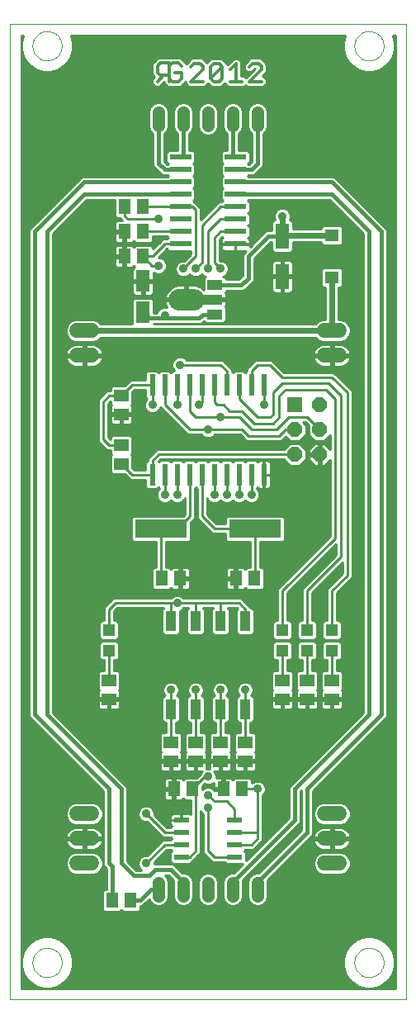
<source format=gtl>
G75*
G70*
%OFA0B0*%
%FSLAX24Y24*%
%IPPOS*%
%LPD*%
%AMOC8*
5,1,8,0,0,1.08239X$1,22.5*
%
%ADD10C,0.0000*%
%ADD11R,0.0236X0.0866*%
%ADD12R,0.0600X0.0600*%
%ADD13OC8,0.0600*%
%ADD14R,0.0591X0.0512*%
%ADD15R,0.2100X0.0760*%
%ADD16R,0.0512X0.0591*%
%ADD17R,0.0591X0.0236*%
%ADD18R,0.0430X0.0790*%
%ADD19R,0.0579X0.0500*%
%ADD20R,0.0551X0.0866*%
%ADD21R,0.0551X0.1024*%
%ADD22C,0.0600*%
%ADD23R,0.0866X0.0236*%
%ADD24C,0.0515*%
%ADD25R,0.0591X0.0394*%
%ADD26R,0.0787X0.0394*%
%ADD27C,0.0866*%
%ADD28C,0.0120*%
%ADD29R,0.0472X0.0472*%
%ADD30C,0.0100*%
%ADD31C,0.0357*%
%ADD32C,0.0160*%
%ADD33C,0.0240*%
D10*
X000156Y000655D02*
X000156Y040025D01*
X016156Y040025D01*
X016156Y000655D01*
X000156Y000655D01*
X001065Y002155D02*
X001067Y002203D01*
X001073Y002251D01*
X001083Y002298D01*
X001096Y002344D01*
X001114Y002389D01*
X001134Y002433D01*
X001159Y002475D01*
X001187Y002514D01*
X001217Y002551D01*
X001251Y002585D01*
X001288Y002617D01*
X001326Y002646D01*
X001367Y002671D01*
X001410Y002693D01*
X001455Y002711D01*
X001501Y002725D01*
X001548Y002736D01*
X001596Y002743D01*
X001644Y002746D01*
X001692Y002745D01*
X001740Y002740D01*
X001788Y002731D01*
X001834Y002719D01*
X001879Y002702D01*
X001923Y002682D01*
X001965Y002659D01*
X002005Y002632D01*
X002043Y002602D01*
X002078Y002569D01*
X002110Y002533D01*
X002140Y002495D01*
X002166Y002454D01*
X002188Y002411D01*
X002208Y002367D01*
X002223Y002322D01*
X002235Y002275D01*
X002243Y002227D01*
X002247Y002179D01*
X002247Y002131D01*
X002243Y002083D01*
X002235Y002035D01*
X002223Y001988D01*
X002208Y001943D01*
X002188Y001899D01*
X002166Y001856D01*
X002140Y001815D01*
X002110Y001777D01*
X002078Y001741D01*
X002043Y001708D01*
X002005Y001678D01*
X001965Y001651D01*
X001923Y001628D01*
X001879Y001608D01*
X001834Y001591D01*
X001788Y001579D01*
X001740Y001570D01*
X001692Y001565D01*
X001644Y001564D01*
X001596Y001567D01*
X001548Y001574D01*
X001501Y001585D01*
X001455Y001599D01*
X001410Y001617D01*
X001367Y001639D01*
X001326Y001664D01*
X001288Y001693D01*
X001251Y001725D01*
X001217Y001759D01*
X001187Y001796D01*
X001159Y001835D01*
X001134Y001877D01*
X001114Y001921D01*
X001096Y001966D01*
X001083Y002012D01*
X001073Y002059D01*
X001067Y002107D01*
X001065Y002155D01*
X014065Y002155D02*
X014067Y002203D01*
X014073Y002251D01*
X014083Y002298D01*
X014096Y002344D01*
X014114Y002389D01*
X014134Y002433D01*
X014159Y002475D01*
X014187Y002514D01*
X014217Y002551D01*
X014251Y002585D01*
X014288Y002617D01*
X014326Y002646D01*
X014367Y002671D01*
X014410Y002693D01*
X014455Y002711D01*
X014501Y002725D01*
X014548Y002736D01*
X014596Y002743D01*
X014644Y002746D01*
X014692Y002745D01*
X014740Y002740D01*
X014788Y002731D01*
X014834Y002719D01*
X014879Y002702D01*
X014923Y002682D01*
X014965Y002659D01*
X015005Y002632D01*
X015043Y002602D01*
X015078Y002569D01*
X015110Y002533D01*
X015140Y002495D01*
X015166Y002454D01*
X015188Y002411D01*
X015208Y002367D01*
X015223Y002322D01*
X015235Y002275D01*
X015243Y002227D01*
X015247Y002179D01*
X015247Y002131D01*
X015243Y002083D01*
X015235Y002035D01*
X015223Y001988D01*
X015208Y001943D01*
X015188Y001899D01*
X015166Y001856D01*
X015140Y001815D01*
X015110Y001777D01*
X015078Y001741D01*
X015043Y001708D01*
X015005Y001678D01*
X014965Y001651D01*
X014923Y001628D01*
X014879Y001608D01*
X014834Y001591D01*
X014788Y001579D01*
X014740Y001570D01*
X014692Y001565D01*
X014644Y001564D01*
X014596Y001567D01*
X014548Y001574D01*
X014501Y001585D01*
X014455Y001599D01*
X014410Y001617D01*
X014367Y001639D01*
X014326Y001664D01*
X014288Y001693D01*
X014251Y001725D01*
X014217Y001759D01*
X014187Y001796D01*
X014159Y001835D01*
X014134Y001877D01*
X014114Y001921D01*
X014096Y001966D01*
X014083Y002012D01*
X014073Y002059D01*
X014067Y002107D01*
X014065Y002155D01*
X014065Y039155D02*
X014067Y039203D01*
X014073Y039251D01*
X014083Y039298D01*
X014096Y039344D01*
X014114Y039389D01*
X014134Y039433D01*
X014159Y039475D01*
X014187Y039514D01*
X014217Y039551D01*
X014251Y039585D01*
X014288Y039617D01*
X014326Y039646D01*
X014367Y039671D01*
X014410Y039693D01*
X014455Y039711D01*
X014501Y039725D01*
X014548Y039736D01*
X014596Y039743D01*
X014644Y039746D01*
X014692Y039745D01*
X014740Y039740D01*
X014788Y039731D01*
X014834Y039719D01*
X014879Y039702D01*
X014923Y039682D01*
X014965Y039659D01*
X015005Y039632D01*
X015043Y039602D01*
X015078Y039569D01*
X015110Y039533D01*
X015140Y039495D01*
X015166Y039454D01*
X015188Y039411D01*
X015208Y039367D01*
X015223Y039322D01*
X015235Y039275D01*
X015243Y039227D01*
X015247Y039179D01*
X015247Y039131D01*
X015243Y039083D01*
X015235Y039035D01*
X015223Y038988D01*
X015208Y038943D01*
X015188Y038899D01*
X015166Y038856D01*
X015140Y038815D01*
X015110Y038777D01*
X015078Y038741D01*
X015043Y038708D01*
X015005Y038678D01*
X014965Y038651D01*
X014923Y038628D01*
X014879Y038608D01*
X014834Y038591D01*
X014788Y038579D01*
X014740Y038570D01*
X014692Y038565D01*
X014644Y038564D01*
X014596Y038567D01*
X014548Y038574D01*
X014501Y038585D01*
X014455Y038599D01*
X014410Y038617D01*
X014367Y038639D01*
X014326Y038664D01*
X014288Y038693D01*
X014251Y038725D01*
X014217Y038759D01*
X014187Y038796D01*
X014159Y038835D01*
X014134Y038877D01*
X014114Y038921D01*
X014096Y038966D01*
X014083Y039012D01*
X014073Y039059D01*
X014067Y039107D01*
X014065Y039155D01*
X001065Y039155D02*
X001067Y039203D01*
X001073Y039251D01*
X001083Y039298D01*
X001096Y039344D01*
X001114Y039389D01*
X001134Y039433D01*
X001159Y039475D01*
X001187Y039514D01*
X001217Y039551D01*
X001251Y039585D01*
X001288Y039617D01*
X001326Y039646D01*
X001367Y039671D01*
X001410Y039693D01*
X001455Y039711D01*
X001501Y039725D01*
X001548Y039736D01*
X001596Y039743D01*
X001644Y039746D01*
X001692Y039745D01*
X001740Y039740D01*
X001788Y039731D01*
X001834Y039719D01*
X001879Y039702D01*
X001923Y039682D01*
X001965Y039659D01*
X002005Y039632D01*
X002043Y039602D01*
X002078Y039569D01*
X002110Y039533D01*
X002140Y039495D01*
X002166Y039454D01*
X002188Y039411D01*
X002208Y039367D01*
X002223Y039322D01*
X002235Y039275D01*
X002243Y039227D01*
X002247Y039179D01*
X002247Y039131D01*
X002243Y039083D01*
X002235Y039035D01*
X002223Y038988D01*
X002208Y038943D01*
X002188Y038899D01*
X002166Y038856D01*
X002140Y038815D01*
X002110Y038777D01*
X002078Y038741D01*
X002043Y038708D01*
X002005Y038678D01*
X001965Y038651D01*
X001923Y038628D01*
X001879Y038608D01*
X001834Y038591D01*
X001788Y038579D01*
X001740Y038570D01*
X001692Y038565D01*
X001644Y038564D01*
X001596Y038567D01*
X001548Y038574D01*
X001501Y038585D01*
X001455Y038599D01*
X001410Y038617D01*
X001367Y038639D01*
X001326Y038664D01*
X001288Y038693D01*
X001251Y038725D01*
X001217Y038759D01*
X001187Y038796D01*
X001159Y038835D01*
X001134Y038877D01*
X001114Y038921D01*
X001096Y038966D01*
X001083Y039012D01*
X001073Y039059D01*
X001067Y039107D01*
X001065Y039155D01*
D11*
X005906Y025466D03*
X006406Y025466D03*
X006906Y025466D03*
X007406Y025466D03*
X007906Y025466D03*
X008406Y025466D03*
X008906Y025466D03*
X009406Y025466D03*
X009906Y025466D03*
X010406Y025466D03*
X010406Y021844D03*
X009906Y021844D03*
X009406Y021844D03*
X008906Y021844D03*
X008406Y021844D03*
X007906Y021844D03*
X007406Y021844D03*
X006906Y021844D03*
X006406Y021844D03*
X005906Y021844D03*
D12*
X011656Y024655D03*
D13*
X011656Y023655D03*
X011656Y022655D03*
X012656Y022655D03*
X012656Y023655D03*
X012656Y024655D03*
D14*
X013156Y013529D03*
X013156Y012781D03*
X012156Y012781D03*
X012156Y013529D03*
X011156Y013529D03*
X011156Y012781D03*
X009656Y011029D03*
X009656Y010281D03*
X008656Y010281D03*
X008656Y011029D03*
X007656Y011029D03*
X007656Y010281D03*
X006656Y010281D03*
X006656Y011029D03*
X004156Y012781D03*
X004156Y013529D03*
X004656Y022281D03*
X004656Y023029D03*
X004656Y024281D03*
X004656Y025029D03*
D15*
X006256Y019655D03*
X010056Y019655D03*
D16*
X010030Y017655D03*
X009282Y017655D03*
X007030Y017655D03*
X006282Y017655D03*
X006782Y009155D03*
X007530Y009155D03*
X008782Y009155D03*
X009530Y009155D03*
X005030Y004655D03*
X004282Y004655D03*
X004782Y030655D03*
X004782Y031655D03*
X004782Y032655D03*
X005530Y032655D03*
X005530Y031655D03*
X005530Y030655D03*
D17*
X007073Y007905D03*
X007073Y007405D03*
X007073Y006905D03*
X007073Y006405D03*
X009238Y006405D03*
X009238Y006905D03*
X009238Y007405D03*
X009238Y007905D03*
D18*
X009656Y012385D03*
X008656Y012385D03*
X007656Y012385D03*
X006656Y012385D03*
X006656Y015925D03*
X007656Y015925D03*
X008656Y015925D03*
X009656Y015925D03*
D19*
X013156Y029809D03*
X013156Y031502D03*
D20*
X005531Y029660D03*
X005531Y028400D03*
D21*
X011156Y029848D03*
X011156Y031462D03*
D22*
X012856Y027655D02*
X013456Y027655D01*
X013456Y026655D02*
X012856Y026655D01*
X012856Y008155D02*
X013456Y008155D01*
X013456Y007155D02*
X012856Y007155D01*
X012856Y006155D02*
X013456Y006155D01*
X003456Y006155D02*
X002856Y006155D01*
X002856Y007155D02*
X003456Y007155D01*
X003456Y008155D02*
X002856Y008155D01*
X002856Y026655D02*
X003456Y026655D01*
X003456Y027655D02*
X002856Y027655D01*
D23*
X007053Y031155D03*
X007053Y031655D03*
X007053Y032155D03*
X007053Y032655D03*
X007053Y033155D03*
X007053Y033655D03*
X007053Y034155D03*
X007053Y034655D03*
X009258Y034655D03*
X009258Y034155D03*
X009258Y033655D03*
X009258Y033155D03*
X009258Y032655D03*
X009258Y032155D03*
X009258Y031655D03*
X009258Y031155D03*
D24*
X009156Y035949D02*
X009156Y036464D01*
X010156Y036464D02*
X010156Y035949D01*
X008156Y035949D02*
X008156Y036464D01*
X007156Y036464D02*
X007156Y035949D01*
X006156Y035949D02*
X006156Y036464D01*
X006156Y005361D02*
X006156Y004846D01*
X007156Y004846D02*
X007156Y005361D01*
X008156Y005361D02*
X008156Y004846D01*
X009156Y004846D02*
X009156Y005361D01*
X010156Y005361D02*
X010156Y004846D01*
D25*
X008436Y028315D03*
X008436Y029495D03*
D26*
X008336Y028905D03*
D27*
X007581Y028905D02*
X006991Y028905D01*
D28*
X006966Y037715D02*
X006716Y037715D01*
X006596Y037835D01*
X006596Y037965D01*
X006346Y037965D01*
X006106Y037715D01*
X006226Y037965D02*
X006106Y038085D01*
X006106Y038335D01*
X006226Y038455D01*
X006596Y038455D01*
X006596Y037965D01*
X006596Y037715D01*
X006596Y037965D02*
X006596Y038335D01*
X006716Y038455D01*
X006956Y038455D01*
X007076Y038335D01*
X007086Y038085D02*
X007086Y037845D01*
X006966Y037715D01*
X007086Y038085D02*
X006836Y038085D01*
X006346Y037965D02*
X006226Y037965D01*
X007456Y037715D02*
X007946Y038195D01*
X007946Y038315D01*
X007946Y038325D02*
X007826Y038445D01*
X007586Y038445D01*
X007456Y038315D01*
X007456Y037715D02*
X007946Y037715D01*
X008256Y037835D02*
X008376Y037715D01*
X008616Y037715D01*
X008736Y037835D01*
X008736Y038315D01*
X008616Y038435D01*
X008376Y038435D01*
X008256Y038315D01*
X008256Y037835D01*
X008726Y038315D01*
X009046Y038193D02*
X009288Y038435D01*
X009288Y038428D02*
X009288Y037723D01*
X009528Y037715D02*
X009043Y037715D01*
X009826Y037715D02*
X010316Y038195D01*
X010316Y038315D01*
X010316Y038325D02*
X010196Y038445D01*
X009956Y038445D01*
X009826Y038315D01*
X009833Y037715D02*
X010318Y037715D01*
D29*
X011156Y015569D03*
X011156Y014742D03*
X012156Y014742D03*
X012156Y015569D03*
X013156Y015569D03*
X013156Y014742D03*
X004156Y014742D03*
X004156Y015569D03*
D30*
X004156Y016405D01*
X004406Y016655D01*
X006656Y016655D01*
X006906Y016655D01*
X007656Y016655D01*
X007656Y015925D01*
X007656Y016655D02*
X008656Y016655D01*
X008656Y015925D01*
X008656Y016655D02*
X009406Y016655D01*
X009656Y016405D01*
X009656Y015925D01*
X009856Y016470D02*
X009856Y016488D01*
X009606Y016738D01*
X009488Y016855D01*
X008738Y016855D01*
X008573Y016855D01*
X007738Y016855D01*
X007573Y016855D01*
X007170Y016855D01*
X007092Y016934D01*
X006971Y016984D01*
X006840Y016984D01*
X006720Y016934D01*
X006641Y016855D01*
X006573Y016855D01*
X004323Y016855D01*
X004206Y016738D01*
X003956Y016488D01*
X003956Y016322D01*
X003956Y015955D01*
X003857Y015955D01*
X003769Y015867D01*
X003769Y015270D01*
X003857Y015182D01*
X004454Y015182D01*
X004542Y015270D01*
X004542Y015867D01*
X004454Y015955D01*
X004356Y015955D01*
X004356Y016322D01*
X004488Y016455D01*
X006364Y016455D01*
X006291Y016382D01*
X006291Y015468D01*
X006378Y015380D01*
X006933Y015380D01*
X007021Y015468D01*
X007021Y016347D01*
X007092Y016377D01*
X007170Y016455D01*
X007364Y016455D01*
X007291Y016382D01*
X007291Y015468D01*
X007378Y015380D01*
X007933Y015380D01*
X008021Y015468D01*
X008021Y016382D01*
X007948Y016455D01*
X008364Y016455D01*
X008291Y016382D01*
X008291Y015468D01*
X008378Y015380D01*
X008933Y015380D01*
X009021Y015468D01*
X009021Y016382D01*
X008948Y016455D01*
X009323Y016455D01*
X009343Y016435D01*
X009291Y016382D01*
X009291Y015468D01*
X009378Y015380D01*
X009933Y015380D01*
X010021Y015468D01*
X010021Y016382D01*
X009933Y016470D01*
X009856Y016470D01*
X009823Y016521D02*
X010956Y016521D01*
X010956Y016619D02*
X009724Y016619D01*
X009626Y016718D02*
X010956Y016718D01*
X010956Y016816D02*
X009527Y016816D01*
X009557Y017210D02*
X009331Y017210D01*
X009331Y017605D01*
X009232Y017605D01*
X009232Y017210D01*
X009006Y017210D01*
X008968Y017220D01*
X008934Y017240D01*
X008906Y017268D01*
X008886Y017302D01*
X008876Y017340D01*
X008876Y017605D01*
X009231Y017605D01*
X009231Y017705D01*
X008876Y017705D01*
X008876Y017970D01*
X008886Y018008D01*
X008906Y018042D01*
X008934Y018070D01*
X008968Y018090D01*
X009006Y018100D01*
X009232Y018100D01*
X009232Y017705D01*
X009331Y017705D01*
X009331Y018100D01*
X009557Y018100D01*
X009595Y018090D01*
X009630Y018070D01*
X009656Y018044D01*
X009712Y018100D01*
X009856Y018100D01*
X009856Y019125D01*
X008943Y019125D01*
X008856Y019213D01*
X008856Y019455D01*
X008323Y019455D01*
X008206Y019572D01*
X007706Y020072D01*
X007706Y020238D01*
X007706Y021281D01*
X007656Y021331D01*
X007606Y021281D01*
X007606Y020238D01*
X007606Y020072D01*
X007456Y019922D01*
X007456Y019213D01*
X007368Y019125D01*
X006456Y019125D01*
X006456Y018100D01*
X006600Y018100D01*
X006656Y018044D01*
X006682Y018070D01*
X006716Y018090D01*
X006754Y018100D01*
X006980Y018100D01*
X006980Y017705D01*
X007079Y017705D01*
X007079Y018100D01*
X007305Y018100D01*
X007343Y018090D01*
X007378Y018070D01*
X007406Y018042D01*
X007425Y018008D01*
X007435Y017970D01*
X007435Y017705D01*
X007080Y017705D01*
X007080Y017605D01*
X007435Y017605D01*
X007435Y017340D01*
X007425Y017302D01*
X007406Y017268D01*
X007378Y017240D01*
X007343Y017220D01*
X007305Y017210D01*
X007079Y017210D01*
X007079Y017605D01*
X006980Y017605D01*
X006980Y017210D01*
X006754Y017210D01*
X006716Y017220D01*
X006682Y017240D01*
X006656Y017266D01*
X006600Y017210D01*
X006752Y017210D01*
X006600Y017210D02*
X005964Y017210D01*
X005876Y017298D01*
X005876Y018013D01*
X005964Y018100D01*
X006056Y018100D01*
X006056Y019125D01*
X005143Y019125D01*
X005056Y019213D01*
X005056Y020097D01*
X005143Y020185D01*
X007153Y020185D01*
X007206Y020238D01*
X007206Y020896D01*
X007184Y020844D01*
X007092Y020752D01*
X006971Y020702D01*
X006840Y020702D01*
X006720Y020752D01*
X006656Y020816D01*
X006592Y020752D01*
X006471Y020702D01*
X006340Y020702D01*
X006220Y020752D01*
X006127Y020844D01*
X006077Y020965D01*
X006077Y021095D01*
X006127Y021216D01*
X006199Y021288D01*
X006156Y021331D01*
X006086Y021261D01*
X005725Y021261D01*
X005637Y021349D01*
X005637Y021644D01*
X005175Y021644D01*
X005010Y021644D01*
X004779Y021875D01*
X004298Y021875D01*
X004210Y021963D01*
X004210Y022599D01*
X004266Y022655D01*
X004210Y022711D01*
X004210Y022829D01*
X004074Y022829D01*
X003823Y023080D01*
X003706Y023197D01*
X003706Y024697D01*
X003706Y024863D01*
X004072Y025229D01*
X004210Y025229D01*
X004210Y025347D01*
X004298Y025435D01*
X004779Y025435D01*
X005010Y025666D01*
X005175Y025666D01*
X005637Y025666D01*
X005637Y025961D01*
X005725Y026049D01*
X006086Y026049D01*
X006156Y025979D01*
X006225Y026049D01*
X006586Y026049D01*
X006656Y025979D01*
X006725Y026049D01*
X006797Y026049D01*
X006752Y026094D01*
X006702Y026215D01*
X006702Y026345D01*
X006752Y026466D01*
X006845Y026559D01*
X006965Y026609D01*
X007096Y026609D01*
X007217Y026559D01*
X007295Y026480D01*
X008738Y026480D01*
X008856Y026363D01*
X009106Y026113D01*
X009106Y026029D01*
X009156Y025979D01*
X009225Y026049D01*
X009586Y026049D01*
X009656Y025979D01*
X009706Y026029D01*
X009706Y026113D01*
X009956Y026363D01*
X010073Y026480D01*
X010573Y026480D01*
X010738Y026480D01*
X011238Y025980D01*
X013073Y025980D01*
X013238Y025980D01*
X013863Y025355D01*
X013981Y025238D01*
X013981Y017697D01*
X013863Y017580D01*
X013863Y017580D01*
X013356Y017072D01*
X013356Y015955D01*
X013454Y015955D01*
X013542Y015867D01*
X013542Y015270D01*
X013454Y015182D01*
X012857Y015182D01*
X012769Y015270D01*
X012769Y015867D01*
X012857Y015955D01*
X012956Y015955D01*
X012956Y017238D01*
X013073Y017355D01*
X013073Y017355D01*
X013581Y017863D01*
X013581Y018297D01*
X012356Y017072D01*
X012356Y015955D01*
X012454Y015955D01*
X012542Y015867D01*
X012542Y015270D01*
X012454Y015182D01*
X011857Y015182D01*
X011769Y015270D01*
X011769Y015867D01*
X011857Y015955D01*
X011956Y015955D01*
X011956Y017238D01*
X012073Y017355D01*
X013331Y018613D01*
X013331Y019047D01*
X011356Y017072D01*
X011356Y015955D01*
X011454Y015955D01*
X011542Y015867D01*
X011542Y015270D01*
X011454Y015182D01*
X010857Y015182D01*
X010769Y015270D01*
X010769Y015867D01*
X010857Y015955D01*
X010956Y015955D01*
X010956Y017238D01*
X011073Y017355D01*
X013081Y019363D01*
X013081Y022444D01*
X012842Y022205D01*
X012706Y022205D01*
X012706Y022605D01*
X012606Y022605D01*
X012606Y022205D01*
X012469Y022205D01*
X012206Y022469D01*
X012206Y022605D01*
X012605Y022605D01*
X012605Y022705D01*
X012206Y022705D01*
X012206Y022841D01*
X012469Y023105D01*
X012606Y023105D01*
X012606Y022705D01*
X012706Y022705D01*
X012706Y023105D01*
X012842Y023105D01*
X013081Y022866D01*
X013081Y023444D01*
X012842Y023205D01*
X012469Y023205D01*
X012206Y023469D01*
X012206Y023822D01*
X012073Y023955D01*
X011992Y023955D01*
X012106Y023841D01*
X012106Y023469D01*
X011842Y023205D01*
X011469Y023205D01*
X011291Y023383D01*
X011113Y023205D01*
X010948Y023205D01*
X009698Y023205D01*
X009581Y023322D01*
X009448Y023455D01*
X008420Y023455D01*
X008342Y023377D01*
X008221Y023327D01*
X008090Y023327D01*
X007970Y023377D01*
X007891Y023455D01*
X007323Y023455D01*
X007206Y023572D01*
X007206Y023572D01*
X006323Y024455D01*
X006323Y024455D01*
X006221Y024557D01*
X006184Y024469D01*
X006092Y024377D01*
X005971Y024327D01*
X005840Y024327D01*
X005720Y024377D01*
X005627Y024469D01*
X005577Y024590D01*
X005577Y024720D01*
X005627Y024841D01*
X005697Y024911D01*
X005637Y024971D01*
X005637Y025266D01*
X005175Y025266D01*
X005101Y025192D01*
X005101Y024711D01*
X005045Y024655D01*
X005071Y024629D01*
X005091Y024595D01*
X005101Y024557D01*
X005101Y024331D01*
X004706Y024331D01*
X004706Y024231D01*
X005101Y024231D01*
X005101Y024005D01*
X005091Y023967D01*
X005071Y023933D01*
X005043Y023905D01*
X005009Y023885D01*
X004971Y023875D01*
X004705Y023875D01*
X004705Y024231D01*
X004606Y024231D01*
X004606Y023875D01*
X004341Y023875D01*
X004302Y023885D01*
X004268Y023905D01*
X004240Y023933D01*
X004221Y023967D01*
X004210Y024005D01*
X004210Y024231D01*
X004605Y024231D01*
X004605Y024331D01*
X004210Y024331D01*
X004210Y024557D01*
X004221Y024595D01*
X004240Y024629D01*
X004266Y024655D01*
X004210Y024711D01*
X004210Y024802D01*
X004106Y024697D01*
X004106Y023363D01*
X004210Y023258D01*
X004210Y023347D01*
X004298Y023435D01*
X005013Y023435D01*
X005101Y023347D01*
X005101Y022711D01*
X005045Y022655D01*
X005101Y022599D01*
X005101Y022119D01*
X005175Y022044D01*
X005637Y022044D01*
X005637Y022339D01*
X005706Y022407D01*
X005706Y022488D01*
X005823Y022605D01*
X006073Y022855D01*
X006238Y022855D01*
X011219Y022855D01*
X011469Y023105D01*
X011842Y023105D01*
X012106Y022841D01*
X012106Y022469D01*
X011842Y022205D01*
X011469Y022205D01*
X011219Y022455D01*
X006238Y022455D01*
X006148Y022365D01*
X006156Y022357D01*
X006225Y022427D01*
X006586Y022427D01*
X006656Y022357D01*
X006725Y022427D01*
X007086Y022427D01*
X007156Y022357D01*
X007225Y022427D01*
X007586Y022427D01*
X007656Y022357D01*
X007725Y022427D01*
X008086Y022427D01*
X008156Y022357D01*
X008225Y022427D01*
X008586Y022427D01*
X008656Y022357D01*
X008725Y022427D01*
X009086Y022427D01*
X009156Y022357D01*
X009225Y022427D01*
X009586Y022427D01*
X009656Y022357D01*
X009725Y022427D01*
X010086Y022427D01*
X010159Y022354D01*
X010167Y022369D01*
X010195Y022397D01*
X010230Y022417D01*
X010268Y022427D01*
X010396Y022427D01*
X010396Y021853D01*
X010415Y021853D01*
X010674Y021853D01*
X010674Y022297D01*
X010663Y022335D01*
X010644Y022369D01*
X010616Y022397D01*
X010582Y022417D01*
X010543Y022427D01*
X010415Y022427D01*
X010415Y021853D01*
X010415Y021835D01*
X010674Y021835D01*
X010674Y021391D01*
X010663Y021353D01*
X010644Y021319D01*
X010616Y021291D01*
X010582Y021271D01*
X010543Y021261D01*
X010415Y021261D01*
X010415Y021835D01*
X010396Y021835D01*
X010396Y021261D01*
X010268Y021261D01*
X010230Y021271D01*
X010195Y021291D01*
X010167Y021319D01*
X010159Y021334D01*
X010112Y021288D01*
X010184Y021216D01*
X010234Y021095D01*
X010234Y020965D01*
X010184Y020844D01*
X010092Y020752D01*
X009971Y020702D01*
X009840Y020702D01*
X009720Y020752D01*
X009656Y020816D01*
X009592Y020752D01*
X009471Y020702D01*
X009340Y020702D01*
X009220Y020752D01*
X009156Y020816D01*
X009092Y020752D01*
X008971Y020702D01*
X008840Y020702D01*
X008720Y020752D01*
X008656Y020816D01*
X008592Y020752D01*
X008471Y020702D01*
X008340Y020702D01*
X008220Y020752D01*
X008127Y020844D01*
X008106Y020896D01*
X008106Y020238D01*
X008488Y019855D01*
X008856Y019855D01*
X008856Y020097D01*
X008943Y020185D01*
X011168Y020185D01*
X011256Y020097D01*
X011256Y019213D01*
X011168Y019125D01*
X010256Y019125D01*
X010256Y018100D01*
X010348Y018100D01*
X010435Y018013D01*
X010435Y017298D01*
X010348Y017210D01*
X009712Y017210D01*
X009656Y017266D01*
X009630Y017240D01*
X009595Y017220D01*
X009557Y017210D01*
X009559Y017210D02*
X009711Y017210D01*
X009331Y017210D02*
X009232Y017210D01*
X009232Y017309D02*
X009331Y017309D01*
X009331Y017407D02*
X009232Y017407D01*
X009232Y017506D02*
X009331Y017506D01*
X009331Y017605D02*
X009232Y017605D01*
X009231Y017703D02*
X007080Y017703D01*
X007079Y017605D02*
X006980Y017605D01*
X006980Y017506D02*
X007079Y017506D01*
X007079Y017407D02*
X006980Y017407D01*
X006980Y017309D02*
X007079Y017309D01*
X007079Y017210D02*
X006980Y017210D01*
X007110Y016915D02*
X010956Y016915D01*
X010956Y017013D02*
X001886Y017013D01*
X001886Y016915D02*
X006701Y016915D01*
X006656Y016655D02*
X006656Y015925D01*
X007021Y015929D02*
X007291Y015929D01*
X007291Y015831D02*
X007021Y015831D01*
X007021Y015732D02*
X007291Y015732D01*
X007291Y015634D02*
X007021Y015634D01*
X007021Y015535D02*
X007291Y015535D01*
X007322Y015437D02*
X006989Y015437D01*
X007021Y016028D02*
X007291Y016028D01*
X007291Y016126D02*
X007021Y016126D01*
X007021Y016225D02*
X007291Y016225D01*
X007291Y016324D02*
X007021Y016324D01*
X007137Y016422D02*
X007330Y016422D01*
X007307Y017210D02*
X009004Y017210D01*
X008884Y017309D02*
X007427Y017309D01*
X007435Y017407D02*
X008876Y017407D01*
X008876Y017506D02*
X007435Y017506D01*
X007435Y017605D02*
X008876Y017605D01*
X008876Y017802D02*
X007435Y017802D01*
X007435Y017900D02*
X008876Y017900D01*
X008883Y017999D02*
X007428Y017999D01*
X007317Y018097D02*
X008994Y018097D01*
X009232Y018097D02*
X009331Y018097D01*
X009331Y017999D02*
X009232Y017999D01*
X009232Y017900D02*
X009331Y017900D01*
X009331Y017802D02*
X009232Y017802D01*
X009569Y018097D02*
X009709Y018097D01*
X009856Y018196D02*
X006456Y018196D01*
X006456Y018294D02*
X009856Y018294D01*
X009856Y018393D02*
X006456Y018393D01*
X006456Y018491D02*
X009856Y018491D01*
X009856Y018590D02*
X006456Y018590D01*
X006456Y018689D02*
X009856Y018689D01*
X009856Y018787D02*
X006456Y018787D01*
X006456Y018886D02*
X009856Y018886D01*
X009856Y018984D02*
X006456Y018984D01*
X006456Y019083D02*
X009856Y019083D01*
X010056Y019655D02*
X010056Y017681D01*
X010030Y017655D01*
X010351Y018097D02*
X011815Y018097D01*
X011716Y017999D02*
X010435Y017999D01*
X010435Y017900D02*
X011618Y017900D01*
X011519Y017802D02*
X010435Y017802D01*
X010435Y017703D02*
X011421Y017703D01*
X011322Y017605D02*
X010435Y017605D01*
X010435Y017506D02*
X011224Y017506D01*
X011125Y017407D02*
X010435Y017407D01*
X010435Y017309D02*
X011027Y017309D01*
X010956Y017210D02*
X010348Y017210D01*
X009981Y016422D02*
X010956Y016422D01*
X010956Y016324D02*
X010021Y016324D01*
X010021Y016225D02*
X010956Y016225D01*
X010956Y016126D02*
X010021Y016126D01*
X010021Y016028D02*
X010956Y016028D01*
X010832Y015929D02*
X010021Y015929D01*
X010021Y015831D02*
X010769Y015831D01*
X010769Y015732D02*
X010021Y015732D01*
X010021Y015634D02*
X010769Y015634D01*
X010769Y015535D02*
X010021Y015535D01*
X009989Y015437D02*
X010769Y015437D01*
X010769Y015338D02*
X004542Y015338D01*
X004542Y015437D02*
X006322Y015437D01*
X006291Y015535D02*
X004542Y015535D01*
X004542Y015634D02*
X006291Y015634D01*
X006291Y015732D02*
X004542Y015732D01*
X004542Y015831D02*
X006291Y015831D01*
X006291Y015929D02*
X004479Y015929D01*
X004356Y016028D02*
X006291Y016028D01*
X006291Y016126D02*
X004356Y016126D01*
X004356Y016225D02*
X006291Y016225D01*
X006291Y016324D02*
X004357Y016324D01*
X004455Y016422D02*
X006330Y016422D01*
X005963Y017210D02*
X001886Y017210D01*
X001886Y017112D02*
X010956Y017112D01*
X011156Y017155D02*
X011156Y015569D01*
X011356Y016028D02*
X011956Y016028D01*
X011956Y016126D02*
X011356Y016126D01*
X011356Y016225D02*
X011956Y016225D01*
X011956Y016324D02*
X011356Y016324D01*
X011356Y016422D02*
X011956Y016422D01*
X011956Y016521D02*
X011356Y016521D01*
X011356Y016619D02*
X011956Y016619D01*
X011956Y016718D02*
X011356Y016718D01*
X011356Y016816D02*
X011956Y016816D01*
X011956Y016915D02*
X011356Y016915D01*
X011356Y017013D02*
X011956Y017013D01*
X011956Y017112D02*
X011395Y017112D01*
X011494Y017210D02*
X011956Y017210D01*
X012027Y017309D02*
X011592Y017309D01*
X011691Y017407D02*
X012125Y017407D01*
X012224Y017506D02*
X011789Y017506D01*
X011888Y017605D02*
X012322Y017605D01*
X012421Y017703D02*
X011986Y017703D01*
X012085Y017802D02*
X012519Y017802D01*
X012618Y017900D02*
X012183Y017900D01*
X012282Y017999D02*
X012716Y017999D01*
X012815Y018097D02*
X012381Y018097D01*
X012479Y018196D02*
X012913Y018196D01*
X013012Y018294D02*
X012578Y018294D01*
X012676Y018393D02*
X013111Y018393D01*
X013209Y018491D02*
X012775Y018491D01*
X012873Y018590D02*
X013308Y018590D01*
X013331Y018689D02*
X012972Y018689D01*
X013070Y018787D02*
X013331Y018787D01*
X013331Y018886D02*
X013169Y018886D01*
X013267Y018984D02*
X013331Y018984D01*
X013281Y019280D02*
X011156Y017155D01*
X011479Y015929D02*
X011832Y015929D01*
X011769Y015831D02*
X011542Y015831D01*
X011542Y015732D02*
X011769Y015732D01*
X011769Y015634D02*
X011542Y015634D01*
X011542Y015535D02*
X011769Y015535D01*
X011769Y015437D02*
X011542Y015437D01*
X011542Y015338D02*
X011769Y015338D01*
X011800Y015240D02*
X011511Y015240D01*
X011454Y015128D02*
X010857Y015128D01*
X010769Y015040D01*
X010769Y014443D01*
X010857Y014356D01*
X010956Y014356D01*
X010956Y013935D01*
X010798Y013935D01*
X010710Y013847D01*
X010710Y013211D01*
X010766Y013155D01*
X010740Y013129D01*
X010721Y013095D01*
X010710Y013057D01*
X010710Y012831D01*
X011105Y012831D01*
X011105Y012731D01*
X010710Y012731D01*
X010710Y012505D01*
X010721Y012467D01*
X010740Y012433D01*
X010768Y012405D01*
X010802Y012385D01*
X010841Y012375D01*
X011106Y012375D01*
X011106Y012731D01*
X011205Y012731D01*
X011205Y012375D01*
X011471Y012375D01*
X011509Y012385D01*
X011543Y012405D01*
X011571Y012433D01*
X011591Y012467D01*
X011601Y012505D01*
X011601Y012731D01*
X011206Y012731D01*
X011206Y012831D01*
X011601Y012831D01*
X011601Y013057D01*
X011591Y013095D01*
X011571Y013129D01*
X011545Y013155D01*
X011601Y013211D01*
X011601Y013847D01*
X011513Y013935D01*
X011356Y013935D01*
X011356Y014356D01*
X011454Y014356D01*
X011542Y014443D01*
X011542Y015040D01*
X011454Y015128D01*
X011539Y015042D02*
X011772Y015042D01*
X011769Y015040D02*
X011769Y014443D01*
X011857Y014356D01*
X011956Y014356D01*
X011956Y013935D01*
X011798Y013935D01*
X011710Y013847D01*
X011710Y013211D01*
X011766Y013155D01*
X011740Y013129D01*
X011721Y013095D01*
X011710Y013057D01*
X011710Y012831D01*
X012105Y012831D01*
X012105Y012731D01*
X011710Y012731D01*
X011710Y012505D01*
X011721Y012467D01*
X011740Y012433D01*
X011768Y012405D01*
X011802Y012385D01*
X011841Y012375D01*
X012106Y012375D01*
X012106Y012731D01*
X012205Y012731D01*
X012205Y012375D01*
X012471Y012375D01*
X012509Y012385D01*
X012543Y012405D01*
X012571Y012433D01*
X012591Y012467D01*
X012601Y012505D01*
X012601Y012731D01*
X012206Y012731D01*
X012206Y012831D01*
X012601Y012831D01*
X012601Y013057D01*
X012591Y013095D01*
X012571Y013129D01*
X012545Y013155D01*
X012601Y013211D01*
X012601Y013847D01*
X012513Y013935D01*
X012356Y013935D01*
X012356Y014356D01*
X012454Y014356D01*
X012542Y014443D01*
X012542Y015040D01*
X012454Y015128D01*
X011857Y015128D01*
X011769Y015040D01*
X011769Y014944D02*
X011542Y014944D01*
X011542Y014845D02*
X011769Y014845D01*
X011769Y014747D02*
X011542Y014747D01*
X011542Y014648D02*
X011769Y014648D01*
X011769Y014550D02*
X011542Y014550D01*
X011542Y014451D02*
X011769Y014451D01*
X011956Y014353D02*
X011356Y014353D01*
X011356Y014254D02*
X011956Y014254D01*
X011956Y014156D02*
X011356Y014156D01*
X011356Y014057D02*
X011956Y014057D01*
X011956Y013958D02*
X011356Y013958D01*
X011588Y013860D02*
X011723Y013860D01*
X011710Y013761D02*
X011601Y013761D01*
X011601Y013663D02*
X011710Y013663D01*
X011710Y013564D02*
X011601Y013564D01*
X011601Y013466D02*
X011710Y013466D01*
X011710Y013367D02*
X011601Y013367D01*
X011601Y013269D02*
X011710Y013269D01*
X011751Y013170D02*
X011560Y013170D01*
X011597Y013072D02*
X011714Y013072D01*
X011710Y012973D02*
X011601Y012973D01*
X011601Y012874D02*
X011710Y012874D01*
X011710Y012677D02*
X011601Y012677D01*
X011601Y012579D02*
X011710Y012579D01*
X011717Y012480D02*
X011594Y012480D01*
X011495Y012382D02*
X011816Y012382D01*
X012106Y012382D02*
X012205Y012382D01*
X012205Y012480D02*
X012106Y012480D01*
X012106Y012579D02*
X012205Y012579D01*
X012205Y012677D02*
X012106Y012677D01*
X012105Y012776D02*
X011206Y012776D01*
X011205Y012677D02*
X011106Y012677D01*
X011106Y012579D02*
X011205Y012579D01*
X011205Y012480D02*
X011106Y012480D01*
X011106Y012382D02*
X011205Y012382D01*
X011105Y012776D02*
X010021Y012776D01*
X010021Y012842D02*
X009933Y012930D01*
X009895Y012930D01*
X009934Y012969D01*
X009984Y013090D01*
X009984Y013220D01*
X009934Y013341D01*
X009842Y013434D01*
X009721Y013484D01*
X009590Y013484D01*
X009470Y013434D01*
X009377Y013341D01*
X009327Y013220D01*
X009327Y013090D01*
X009377Y012969D01*
X009416Y012930D01*
X009378Y012930D01*
X009291Y012842D01*
X009291Y011928D01*
X009378Y011840D01*
X009456Y011840D01*
X009456Y011435D01*
X009298Y011435D01*
X009210Y011347D01*
X009210Y010711D01*
X009266Y010655D01*
X009240Y010629D01*
X009221Y010595D01*
X009210Y010557D01*
X009210Y010331D01*
X009605Y010331D01*
X009605Y010231D01*
X009210Y010231D01*
X009210Y010005D01*
X009221Y009967D01*
X009240Y009933D01*
X009268Y009905D01*
X009302Y009885D01*
X009341Y009875D01*
X009606Y009875D01*
X009606Y010231D01*
X009705Y010231D01*
X009705Y009875D01*
X009971Y009875D01*
X010009Y009885D01*
X010043Y009905D01*
X010071Y009933D01*
X010091Y009967D01*
X010101Y010005D01*
X010101Y010231D01*
X009706Y010231D01*
X009706Y010331D01*
X010101Y010331D01*
X010101Y010557D01*
X010091Y010595D01*
X010071Y010629D01*
X010045Y010655D01*
X010101Y010711D01*
X010101Y011347D01*
X010013Y011435D01*
X009856Y011435D01*
X009856Y011840D01*
X009933Y011840D01*
X010021Y011928D01*
X010021Y012842D01*
X009988Y012874D02*
X010710Y012874D01*
X010710Y012973D02*
X009936Y012973D01*
X009976Y013072D02*
X010714Y013072D01*
X010751Y013170D02*
X009984Y013170D01*
X009964Y013269D02*
X010710Y013269D01*
X010710Y013367D02*
X009908Y013367D01*
X009764Y013466D02*
X010710Y013466D01*
X010710Y013564D02*
X004601Y013564D01*
X004601Y013466D02*
X006547Y013466D01*
X006590Y013484D02*
X006470Y013434D01*
X006377Y013341D01*
X006327Y013220D01*
X006327Y013090D01*
X006377Y012969D01*
X006416Y012930D01*
X006378Y012930D01*
X006291Y012842D01*
X006291Y011928D01*
X006378Y011840D01*
X006456Y011840D01*
X006456Y011435D01*
X006298Y011435D01*
X006210Y011347D01*
X006210Y010711D01*
X006266Y010655D01*
X006240Y010629D01*
X006221Y010595D01*
X006210Y010557D01*
X006210Y010331D01*
X006605Y010331D01*
X006605Y010231D01*
X006210Y010231D01*
X006210Y010005D01*
X006221Y009967D01*
X006240Y009933D01*
X006268Y009905D01*
X006302Y009885D01*
X006341Y009875D01*
X006606Y009875D01*
X006606Y010231D01*
X006705Y010231D01*
X006705Y009875D01*
X006971Y009875D01*
X007009Y009885D01*
X007043Y009905D01*
X007071Y009933D01*
X007091Y009967D01*
X007101Y010005D01*
X007101Y010231D01*
X006706Y010231D01*
X006706Y010331D01*
X007101Y010331D01*
X007101Y010557D01*
X007091Y010595D01*
X007071Y010629D01*
X007045Y010655D01*
X007101Y010711D01*
X007101Y011347D01*
X007013Y011435D01*
X006856Y011435D01*
X006856Y011840D01*
X006933Y011840D01*
X007021Y011928D01*
X007021Y012842D01*
X006933Y012930D01*
X006895Y012930D01*
X006934Y012969D01*
X006984Y013090D01*
X006984Y013220D01*
X006934Y013341D01*
X006842Y013434D01*
X006721Y013484D01*
X006590Y013484D01*
X006764Y013466D02*
X007547Y013466D01*
X007590Y013484D02*
X007470Y013434D01*
X007377Y013341D01*
X007327Y013220D01*
X007327Y013090D01*
X007377Y012969D01*
X007416Y012930D01*
X007378Y012930D01*
X007291Y012842D01*
X007291Y011928D01*
X007378Y011840D01*
X007456Y011840D01*
X007456Y011435D01*
X007298Y011435D01*
X007210Y011347D01*
X007210Y010711D01*
X007266Y010655D01*
X007240Y010629D01*
X007221Y010595D01*
X007210Y010557D01*
X007210Y010331D01*
X007605Y010331D01*
X007605Y010231D01*
X007210Y010231D01*
X007210Y010005D01*
X007221Y009967D01*
X007240Y009933D01*
X007268Y009905D01*
X007302Y009885D01*
X007341Y009875D01*
X007606Y009875D01*
X007606Y010231D01*
X007705Y010231D01*
X007705Y009875D01*
X007911Y009875D01*
X007877Y009841D01*
X007838Y009746D01*
X007692Y009600D01*
X007212Y009600D01*
X007156Y009544D01*
X007130Y009570D01*
X007095Y009590D01*
X007057Y009600D01*
X006831Y009600D01*
X006831Y009205D01*
X006732Y009205D01*
X006732Y009600D01*
X006506Y009600D01*
X006468Y009590D01*
X006434Y009570D01*
X006406Y009542D01*
X006386Y009508D01*
X006376Y009470D01*
X006376Y009205D01*
X006731Y009205D01*
X006731Y009105D01*
X006376Y009105D01*
X006376Y008840D01*
X006386Y008802D01*
X006406Y008768D01*
X006434Y008740D01*
X006468Y008720D01*
X006506Y008710D01*
X006732Y008710D01*
X006732Y009105D01*
X006831Y009105D01*
X006831Y008710D01*
X007057Y008710D01*
X007095Y008720D01*
X007130Y008740D01*
X007156Y008766D01*
X007212Y008710D01*
X007456Y008710D01*
X007456Y008146D01*
X007426Y008163D01*
X007388Y008173D01*
X007082Y008173D01*
X007082Y007914D01*
X007064Y007914D01*
X007064Y007896D01*
X006628Y007896D01*
X006628Y007767D01*
X006638Y007729D01*
X006658Y007695D01*
X006686Y007667D01*
X006701Y007658D01*
X006647Y007605D01*
X006488Y007605D01*
X005984Y008110D01*
X005984Y008220D01*
X005934Y008341D01*
X005842Y008434D01*
X005721Y008484D01*
X005590Y008484D01*
X005470Y008434D01*
X005377Y008341D01*
X005327Y008220D01*
X005327Y008090D01*
X005377Y007969D01*
X005470Y007877D01*
X005590Y007827D01*
X005701Y007827D01*
X006323Y007205D01*
X006488Y007205D01*
X006647Y007205D01*
X006697Y007155D01*
X006647Y007105D01*
X006488Y007105D01*
X006323Y007105D01*
X005701Y006484D01*
X005590Y006484D01*
X005470Y006434D01*
X005377Y006341D01*
X005327Y006220D01*
X005327Y006090D01*
X005377Y005969D01*
X005461Y005885D01*
X005251Y005885D01*
X004886Y006250D01*
X004886Y009060D01*
X004886Y009250D01*
X001886Y012250D01*
X001886Y031560D01*
X003251Y032925D01*
X004376Y032925D01*
X004376Y032298D01*
X004464Y032210D01*
X004581Y032210D01*
X004581Y032197D01*
X004678Y032100D01*
X004506Y032100D01*
X004468Y032090D01*
X004434Y032070D01*
X004406Y032042D01*
X004386Y032008D01*
X004376Y031970D01*
X004376Y031705D01*
X004731Y031705D01*
X004731Y031605D01*
X004376Y031605D01*
X004376Y031340D01*
X004386Y031302D01*
X004406Y031268D01*
X004434Y031240D01*
X004468Y031220D01*
X004506Y031210D01*
X004732Y031210D01*
X004732Y031605D01*
X004831Y031605D01*
X004831Y031210D01*
X005057Y031210D01*
X005095Y031220D01*
X005130Y031240D01*
X005156Y031266D01*
X005212Y031210D01*
X005848Y031210D01*
X005935Y031298D01*
X005935Y031455D01*
X006490Y031455D01*
X006540Y031405D01*
X006490Y031355D01*
X006323Y031355D01*
X006206Y031238D01*
X005935Y030968D01*
X005935Y031013D01*
X005848Y031100D01*
X005212Y031100D01*
X005156Y031044D01*
X005130Y031070D01*
X005095Y031090D01*
X005057Y031100D01*
X004831Y031100D01*
X004831Y030705D01*
X004732Y030705D01*
X004732Y031100D01*
X004506Y031100D01*
X004468Y031090D01*
X004434Y031070D01*
X004406Y031042D01*
X004386Y031008D01*
X004376Y030970D01*
X004376Y030705D01*
X004731Y030705D01*
X004731Y030605D01*
X004376Y030605D01*
X004376Y030340D01*
X004386Y030302D01*
X004406Y030268D01*
X004434Y030240D01*
X004468Y030220D01*
X004506Y030210D01*
X004732Y030210D01*
X004732Y030605D01*
X004831Y030605D01*
X004831Y030210D01*
X005057Y030210D01*
X005095Y030220D01*
X005130Y030240D01*
X005156Y030266D01*
X005192Y030230D01*
X005163Y030213D01*
X005135Y030185D01*
X005115Y030151D01*
X005105Y030113D01*
X005105Y029710D01*
X005480Y029710D01*
X005480Y029610D01*
X005105Y029610D01*
X005105Y029207D01*
X005115Y029169D01*
X005135Y029135D01*
X005163Y029107D01*
X005197Y029087D01*
X005235Y029077D01*
X005481Y029077D01*
X005481Y029610D01*
X005580Y029610D01*
X005580Y029077D01*
X005826Y029077D01*
X005864Y029087D01*
X005898Y029107D01*
X005926Y029135D01*
X005946Y029169D01*
X005956Y029207D01*
X005956Y029610D01*
X005581Y029610D01*
X005581Y029710D01*
X005956Y029710D01*
X005956Y030015D01*
X005970Y030002D01*
X006090Y029952D01*
X006221Y029952D01*
X006342Y030002D01*
X006434Y030094D01*
X006484Y030215D01*
X006484Y030345D01*
X006434Y030466D01*
X006342Y030559D01*
X006221Y030609D01*
X006142Y030609D01*
X006488Y030955D01*
X006490Y030955D01*
X006558Y030887D01*
X007456Y030887D01*
X007456Y030738D01*
X007201Y030484D01*
X007090Y030484D01*
X006970Y030434D01*
X006877Y030341D01*
X006827Y030220D01*
X006827Y030090D01*
X006877Y029969D01*
X006970Y029877D01*
X007090Y029827D01*
X007221Y029827D01*
X007342Y029877D01*
X007406Y029941D01*
X007470Y029877D01*
X007590Y029827D01*
X007721Y029827D01*
X007842Y029877D01*
X007906Y029941D01*
X007970Y029877D01*
X008071Y029835D01*
X007990Y029754D01*
X007990Y029320D01*
X007961Y029350D01*
X007886Y029404D01*
X007805Y029445D01*
X007717Y029474D01*
X007627Y029488D01*
X007335Y029488D01*
X007335Y028955D01*
X007236Y028955D01*
X007236Y029488D01*
X006944Y029488D01*
X006854Y029474D01*
X006766Y029445D01*
X006685Y029404D01*
X006610Y029350D01*
X006545Y029285D01*
X006492Y029211D01*
X006450Y029129D01*
X006422Y029042D01*
X006408Y028955D01*
X007235Y028955D01*
X007235Y028855D01*
X006408Y028855D01*
X006422Y028769D01*
X006450Y028681D01*
X006491Y028600D01*
X006471Y028609D01*
X006340Y028609D01*
X006220Y028559D01*
X006127Y028466D01*
X006094Y028385D01*
X005956Y028385D01*
X005956Y028895D01*
X005868Y028983D01*
X005193Y028983D01*
X005105Y028895D01*
X005105Y027925D01*
X003822Y027925D01*
X003710Y028037D01*
X003545Y028105D01*
X002766Y028105D01*
X002601Y028037D01*
X002474Y027910D01*
X002406Y027745D01*
X002406Y027566D01*
X002474Y027400D01*
X002601Y027274D01*
X002766Y027205D01*
X003545Y027205D01*
X003710Y027274D01*
X003822Y027385D01*
X012489Y027385D01*
X012601Y027274D01*
X012766Y027205D01*
X013545Y027205D01*
X013710Y027274D01*
X013837Y027400D01*
X013906Y027566D01*
X013906Y027745D01*
X013837Y027910D01*
X013710Y028037D01*
X013545Y028105D01*
X013426Y028105D01*
X013426Y029409D01*
X013507Y029409D01*
X013595Y029496D01*
X013595Y030121D01*
X013507Y030209D01*
X012804Y030209D01*
X012716Y030121D01*
X012716Y029496D01*
X012804Y029409D01*
X012886Y029409D01*
X012886Y028105D01*
X012766Y028105D01*
X012601Y028037D01*
X012489Y027925D01*
X005956Y027925D01*
X005956Y027925D01*
X006310Y027925D01*
X006501Y027925D01*
X007876Y027925D01*
X007998Y028048D01*
X008078Y027968D01*
X008793Y027968D01*
X008881Y028056D01*
X008881Y028574D01*
X008844Y028611D01*
X008849Y028616D01*
X008869Y028650D01*
X008879Y028689D01*
X008879Y028857D01*
X008384Y028857D01*
X008384Y028954D01*
X008879Y028954D01*
X008879Y029122D01*
X008869Y029160D01*
X008849Y029194D01*
X008844Y029199D01*
X008881Y029236D01*
X008881Y029265D01*
X009400Y029265D01*
X009591Y029265D01*
X009876Y029550D01*
X010011Y029685D01*
X010011Y030560D01*
X010683Y031232D01*
X010730Y031232D01*
X010730Y030888D01*
X010818Y030800D01*
X011493Y030800D01*
X011581Y030888D01*
X011581Y031232D01*
X012716Y031232D01*
X012716Y031189D01*
X012804Y031102D01*
X013507Y031102D01*
X013595Y031189D01*
X013595Y031814D01*
X013507Y031902D01*
X012804Y031902D01*
X012716Y031814D01*
X012716Y031772D01*
X011581Y031772D01*
X011581Y032036D01*
X011493Y032124D01*
X011446Y032124D01*
X011484Y032215D01*
X011484Y032345D01*
X011434Y032466D01*
X011342Y032559D01*
X011221Y032609D01*
X011090Y032609D01*
X010970Y032559D01*
X010877Y032466D01*
X010827Y032345D01*
X010827Y032215D01*
X010865Y032124D01*
X010818Y032124D01*
X010730Y032036D01*
X010730Y031692D01*
X010683Y031692D01*
X010492Y031692D01*
X009841Y031041D01*
X009841Y031146D01*
X009267Y031146D01*
X009267Y030887D01*
X009687Y030887D01*
X009685Y030885D01*
X009551Y030750D01*
X009551Y029875D01*
X009400Y029725D01*
X008881Y029725D01*
X008881Y029754D01*
X008793Y029842D01*
X008758Y029842D01*
X008842Y029877D01*
X008934Y029969D01*
X008984Y030090D01*
X008984Y030220D01*
X008934Y030341D01*
X008842Y030434D01*
X008721Y030484D01*
X008610Y030484D01*
X008606Y030488D01*
X008606Y031322D01*
X008717Y031433D01*
X008748Y031402D01*
X008733Y031393D01*
X008705Y031365D01*
X008685Y031331D01*
X008675Y031293D01*
X008675Y031164D01*
X009249Y031164D01*
X009249Y031146D01*
X009267Y031146D01*
X009267Y031164D01*
X009841Y031164D01*
X009841Y031293D01*
X009831Y031331D01*
X009811Y031365D01*
X009783Y031393D01*
X009768Y031402D01*
X009841Y031475D01*
X009841Y031835D01*
X009771Y031905D01*
X009841Y031975D01*
X009841Y032335D01*
X009771Y032405D01*
X009841Y032475D01*
X009841Y032835D01*
X009771Y032905D01*
X009791Y032925D01*
X013060Y032925D01*
X014426Y031560D01*
X014426Y012250D01*
X011426Y009250D01*
X011426Y009060D01*
X011426Y008000D01*
X009684Y006258D01*
X009684Y006585D01*
X009614Y006655D01*
X009664Y006705D01*
X009823Y006705D01*
X009988Y006705D01*
X010238Y006955D01*
X010356Y007072D01*
X010356Y007322D01*
X010356Y008891D01*
X010434Y008969D01*
X010484Y009090D01*
X010484Y009220D01*
X010434Y009341D01*
X010342Y009434D01*
X010221Y009484D01*
X010090Y009484D01*
X009970Y009434D01*
X009935Y009399D01*
X009935Y009513D01*
X009848Y009600D01*
X009212Y009600D01*
X009156Y009544D01*
X009130Y009570D01*
X009095Y009590D01*
X009057Y009600D01*
X008831Y009600D01*
X008831Y009205D01*
X008732Y009205D01*
X008732Y009600D01*
X008506Y009600D01*
X008484Y009594D01*
X008484Y009720D01*
X008434Y009841D01*
X008400Y009875D01*
X008606Y009875D01*
X008606Y010231D01*
X008705Y010231D01*
X008705Y009875D01*
X008971Y009875D01*
X009009Y009885D01*
X009043Y009905D01*
X009071Y009933D01*
X009091Y009967D01*
X009101Y010005D01*
X009101Y010231D01*
X008706Y010231D01*
X008706Y010331D01*
X009101Y010331D01*
X009101Y010557D01*
X009091Y010595D01*
X009071Y010629D01*
X009045Y010655D01*
X009101Y010711D01*
X009101Y011347D01*
X009013Y011435D01*
X008856Y011435D01*
X008856Y011840D01*
X008933Y011840D01*
X009021Y011928D01*
X009021Y012842D01*
X008933Y012930D01*
X008895Y012930D01*
X008934Y012969D01*
X008984Y013090D01*
X008984Y013220D01*
X008934Y013341D01*
X008842Y013434D01*
X008721Y013484D01*
X008590Y013484D01*
X008470Y013434D01*
X008377Y013341D01*
X008327Y013220D01*
X008327Y013090D01*
X008377Y012969D01*
X008416Y012930D01*
X008378Y012930D01*
X008291Y012842D01*
X008291Y011928D01*
X008378Y011840D01*
X008456Y011840D01*
X008456Y011435D01*
X008298Y011435D01*
X008210Y011347D01*
X008210Y010711D01*
X008266Y010655D01*
X008240Y010629D01*
X008221Y010595D01*
X008210Y010557D01*
X008210Y010331D01*
X008605Y010331D01*
X008605Y010231D01*
X008210Y010231D01*
X008210Y010005D01*
X008216Y009984D01*
X008095Y009984D01*
X008101Y010005D01*
X008101Y010231D01*
X007706Y010231D01*
X007706Y010331D01*
X008101Y010331D01*
X008101Y010557D01*
X008091Y010595D01*
X008071Y010629D01*
X008045Y010655D01*
X008101Y010711D01*
X008101Y011347D01*
X008013Y011435D01*
X007856Y011435D01*
X007856Y011840D01*
X007933Y011840D01*
X008021Y011928D01*
X008021Y012842D01*
X007933Y012930D01*
X007895Y012930D01*
X007934Y012969D01*
X007984Y013090D01*
X007984Y013220D01*
X007934Y013341D01*
X007842Y013434D01*
X007721Y013484D01*
X007590Y013484D01*
X007764Y013466D02*
X008547Y013466D01*
X008403Y013367D02*
X007908Y013367D01*
X007964Y013269D02*
X008347Y013269D01*
X008327Y013170D02*
X007984Y013170D01*
X007976Y013072D02*
X008335Y013072D01*
X008376Y012973D02*
X007936Y012973D01*
X007988Y012874D02*
X008323Y012874D01*
X008291Y012776D02*
X008021Y012776D01*
X008021Y012677D02*
X008291Y012677D01*
X008291Y012579D02*
X008021Y012579D01*
X008021Y012480D02*
X008291Y012480D01*
X008291Y012382D02*
X008021Y012382D01*
X008021Y012283D02*
X008291Y012283D01*
X008291Y012185D02*
X008021Y012185D01*
X008021Y012086D02*
X008291Y012086D01*
X008291Y011988D02*
X008021Y011988D01*
X007982Y011889D02*
X008329Y011889D01*
X008456Y011791D02*
X007856Y011791D01*
X007856Y011692D02*
X008456Y011692D01*
X008456Y011593D02*
X007856Y011593D01*
X007856Y011495D02*
X008456Y011495D01*
X008259Y011396D02*
X008052Y011396D01*
X008101Y011298D02*
X008210Y011298D01*
X008210Y011199D02*
X008101Y011199D01*
X008101Y011101D02*
X008210Y011101D01*
X008210Y011002D02*
X008101Y011002D01*
X008101Y010904D02*
X008210Y010904D01*
X008210Y010805D02*
X008101Y010805D01*
X008096Y010707D02*
X008215Y010707D01*
X008228Y010608D02*
X008083Y010608D01*
X008101Y010509D02*
X008210Y010509D01*
X008210Y010411D02*
X008101Y010411D01*
X008101Y010214D02*
X008210Y010214D01*
X008210Y010115D02*
X008101Y010115D01*
X008101Y010017D02*
X008210Y010017D01*
X008156Y009655D02*
X008030Y009655D01*
X007530Y009155D01*
X007656Y009029D01*
X007656Y006655D01*
X007406Y006405D01*
X007073Y006405D01*
X006886Y006000D02*
X007117Y005769D01*
X007237Y005769D01*
X007386Y005707D01*
X007501Y005592D01*
X007563Y005442D01*
X007563Y004765D01*
X007501Y004616D01*
X007386Y004501D01*
X007237Y004439D01*
X007074Y004439D01*
X006925Y004501D01*
X006810Y004616D01*
X006748Y004765D01*
X006748Y005442D01*
X006761Y005474D01*
X006560Y005675D01*
X006418Y005675D01*
X006501Y005592D01*
X006563Y005442D01*
X006563Y004765D01*
X006501Y004616D01*
X006386Y004501D01*
X006237Y004439D01*
X006074Y004439D01*
X005925Y004501D01*
X005810Y004616D01*
X005775Y004700D01*
X005636Y004560D01*
X005501Y004425D01*
X005435Y004425D01*
X005435Y004298D01*
X005348Y004210D01*
X004712Y004210D01*
X004656Y004266D01*
X004600Y004210D01*
X003964Y004210D01*
X003876Y004298D01*
X003876Y005013D01*
X003964Y005100D01*
X004052Y005100D01*
X004052Y005934D01*
X003926Y006060D01*
X003926Y006250D01*
X003926Y009060D01*
X000926Y012060D01*
X000926Y012250D01*
X000926Y031750D01*
X001060Y031885D01*
X003060Y033885D01*
X003251Y033885D01*
X006520Y033885D01*
X006540Y033905D01*
X006520Y033925D01*
X006501Y033925D01*
X006310Y033925D01*
X006060Y034175D01*
X005926Y034310D01*
X005926Y035603D01*
X005925Y035603D01*
X005810Y035718D01*
X005748Y035868D01*
X005748Y036545D01*
X005810Y036695D01*
X005925Y036809D01*
X006074Y036871D01*
X006237Y036871D01*
X006386Y036809D01*
X006501Y036695D01*
X006563Y036545D01*
X006563Y035868D01*
X006501Y035718D01*
X006386Y035603D01*
X006386Y035603D01*
X006386Y034500D01*
X006501Y034385D01*
X006520Y034385D01*
X006540Y034405D01*
X006470Y034475D01*
X006470Y034835D01*
X006558Y034923D01*
X006926Y034923D01*
X006926Y035603D01*
X006925Y035603D01*
X006810Y035718D01*
X006748Y035868D01*
X006748Y036545D01*
X006810Y036695D01*
X006925Y036809D01*
X007074Y036871D01*
X007237Y036871D01*
X007386Y036809D01*
X007501Y036695D01*
X007563Y036545D01*
X007563Y035868D01*
X007501Y035718D01*
X007386Y035603D01*
X007386Y035603D01*
X007386Y034923D01*
X007548Y034923D01*
X007636Y034835D01*
X007636Y034475D01*
X007566Y034405D01*
X007636Y034335D01*
X007636Y033975D01*
X007566Y033905D01*
X007636Y033835D01*
X007636Y033475D01*
X007566Y033405D01*
X007636Y033335D01*
X007636Y032975D01*
X007566Y032905D01*
X007636Y032835D01*
X007636Y032832D01*
X007738Y032730D01*
X007856Y032613D01*
X007856Y032138D01*
X008573Y032855D01*
X008695Y032855D01*
X008745Y032905D01*
X008675Y032975D01*
X008675Y033335D01*
X008745Y033405D01*
X008675Y033475D01*
X008675Y033835D01*
X008745Y033905D01*
X008675Y033975D01*
X008675Y034335D01*
X008745Y034405D01*
X008675Y034475D01*
X008675Y034835D01*
X008763Y034923D01*
X008926Y034923D01*
X008926Y035603D01*
X008925Y035603D01*
X008810Y035718D01*
X008748Y035868D01*
X008748Y036545D01*
X008810Y036695D01*
X008925Y036809D01*
X009074Y036871D01*
X009237Y036871D01*
X009386Y036809D01*
X009501Y036695D01*
X009563Y036545D01*
X009563Y035868D01*
X009501Y035718D01*
X009386Y035603D01*
X009386Y035603D01*
X009386Y034923D01*
X009753Y034923D01*
X009841Y034835D01*
X009841Y034475D01*
X009771Y034405D01*
X009791Y034385D01*
X009810Y034385D01*
X009926Y034500D01*
X009926Y035603D01*
X009925Y035603D01*
X009810Y035718D01*
X009748Y035868D01*
X009748Y036545D01*
X009810Y036695D01*
X009925Y036809D01*
X010074Y036871D01*
X010237Y036871D01*
X010386Y036809D01*
X010501Y036695D01*
X010563Y036545D01*
X010563Y035868D01*
X010501Y035718D01*
X010386Y035603D01*
X010386Y035603D01*
X010386Y034310D01*
X010251Y034175D01*
X010001Y033925D01*
X009810Y033925D01*
X009791Y033925D01*
X009771Y033905D01*
X009791Y033885D01*
X013060Y033885D01*
X013251Y033885D01*
X015251Y031885D01*
X015386Y031750D01*
X015386Y012250D01*
X015386Y012060D01*
X012386Y009060D01*
X012386Y007500D01*
X012386Y007310D01*
X010550Y005474D01*
X010563Y005442D01*
X010563Y004765D01*
X010501Y004616D01*
X010386Y004501D01*
X010237Y004439D01*
X010074Y004439D01*
X009925Y004501D01*
X009810Y004616D01*
X009748Y004765D01*
X009748Y005442D01*
X009810Y005592D01*
X009925Y005707D01*
X010074Y005769D01*
X010194Y005769D01*
X011926Y007500D01*
X011926Y009100D01*
X011886Y009060D01*
X011886Y007810D01*
X011751Y007675D01*
X009550Y005474D01*
X009563Y005442D01*
X009563Y004765D01*
X009501Y004616D01*
X009386Y004501D01*
X009237Y004439D01*
X009074Y004439D01*
X008925Y004501D01*
X008810Y004616D01*
X008748Y004765D01*
X008748Y005442D01*
X008810Y005592D01*
X008925Y005707D01*
X009074Y005769D01*
X009194Y005769D01*
X009562Y006137D01*
X008881Y006137D01*
X008813Y006205D01*
X008488Y006205D01*
X008323Y006205D01*
X007956Y006572D01*
X007956Y006738D01*
X007956Y008141D01*
X007877Y008219D01*
X007856Y008271D01*
X007856Y006572D01*
X007738Y006455D01*
X007518Y006235D01*
X007518Y006225D01*
X007430Y006137D01*
X006715Y006137D01*
X006628Y006225D01*
X006628Y006585D01*
X006697Y006655D01*
X006647Y006705D01*
X006488Y006705D01*
X005984Y006201D01*
X005984Y006135D01*
X006126Y006135D01*
X006751Y006135D01*
X006886Y006000D01*
X006886Y006000D01*
X006909Y005976D02*
X009402Y005976D01*
X009303Y005878D02*
X007008Y005878D01*
X007106Y005779D02*
X009205Y005779D01*
X009238Y006405D02*
X008406Y006405D01*
X008156Y006655D01*
X008156Y008405D01*
X007952Y008144D02*
X007856Y008144D01*
X007856Y008046D02*
X007956Y008046D01*
X007956Y007947D02*
X007856Y007947D01*
X007856Y007849D02*
X007956Y007849D01*
X007956Y007750D02*
X007856Y007750D01*
X007856Y007652D02*
X007956Y007652D01*
X007956Y007553D02*
X007856Y007553D01*
X007856Y007455D02*
X007956Y007455D01*
X007956Y007356D02*
X007856Y007356D01*
X007856Y007258D02*
X007956Y007258D01*
X007956Y007159D02*
X007856Y007159D01*
X007856Y007060D02*
X007956Y007060D01*
X007956Y006962D02*
X007856Y006962D01*
X007856Y006863D02*
X007956Y006863D01*
X007956Y006765D02*
X007856Y006765D01*
X007856Y006666D02*
X007956Y006666D01*
X007960Y006568D02*
X007851Y006568D01*
X007752Y006469D02*
X008059Y006469D01*
X008157Y006371D02*
X007654Y006371D01*
X007555Y006272D02*
X008256Y006272D01*
X008237Y005769D02*
X008074Y005769D01*
X007925Y005707D01*
X007810Y005592D01*
X007748Y005442D01*
X007748Y004765D01*
X007810Y004616D01*
X007925Y004501D01*
X008074Y004439D01*
X008237Y004439D01*
X008386Y004501D01*
X008501Y004616D01*
X008563Y004765D01*
X008563Y005442D01*
X008501Y005592D01*
X008386Y005707D01*
X008237Y005769D01*
X008412Y005681D02*
X008899Y005681D01*
X008806Y005582D02*
X008505Y005582D01*
X008546Y005484D02*
X008765Y005484D01*
X008748Y005385D02*
X008563Y005385D01*
X008563Y005287D02*
X008748Y005287D01*
X008748Y005188D02*
X008563Y005188D01*
X008563Y005090D02*
X008748Y005090D01*
X008748Y004991D02*
X008563Y004991D01*
X008563Y004892D02*
X008748Y004892D01*
X008748Y004794D02*
X008563Y004794D01*
X008534Y004695D02*
X008777Y004695D01*
X008829Y004597D02*
X008482Y004597D01*
X008380Y004498D02*
X008931Y004498D01*
X009380Y004498D02*
X009931Y004498D01*
X009829Y004597D02*
X009482Y004597D01*
X009534Y004695D02*
X009777Y004695D01*
X009748Y004794D02*
X009563Y004794D01*
X009563Y004892D02*
X009748Y004892D01*
X009748Y004991D02*
X009563Y004991D01*
X009563Y005090D02*
X009748Y005090D01*
X009748Y005188D02*
X009563Y005188D01*
X009563Y005287D02*
X009748Y005287D01*
X009748Y005385D02*
X009563Y005385D01*
X009559Y005484D02*
X009765Y005484D01*
X009806Y005582D02*
X009658Y005582D01*
X009756Y005681D02*
X009899Y005681D01*
X009855Y005779D02*
X010205Y005779D01*
X010303Y005878D02*
X009954Y005878D01*
X010052Y005976D02*
X010402Y005976D01*
X010500Y006075D02*
X010151Y006075D01*
X010249Y006174D02*
X010599Y006174D01*
X010697Y006272D02*
X010348Y006272D01*
X010446Y006371D02*
X010796Y006371D01*
X010894Y006469D02*
X010545Y006469D01*
X010643Y006568D02*
X010993Y006568D01*
X011091Y006666D02*
X010742Y006666D01*
X010840Y006765D02*
X011190Y006765D01*
X011289Y006863D02*
X010939Y006863D01*
X011038Y006962D02*
X011387Y006962D01*
X011486Y007060D02*
X011136Y007060D01*
X011235Y007159D02*
X011584Y007159D01*
X011683Y007258D02*
X011333Y007258D01*
X011432Y007356D02*
X011781Y007356D01*
X011880Y007455D02*
X011530Y007455D01*
X011629Y007553D02*
X011926Y007553D01*
X011926Y007652D02*
X011727Y007652D01*
X011826Y007750D02*
X011926Y007750D01*
X011926Y007849D02*
X011886Y007849D01*
X011886Y007947D02*
X011926Y007947D01*
X011926Y008046D02*
X011886Y008046D01*
X011886Y008144D02*
X011926Y008144D01*
X011926Y008243D02*
X011886Y008243D01*
X011886Y008341D02*
X011926Y008341D01*
X011926Y008440D02*
X011886Y008440D01*
X011886Y008539D02*
X011926Y008539D01*
X011926Y008637D02*
X011886Y008637D01*
X011886Y008736D02*
X011926Y008736D01*
X011926Y008834D02*
X011886Y008834D01*
X011886Y008933D02*
X011926Y008933D01*
X011926Y009031D02*
X011886Y009031D01*
X011601Y009425D02*
X010350Y009425D01*
X010440Y009327D02*
X011502Y009327D01*
X011426Y009228D02*
X010481Y009228D01*
X010484Y009130D02*
X011426Y009130D01*
X011426Y009031D02*
X010460Y009031D01*
X010398Y008933D02*
X011426Y008933D01*
X011426Y008834D02*
X010356Y008834D01*
X010356Y008736D02*
X011426Y008736D01*
X011426Y008637D02*
X010356Y008637D01*
X010356Y008539D02*
X011426Y008539D01*
X011426Y008440D02*
X010356Y008440D01*
X010356Y008341D02*
X011426Y008341D01*
X011426Y008243D02*
X010356Y008243D01*
X010356Y008144D02*
X011426Y008144D01*
X011426Y008046D02*
X010356Y008046D01*
X010356Y007947D02*
X011373Y007947D01*
X011274Y007849D02*
X010356Y007849D01*
X010356Y007750D02*
X011176Y007750D01*
X011077Y007652D02*
X010356Y007652D01*
X010356Y007553D02*
X010978Y007553D01*
X010880Y007455D02*
X010356Y007455D01*
X010356Y007356D02*
X010781Y007356D01*
X010683Y007258D02*
X010356Y007258D01*
X010356Y007159D02*
X010584Y007159D01*
X010486Y007060D02*
X010344Y007060D01*
X010387Y006962D02*
X010245Y006962D01*
X010289Y006863D02*
X010147Y006863D01*
X010190Y006765D02*
X010048Y006765D01*
X010092Y006666D02*
X009625Y006666D01*
X009684Y006568D02*
X009993Y006568D01*
X009894Y006469D02*
X009684Y006469D01*
X009684Y006371D02*
X009796Y006371D01*
X009697Y006272D02*
X009684Y006272D01*
X009500Y006075D02*
X006811Y006075D01*
X006679Y006174D02*
X005984Y006174D01*
X006055Y006272D02*
X006628Y006272D01*
X006628Y006371D02*
X006154Y006371D01*
X006252Y006469D02*
X006628Y006469D01*
X006628Y006568D02*
X006351Y006568D01*
X006450Y006666D02*
X006686Y006666D01*
X006406Y006905D02*
X005656Y006155D01*
X005407Y006371D02*
X004886Y006371D01*
X004886Y006469D02*
X005556Y006469D01*
X005785Y006568D02*
X004886Y006568D01*
X004886Y006666D02*
X005884Y006666D01*
X005982Y006765D02*
X004886Y006765D01*
X004886Y006863D02*
X006081Y006863D01*
X006180Y006962D02*
X004886Y006962D01*
X004886Y007060D02*
X006278Y007060D01*
X006270Y007258D02*
X004886Y007258D01*
X004886Y007356D02*
X006172Y007356D01*
X006073Y007455D02*
X004886Y007455D01*
X004886Y007553D02*
X005975Y007553D01*
X005876Y007652D02*
X004886Y007652D01*
X004886Y007750D02*
X005778Y007750D01*
X006048Y008046D02*
X006628Y008046D01*
X006628Y008043D02*
X006628Y007914D01*
X007064Y007914D01*
X007064Y008173D01*
X006758Y008173D01*
X006720Y008163D01*
X006686Y008143D01*
X006658Y008115D01*
X006638Y008081D01*
X006628Y008043D01*
X006628Y007947D02*
X006146Y007947D01*
X006245Y007849D02*
X006628Y007849D01*
X006632Y007750D02*
X006343Y007750D01*
X006442Y007652D02*
X006694Y007652D01*
X006406Y007405D02*
X005656Y008155D01*
X005537Y007849D02*
X004886Y007849D01*
X004886Y007947D02*
X005399Y007947D01*
X005345Y008046D02*
X004886Y008046D01*
X004886Y008144D02*
X005327Y008144D01*
X005336Y008243D02*
X004886Y008243D01*
X004886Y008341D02*
X005378Y008341D01*
X005485Y008440D02*
X004886Y008440D01*
X004886Y008539D02*
X007456Y008539D01*
X007456Y008637D02*
X004886Y008637D01*
X004886Y008736D02*
X006441Y008736D01*
X006377Y008834D02*
X004886Y008834D01*
X004886Y008933D02*
X006376Y008933D01*
X006376Y009031D02*
X004886Y009031D01*
X004886Y009130D02*
X006731Y009130D01*
X006732Y009228D02*
X006831Y009228D01*
X006831Y009327D02*
X006732Y009327D01*
X006732Y009425D02*
X006831Y009425D01*
X006831Y009524D02*
X006732Y009524D01*
X006705Y009918D02*
X006606Y009918D01*
X006606Y010017D02*
X006705Y010017D01*
X006705Y010115D02*
X006606Y010115D01*
X006606Y010214D02*
X006705Y010214D01*
X006706Y010312D02*
X007605Y010312D01*
X007606Y010214D02*
X007705Y010214D01*
X007706Y010312D02*
X008605Y010312D01*
X008606Y010214D02*
X008705Y010214D01*
X008706Y010312D02*
X009605Y010312D01*
X009606Y010214D02*
X009705Y010214D01*
X009706Y010312D02*
X012488Y010312D01*
X012586Y010411D02*
X010101Y010411D01*
X010101Y010509D02*
X012685Y010509D01*
X012783Y010608D02*
X010083Y010608D01*
X010096Y010707D02*
X012882Y010707D01*
X012980Y010805D02*
X010101Y010805D01*
X010101Y010904D02*
X013079Y010904D01*
X013177Y011002D02*
X010101Y011002D01*
X010101Y011101D02*
X013276Y011101D01*
X013374Y011199D02*
X010101Y011199D01*
X010101Y011298D02*
X013473Y011298D01*
X013572Y011396D02*
X010052Y011396D01*
X009856Y011495D02*
X013670Y011495D01*
X013769Y011593D02*
X009856Y011593D01*
X009856Y011692D02*
X013867Y011692D01*
X013966Y011791D02*
X009856Y011791D01*
X009982Y011889D02*
X014064Y011889D01*
X014163Y011988D02*
X010021Y011988D01*
X010021Y012086D02*
X014261Y012086D01*
X014360Y012185D02*
X010021Y012185D01*
X010021Y012283D02*
X014426Y012283D01*
X014426Y012382D02*
X013495Y012382D01*
X013509Y012385D02*
X013543Y012405D01*
X013571Y012433D01*
X013591Y012467D01*
X013601Y012505D01*
X013601Y012731D01*
X013206Y012731D01*
X013206Y012831D01*
X013601Y012831D01*
X013601Y013057D01*
X013591Y013095D01*
X013571Y013129D01*
X013545Y013155D01*
X013601Y013211D01*
X013601Y013847D01*
X013513Y013935D01*
X013356Y013935D01*
X013356Y014356D01*
X013454Y014356D01*
X013542Y014443D01*
X013542Y015040D01*
X013454Y015128D01*
X012857Y015128D01*
X012769Y015040D01*
X012769Y014443D01*
X012857Y014356D01*
X012956Y014356D01*
X012956Y013935D01*
X012798Y013935D01*
X012710Y013847D01*
X012710Y013211D01*
X012766Y013155D01*
X012740Y013129D01*
X012721Y013095D01*
X012710Y013057D01*
X012710Y012831D01*
X013105Y012831D01*
X013105Y012731D01*
X012710Y012731D01*
X012710Y012505D01*
X012721Y012467D01*
X012740Y012433D01*
X012768Y012405D01*
X012802Y012385D01*
X012841Y012375D01*
X013106Y012375D01*
X013106Y012731D01*
X013205Y012731D01*
X013205Y012375D01*
X013471Y012375D01*
X013509Y012385D01*
X013594Y012480D02*
X014426Y012480D01*
X014426Y012579D02*
X013601Y012579D01*
X013601Y012677D02*
X014426Y012677D01*
X014426Y012776D02*
X013206Y012776D01*
X013205Y012677D02*
X013106Y012677D01*
X013106Y012579D02*
X013205Y012579D01*
X013205Y012480D02*
X013106Y012480D01*
X013106Y012382D02*
X013205Y012382D01*
X013105Y012776D02*
X012206Y012776D01*
X012601Y012874D02*
X012710Y012874D01*
X012710Y012973D02*
X012601Y012973D01*
X012597Y013072D02*
X012714Y013072D01*
X012751Y013170D02*
X012560Y013170D01*
X012601Y013269D02*
X012710Y013269D01*
X012710Y013367D02*
X012601Y013367D01*
X012601Y013466D02*
X012710Y013466D01*
X012710Y013564D02*
X012601Y013564D01*
X012601Y013663D02*
X012710Y013663D01*
X012710Y013761D02*
X012601Y013761D01*
X012588Y013860D02*
X012723Y013860D01*
X012956Y013958D02*
X012356Y013958D01*
X012356Y014057D02*
X012956Y014057D01*
X012956Y014156D02*
X012356Y014156D01*
X012356Y014254D02*
X012956Y014254D01*
X012956Y014353D02*
X012356Y014353D01*
X012542Y014451D02*
X012769Y014451D01*
X012769Y014550D02*
X012542Y014550D01*
X012542Y014648D02*
X012769Y014648D01*
X012769Y014747D02*
X012542Y014747D01*
X012542Y014845D02*
X012769Y014845D01*
X012769Y014944D02*
X012542Y014944D01*
X012539Y015042D02*
X012772Y015042D01*
X012800Y015240D02*
X012511Y015240D01*
X012542Y015338D02*
X012769Y015338D01*
X012769Y015437D02*
X012542Y015437D01*
X012542Y015535D02*
X012769Y015535D01*
X012769Y015634D02*
X012542Y015634D01*
X012542Y015732D02*
X012769Y015732D01*
X012769Y015831D02*
X012542Y015831D01*
X012479Y015929D02*
X012832Y015929D01*
X012956Y016028D02*
X012356Y016028D01*
X012356Y016126D02*
X012956Y016126D01*
X012956Y016225D02*
X012356Y016225D01*
X012356Y016324D02*
X012956Y016324D01*
X012956Y016422D02*
X012356Y016422D01*
X012356Y016521D02*
X012956Y016521D01*
X012956Y016619D02*
X012356Y016619D01*
X012356Y016718D02*
X012956Y016718D01*
X012956Y016816D02*
X012356Y016816D01*
X012356Y016915D02*
X012956Y016915D01*
X012956Y017013D02*
X012356Y017013D01*
X012395Y017112D02*
X012956Y017112D01*
X012956Y017210D02*
X012494Y017210D01*
X012592Y017309D02*
X013027Y017309D01*
X013125Y017407D02*
X012691Y017407D01*
X012789Y017506D02*
X013224Y017506D01*
X013322Y017605D02*
X012888Y017605D01*
X012986Y017703D02*
X013421Y017703D01*
X013519Y017802D02*
X013085Y017802D01*
X013183Y017900D02*
X013581Y017900D01*
X013581Y017999D02*
X013282Y017999D01*
X013381Y018097D02*
X013581Y018097D01*
X013581Y018196D02*
X013479Y018196D01*
X013578Y018294D02*
X013581Y018294D01*
X013531Y018530D02*
X012156Y017155D01*
X012156Y015569D01*
X012156Y014742D02*
X012156Y013529D01*
X012601Y012677D02*
X012710Y012677D01*
X012710Y012579D02*
X012601Y012579D01*
X012594Y012480D02*
X012717Y012480D01*
X012816Y012382D02*
X012495Y012382D01*
X013156Y013529D02*
X013156Y014742D01*
X013356Y014353D02*
X014426Y014353D01*
X014426Y014451D02*
X013542Y014451D01*
X013542Y014550D02*
X014426Y014550D01*
X014426Y014648D02*
X013542Y014648D01*
X013542Y014747D02*
X014426Y014747D01*
X014426Y014845D02*
X013542Y014845D01*
X013542Y014944D02*
X014426Y014944D01*
X014426Y015042D02*
X013539Y015042D01*
X013511Y015240D02*
X014426Y015240D01*
X014426Y015338D02*
X013542Y015338D01*
X013542Y015437D02*
X014426Y015437D01*
X014426Y015535D02*
X013542Y015535D01*
X013542Y015634D02*
X014426Y015634D01*
X014426Y015732D02*
X013542Y015732D01*
X013542Y015831D02*
X014426Y015831D01*
X014426Y015929D02*
X013479Y015929D01*
X013356Y016028D02*
X014426Y016028D01*
X014426Y016126D02*
X013356Y016126D01*
X013356Y016225D02*
X014426Y016225D01*
X014426Y016324D02*
X013356Y016324D01*
X013356Y016422D02*
X014426Y016422D01*
X014426Y016521D02*
X013356Y016521D01*
X013356Y016619D02*
X014426Y016619D01*
X014426Y016718D02*
X013356Y016718D01*
X013356Y016816D02*
X014426Y016816D01*
X014426Y016915D02*
X013356Y016915D01*
X013356Y017013D02*
X014426Y017013D01*
X014426Y017112D02*
X013395Y017112D01*
X013494Y017210D02*
X014426Y017210D01*
X014426Y017309D02*
X013592Y017309D01*
X013691Y017407D02*
X014426Y017407D01*
X014426Y017506D02*
X013789Y017506D01*
X013888Y017605D02*
X014426Y017605D01*
X014426Y017703D02*
X013981Y017703D01*
X013981Y017802D02*
X014426Y017802D01*
X014426Y017900D02*
X013981Y017900D01*
X013981Y017999D02*
X014426Y017999D01*
X014426Y018097D02*
X013981Y018097D01*
X013981Y018196D02*
X014426Y018196D01*
X014426Y018294D02*
X013981Y018294D01*
X013981Y018393D02*
X014426Y018393D01*
X014426Y018491D02*
X013981Y018491D01*
X013981Y018590D02*
X014426Y018590D01*
X014426Y018689D02*
X013981Y018689D01*
X013981Y018787D02*
X014426Y018787D01*
X014426Y018886D02*
X013981Y018886D01*
X013981Y018984D02*
X014426Y018984D01*
X014426Y019083D02*
X013981Y019083D01*
X013981Y019181D02*
X014426Y019181D01*
X014426Y019280D02*
X013981Y019280D01*
X013981Y019378D02*
X014426Y019378D01*
X014426Y019477D02*
X013981Y019477D01*
X013981Y019575D02*
X014426Y019575D01*
X014426Y019674D02*
X013981Y019674D01*
X013981Y019773D02*
X014426Y019773D01*
X014426Y019871D02*
X013981Y019871D01*
X013981Y019970D02*
X014426Y019970D01*
X014426Y020068D02*
X013981Y020068D01*
X013981Y020167D02*
X014426Y020167D01*
X014426Y020265D02*
X013981Y020265D01*
X013981Y020364D02*
X014426Y020364D01*
X014426Y020462D02*
X013981Y020462D01*
X013981Y020561D02*
X014426Y020561D01*
X014426Y020659D02*
X013981Y020659D01*
X013981Y020758D02*
X014426Y020758D01*
X014426Y020856D02*
X013981Y020856D01*
X013981Y020955D02*
X014426Y020955D01*
X014426Y021054D02*
X013981Y021054D01*
X013981Y021152D02*
X014426Y021152D01*
X014426Y021251D02*
X013981Y021251D01*
X013981Y021349D02*
X014426Y021349D01*
X014426Y021448D02*
X013981Y021448D01*
X013981Y021546D02*
X014426Y021546D01*
X014426Y021645D02*
X013981Y021645D01*
X013981Y021743D02*
X014426Y021743D01*
X014426Y021842D02*
X013981Y021842D01*
X013981Y021940D02*
X014426Y021940D01*
X014426Y022039D02*
X013981Y022039D01*
X013981Y022138D02*
X014426Y022138D01*
X014426Y022236D02*
X013981Y022236D01*
X013981Y022335D02*
X014426Y022335D01*
X014426Y022433D02*
X013981Y022433D01*
X013981Y022532D02*
X014426Y022532D01*
X014426Y022630D02*
X013981Y022630D01*
X013981Y022729D02*
X014426Y022729D01*
X014426Y022827D02*
X013981Y022827D01*
X013981Y022926D02*
X014426Y022926D01*
X014426Y023024D02*
X013981Y023024D01*
X013981Y023123D02*
X014426Y023123D01*
X014426Y023222D02*
X013981Y023222D01*
X013981Y023320D02*
X014426Y023320D01*
X014426Y023419D02*
X013981Y023419D01*
X013981Y023517D02*
X014426Y023517D01*
X014426Y023616D02*
X013981Y023616D01*
X013981Y023714D02*
X014426Y023714D01*
X014426Y023813D02*
X013981Y023813D01*
X013981Y023911D02*
X014426Y023911D01*
X014426Y024010D02*
X013981Y024010D01*
X013981Y024108D02*
X014426Y024108D01*
X014426Y024207D02*
X013981Y024207D01*
X013981Y024306D02*
X014426Y024306D01*
X014426Y024404D02*
X013981Y024404D01*
X013981Y024503D02*
X014426Y024503D01*
X014426Y024601D02*
X013981Y024601D01*
X013981Y024700D02*
X014426Y024700D01*
X014426Y024798D02*
X013981Y024798D01*
X013981Y024897D02*
X014426Y024897D01*
X014426Y024995D02*
X013981Y024995D01*
X013981Y025094D02*
X014426Y025094D01*
X014426Y025192D02*
X013981Y025192D01*
X013928Y025291D02*
X014426Y025291D01*
X014426Y025389D02*
X013829Y025389D01*
X013730Y025488D02*
X014426Y025488D01*
X014426Y025587D02*
X013632Y025587D01*
X013533Y025685D02*
X014426Y025685D01*
X014426Y025784D02*
X013435Y025784D01*
X013336Y025882D02*
X014426Y025882D01*
X014426Y025981D02*
X011238Y025981D01*
X011139Y026079D02*
X014426Y026079D01*
X014426Y026178D02*
X011041Y026178D01*
X010942Y026276D02*
X012611Y026276D01*
X012620Y026270D02*
X012683Y026238D01*
X012750Y026216D01*
X012820Y026205D01*
X013106Y026205D01*
X013106Y026605D01*
X013206Y026605D01*
X013206Y026705D01*
X013903Y026705D01*
X013894Y026760D01*
X013873Y026828D01*
X013840Y026891D01*
X013799Y026948D01*
X013749Y026998D01*
X013691Y027040D01*
X013628Y027072D01*
X013561Y027094D01*
X013491Y027105D01*
X013206Y027105D01*
X013206Y026705D01*
X013106Y026705D01*
X013106Y027105D01*
X012820Y027105D01*
X012750Y027094D01*
X012683Y027072D01*
X012620Y027040D01*
X012562Y026998D01*
X012512Y026948D01*
X012471Y026891D01*
X012439Y026828D01*
X012417Y026760D01*
X012408Y026705D01*
X013105Y026705D01*
X013105Y026605D01*
X012408Y026605D01*
X012417Y026550D01*
X012439Y026482D01*
X012471Y026419D01*
X012512Y026362D01*
X012562Y026312D01*
X012620Y026270D01*
X012503Y026375D02*
X010844Y026375D01*
X010745Y026473D02*
X012443Y026473D01*
X012413Y026572D02*
X007184Y026572D01*
X007031Y026280D02*
X008656Y026280D01*
X008906Y026030D01*
X008906Y025466D01*
X008406Y025466D02*
X008406Y024780D01*
X008531Y024655D01*
X008781Y024655D01*
X009031Y024405D01*
X009531Y024405D01*
X010031Y023905D01*
X010781Y023905D01*
X011031Y024155D01*
X011031Y025030D01*
X011281Y025280D01*
X012906Y025280D01*
X013281Y024905D01*
X013281Y019280D01*
X013081Y019378D02*
X011256Y019378D01*
X011256Y019280D02*
X012997Y019280D01*
X012899Y019181D02*
X011224Y019181D01*
X011256Y019477D02*
X013081Y019477D01*
X013081Y019575D02*
X011256Y019575D01*
X011256Y019674D02*
X013081Y019674D01*
X013081Y019773D02*
X011256Y019773D01*
X011256Y019871D02*
X013081Y019871D01*
X013081Y019970D02*
X011256Y019970D01*
X011256Y020068D02*
X013081Y020068D01*
X013081Y020167D02*
X011186Y020167D01*
X010661Y021349D02*
X013081Y021349D01*
X013081Y021251D02*
X010149Y021251D01*
X010211Y021152D02*
X013081Y021152D01*
X013081Y021054D02*
X010234Y021054D01*
X010230Y020955D02*
X013081Y020955D01*
X013081Y020856D02*
X010189Y020856D01*
X010098Y020758D02*
X013081Y020758D01*
X013081Y020659D02*
X008106Y020659D01*
X008106Y020561D02*
X013081Y020561D01*
X013081Y020462D02*
X008106Y020462D01*
X008106Y020364D02*
X013081Y020364D01*
X013081Y020265D02*
X008106Y020265D01*
X008177Y020167D02*
X008925Y020167D01*
X008856Y020068D02*
X008275Y020068D01*
X008374Y019970D02*
X008856Y019970D01*
X008856Y019871D02*
X008472Y019871D01*
X008406Y019655D02*
X010056Y019655D01*
X010256Y019083D02*
X012800Y019083D01*
X012702Y018984D02*
X010256Y018984D01*
X010256Y018886D02*
X012603Y018886D01*
X012505Y018787D02*
X010256Y018787D01*
X010256Y018689D02*
X012406Y018689D01*
X012308Y018590D02*
X010256Y018590D01*
X010256Y018491D02*
X012209Y018491D01*
X012111Y018393D02*
X010256Y018393D01*
X010256Y018294D02*
X012012Y018294D01*
X011913Y018196D02*
X010256Y018196D01*
X009330Y016422D02*
X008981Y016422D01*
X009021Y016324D02*
X009291Y016324D01*
X009291Y016225D02*
X009021Y016225D01*
X009021Y016126D02*
X009291Y016126D01*
X009291Y016028D02*
X009021Y016028D01*
X009021Y015929D02*
X009291Y015929D01*
X009291Y015831D02*
X009021Y015831D01*
X009021Y015732D02*
X009291Y015732D01*
X009291Y015634D02*
X009021Y015634D01*
X009021Y015535D02*
X009291Y015535D01*
X009322Y015437D02*
X008989Y015437D01*
X008322Y015437D02*
X007989Y015437D01*
X008021Y015535D02*
X008291Y015535D01*
X008291Y015634D02*
X008021Y015634D01*
X008021Y015732D02*
X008291Y015732D01*
X008291Y015831D02*
X008021Y015831D01*
X008021Y015929D02*
X008291Y015929D01*
X008291Y016028D02*
X008021Y016028D01*
X008021Y016126D02*
X008291Y016126D01*
X008291Y016225D02*
X008021Y016225D01*
X008021Y016324D02*
X008291Y016324D01*
X008330Y016422D02*
X007981Y016422D01*
X007079Y017802D02*
X006980Y017802D01*
X006980Y017900D02*
X007079Y017900D01*
X007079Y017999D02*
X006980Y017999D01*
X006980Y018097D02*
X007079Y018097D01*
X006743Y018097D02*
X006603Y018097D01*
X006256Y017681D02*
X006282Y017655D01*
X006256Y017681D02*
X006256Y019655D01*
X006906Y019655D01*
X007406Y020155D01*
X007406Y021844D01*
X007606Y021251D02*
X007706Y021251D01*
X007706Y021152D02*
X007606Y021152D01*
X007606Y021054D02*
X007706Y021054D01*
X007706Y020955D02*
X007606Y020955D01*
X007606Y020856D02*
X007706Y020856D01*
X007706Y020758D02*
X007606Y020758D01*
X007606Y020659D02*
X007706Y020659D01*
X007706Y020561D02*
X007606Y020561D01*
X007606Y020462D02*
X007706Y020462D01*
X007706Y020364D02*
X007606Y020364D01*
X007606Y020265D02*
X007706Y020265D01*
X007706Y020167D02*
X007606Y020167D01*
X007601Y020068D02*
X007710Y020068D01*
X007808Y019970D02*
X007503Y019970D01*
X007456Y019871D02*
X007907Y019871D01*
X008005Y019773D02*
X007456Y019773D01*
X007456Y019674D02*
X008104Y019674D01*
X008202Y019575D02*
X007456Y019575D01*
X007456Y019477D02*
X008301Y019477D01*
X008406Y019655D02*
X007906Y020155D01*
X007906Y021844D01*
X008106Y020856D02*
X008122Y020856D01*
X008106Y020758D02*
X008213Y020758D01*
X008406Y021030D02*
X008406Y021844D01*
X008906Y021844D02*
X008906Y021030D01*
X008713Y020758D02*
X008598Y020758D01*
X009098Y020758D02*
X009213Y020758D01*
X009406Y021030D02*
X009406Y021844D01*
X009906Y021844D02*
X009906Y021030D01*
X009713Y020758D02*
X009598Y020758D01*
X010396Y021349D02*
X010415Y021349D01*
X010415Y021448D02*
X010396Y021448D01*
X010396Y021546D02*
X010415Y021546D01*
X010415Y021645D02*
X010396Y021645D01*
X010396Y021743D02*
X010415Y021743D01*
X010415Y021842D02*
X013081Y021842D01*
X013081Y021940D02*
X010674Y021940D01*
X010674Y022039D02*
X013081Y022039D01*
X013081Y022138D02*
X010674Y022138D01*
X010674Y022236D02*
X011438Y022236D01*
X011340Y022335D02*
X010664Y022335D01*
X010674Y021743D02*
X013081Y021743D01*
X013081Y021645D02*
X010674Y021645D01*
X010674Y021546D02*
X013081Y021546D01*
X013081Y021448D02*
X010674Y021448D01*
X010415Y021940D02*
X010396Y021940D01*
X010396Y022039D02*
X010415Y022039D01*
X010415Y022138D02*
X010396Y022138D01*
X010396Y022236D02*
X010415Y022236D01*
X010415Y022335D02*
X010396Y022335D01*
X009781Y023405D02*
X011031Y023405D01*
X011281Y023655D01*
X011656Y023655D01*
X011858Y023222D02*
X012453Y023222D01*
X012354Y023320D02*
X011957Y023320D01*
X012055Y023419D02*
X012256Y023419D01*
X012206Y023517D02*
X012106Y023517D01*
X012106Y023616D02*
X012206Y023616D01*
X012206Y023714D02*
X012106Y023714D01*
X012106Y023813D02*
X012206Y023813D01*
X012117Y023911D02*
X012036Y023911D01*
X012156Y024155D02*
X011406Y024155D01*
X010906Y023655D01*
X009906Y023655D01*
X009406Y024155D01*
X008656Y024155D01*
X007656Y024155D01*
X007406Y024405D01*
X007406Y025466D01*
X007906Y024780D02*
X007781Y024655D01*
X007906Y024780D02*
X007906Y025466D01*
X008844Y026375D02*
X009968Y026375D01*
X010066Y026473D02*
X008745Y026473D01*
X008942Y026276D02*
X009869Y026276D01*
X009770Y026178D02*
X009041Y026178D01*
X009106Y026079D02*
X009706Y026079D01*
X009657Y025981D02*
X009654Y025981D01*
X009906Y026030D02*
X009906Y025466D01*
X009906Y026030D02*
X010156Y026280D01*
X010656Y026280D01*
X011156Y025780D01*
X013156Y025780D01*
X013781Y025155D01*
X013781Y017780D01*
X013156Y017155D01*
X013156Y015569D01*
X013356Y014254D02*
X014426Y014254D01*
X014426Y014156D02*
X013356Y014156D01*
X013356Y014057D02*
X014426Y014057D01*
X014426Y013958D02*
X013356Y013958D01*
X013588Y013860D02*
X014426Y013860D01*
X014426Y013761D02*
X013601Y013761D01*
X013601Y013663D02*
X014426Y013663D01*
X014426Y013564D02*
X013601Y013564D01*
X013601Y013466D02*
X014426Y013466D01*
X014426Y013367D02*
X013601Y013367D01*
X013601Y013269D02*
X014426Y013269D01*
X014426Y013170D02*
X013560Y013170D01*
X013597Y013072D02*
X014426Y013072D01*
X014426Y012973D02*
X013601Y012973D01*
X013601Y012874D02*
X014426Y012874D01*
X014919Y011593D02*
X015706Y011593D01*
X015706Y011495D02*
X014821Y011495D01*
X014722Y011396D02*
X015706Y011396D01*
X015706Y011298D02*
X014624Y011298D01*
X014525Y011199D02*
X015706Y011199D01*
X015706Y011101D02*
X014426Y011101D01*
X014328Y011002D02*
X015706Y011002D01*
X015706Y010904D02*
X014229Y010904D01*
X014131Y010805D02*
X015706Y010805D01*
X015706Y010707D02*
X014032Y010707D01*
X013934Y010608D02*
X015706Y010608D01*
X015706Y010509D02*
X013835Y010509D01*
X013737Y010411D02*
X015706Y010411D01*
X015706Y010312D02*
X013638Y010312D01*
X013540Y010214D02*
X015706Y010214D01*
X015706Y010115D02*
X013441Y010115D01*
X013342Y010017D02*
X015706Y010017D01*
X015706Y009918D02*
X013244Y009918D01*
X013145Y009820D02*
X015706Y009820D01*
X015706Y009721D02*
X013047Y009721D01*
X012948Y009623D02*
X015706Y009623D01*
X015706Y009524D02*
X012850Y009524D01*
X012751Y009425D02*
X015706Y009425D01*
X015706Y009327D02*
X012653Y009327D01*
X012554Y009228D02*
X015706Y009228D01*
X015706Y009130D02*
X012456Y009130D01*
X012386Y009031D02*
X015706Y009031D01*
X015706Y008933D02*
X012386Y008933D01*
X012386Y008834D02*
X015706Y008834D01*
X015706Y008736D02*
X012386Y008736D01*
X012386Y008637D02*
X015706Y008637D01*
X015706Y008539D02*
X013706Y008539D01*
X013710Y008537D02*
X013545Y008605D01*
X012766Y008605D01*
X012601Y008537D01*
X012474Y008410D01*
X012406Y008245D01*
X012406Y008066D01*
X012474Y007900D01*
X012601Y007774D01*
X012766Y007705D01*
X013545Y007705D01*
X013710Y007774D01*
X013837Y007900D01*
X013906Y008066D01*
X013906Y008245D01*
X013837Y008410D01*
X013710Y008537D01*
X013807Y008440D02*
X015706Y008440D01*
X015706Y008341D02*
X013865Y008341D01*
X013906Y008243D02*
X015706Y008243D01*
X015706Y008144D02*
X013906Y008144D01*
X013897Y008046D02*
X015706Y008046D01*
X015706Y007947D02*
X013857Y007947D01*
X013786Y007849D02*
X015706Y007849D01*
X015706Y007750D02*
X013654Y007750D01*
X013628Y007572D02*
X013561Y007594D01*
X013491Y007605D01*
X013206Y007605D01*
X013206Y007205D01*
X013903Y007205D01*
X013894Y007260D01*
X013873Y007328D01*
X013840Y007391D01*
X013799Y007448D01*
X013749Y007498D01*
X013691Y007540D01*
X013628Y007572D01*
X013666Y007553D02*
X015706Y007553D01*
X015706Y007455D02*
X013792Y007455D01*
X013858Y007356D02*
X015706Y007356D01*
X015706Y007258D02*
X013895Y007258D01*
X013903Y007105D02*
X013206Y007105D01*
X013206Y007205D01*
X013106Y007205D01*
X013106Y007605D01*
X012820Y007605D01*
X012750Y007594D01*
X012683Y007572D01*
X012620Y007540D01*
X012562Y007498D01*
X012512Y007448D01*
X012471Y007391D01*
X012439Y007328D01*
X012417Y007260D01*
X012408Y007205D01*
X013105Y007205D01*
X013105Y007105D01*
X012408Y007105D01*
X012417Y007050D01*
X012439Y006982D01*
X012471Y006919D01*
X012512Y006862D01*
X012562Y006812D01*
X012620Y006770D01*
X012683Y006738D01*
X012750Y006716D01*
X012820Y006705D01*
X013106Y006705D01*
X013106Y007105D01*
X013206Y007105D01*
X013206Y006705D01*
X013491Y006705D01*
X013561Y006716D01*
X013628Y006738D01*
X013691Y006770D01*
X013749Y006812D01*
X013799Y006862D01*
X013840Y006919D01*
X013873Y006982D01*
X013894Y007050D01*
X013903Y007105D01*
X013896Y007060D02*
X015706Y007060D01*
X015706Y006962D02*
X013862Y006962D01*
X013800Y006863D02*
X015706Y006863D01*
X015706Y006765D02*
X013681Y006765D01*
X013635Y006568D02*
X015706Y006568D01*
X015706Y006666D02*
X011742Y006666D01*
X011643Y006568D02*
X012676Y006568D01*
X012601Y006537D02*
X012766Y006605D01*
X013545Y006605D01*
X013710Y006537D01*
X013837Y006410D01*
X013906Y006245D01*
X013906Y006066D01*
X013837Y005900D01*
X013710Y005774D01*
X013545Y005705D01*
X012766Y005705D01*
X012601Y005774D01*
X012474Y005900D01*
X012406Y006066D01*
X012406Y006245D01*
X012474Y006410D01*
X012601Y006537D01*
X012533Y006469D02*
X011545Y006469D01*
X011446Y006371D02*
X012458Y006371D01*
X012417Y006272D02*
X011348Y006272D01*
X011249Y006174D02*
X012406Y006174D01*
X012406Y006075D02*
X011151Y006075D01*
X011052Y005976D02*
X012442Y005976D01*
X012496Y005878D02*
X010954Y005878D01*
X010855Y005779D02*
X012595Y005779D01*
X012630Y006765D02*
X011841Y006765D01*
X011939Y006863D02*
X012511Y006863D01*
X012449Y006962D02*
X012038Y006962D01*
X012136Y007060D02*
X012415Y007060D01*
X012416Y007258D02*
X012333Y007258D01*
X012386Y007356D02*
X012453Y007356D01*
X012519Y007455D02*
X012386Y007455D01*
X012386Y007553D02*
X012646Y007553D01*
X012657Y007750D02*
X012386Y007750D01*
X012386Y007652D02*
X015706Y007652D01*
X015706Y007159D02*
X013206Y007159D01*
X013206Y007258D02*
X013106Y007258D01*
X013106Y007356D02*
X013206Y007356D01*
X013206Y007455D02*
X013106Y007455D01*
X013106Y007553D02*
X013206Y007553D01*
X013105Y007159D02*
X012235Y007159D01*
X012386Y007849D02*
X012526Y007849D01*
X012455Y007947D02*
X012386Y007947D01*
X012386Y008046D02*
X012414Y008046D01*
X012406Y008144D02*
X012386Y008144D01*
X012386Y008243D02*
X012406Y008243D01*
X012386Y008341D02*
X012446Y008341D01*
X012504Y008440D02*
X012386Y008440D01*
X012386Y008539D02*
X012606Y008539D01*
X013106Y007060D02*
X013206Y007060D01*
X013206Y006962D02*
X013106Y006962D01*
X013106Y006863D02*
X013206Y006863D01*
X013206Y006765D02*
X013106Y006765D01*
X013778Y006469D02*
X015706Y006469D01*
X015706Y006371D02*
X013853Y006371D01*
X013894Y006272D02*
X015706Y006272D01*
X015706Y006174D02*
X013906Y006174D01*
X013906Y006075D02*
X015706Y006075D01*
X015706Y005976D02*
X013869Y005976D01*
X013815Y005878D02*
X015706Y005878D01*
X015706Y005779D02*
X013716Y005779D01*
X014519Y003196D02*
X014254Y003125D01*
X014017Y002988D01*
X013823Y002794D01*
X013686Y002557D01*
X013615Y002292D01*
X013615Y002018D01*
X013686Y001753D01*
X013823Y001516D01*
X014017Y001322D01*
X014254Y001185D01*
X014519Y001115D01*
X014793Y001115D01*
X015057Y001185D01*
X015294Y001322D01*
X015488Y001516D01*
X015625Y001753D01*
X015696Y002018D01*
X015696Y002292D01*
X015625Y002557D01*
X015488Y002794D01*
X015294Y002988D01*
X015057Y003125D01*
X014793Y003196D01*
X014519Y003196D01*
X014244Y003119D02*
X002068Y003119D01*
X002057Y003125D02*
X001793Y003196D01*
X001519Y003196D01*
X001254Y003125D01*
X001017Y002988D01*
X000823Y002794D01*
X000686Y002557D01*
X000615Y002292D01*
X000615Y002018D01*
X000686Y001753D01*
X000823Y001516D01*
X001017Y001322D01*
X001254Y001185D01*
X001519Y001115D01*
X001793Y001115D01*
X002057Y001185D01*
X002294Y001322D01*
X002488Y001516D01*
X002625Y001753D01*
X002696Y002018D01*
X002696Y002292D01*
X002625Y002557D01*
X002488Y002794D01*
X002294Y002988D01*
X002057Y003125D01*
X002238Y003020D02*
X014073Y003020D01*
X013951Y002922D02*
X002361Y002922D01*
X002459Y002823D02*
X013852Y002823D01*
X013783Y002725D02*
X002528Y002725D01*
X002585Y002626D02*
X013726Y002626D01*
X013678Y002527D02*
X002633Y002527D01*
X002659Y002429D02*
X013652Y002429D01*
X013625Y002330D02*
X002686Y002330D01*
X002696Y002232D02*
X013615Y002232D01*
X013615Y002133D02*
X002696Y002133D01*
X002696Y002035D02*
X013615Y002035D01*
X013637Y001936D02*
X002674Y001936D01*
X002648Y001838D02*
X013663Y001838D01*
X013694Y001739D02*
X002617Y001739D01*
X002560Y001641D02*
X013751Y001641D01*
X013808Y001542D02*
X002503Y001542D01*
X002415Y001443D02*
X013896Y001443D01*
X013994Y001345D02*
X002317Y001345D01*
X002163Y001246D02*
X014148Y001246D01*
X014394Y001148D02*
X001917Y001148D01*
X001394Y001148D02*
X000606Y001148D01*
X000606Y001105D02*
X000606Y039575D01*
X000697Y039575D01*
X000686Y039557D01*
X000615Y039292D01*
X000615Y039018D01*
X000686Y038753D01*
X000823Y038516D01*
X001017Y038322D01*
X001254Y038185D01*
X001519Y038115D01*
X001793Y038115D01*
X002057Y038185D01*
X002294Y038322D01*
X002488Y038516D01*
X002625Y038753D01*
X002696Y039018D01*
X002696Y039292D01*
X002625Y039557D01*
X002614Y039575D01*
X013697Y039575D01*
X013686Y039557D01*
X013615Y039292D01*
X013615Y039018D01*
X013686Y038753D01*
X013823Y038516D01*
X014017Y038322D01*
X014254Y038185D01*
X014519Y038115D01*
X014793Y038115D01*
X015057Y038185D01*
X015294Y038322D01*
X015488Y038516D01*
X015625Y038753D01*
X015696Y039018D01*
X015696Y039292D01*
X015625Y039557D01*
X015614Y039575D01*
X015706Y039575D01*
X015706Y001105D01*
X000606Y001105D01*
X000606Y001246D02*
X001148Y001246D01*
X000994Y001345D02*
X000606Y001345D01*
X000606Y001443D02*
X000896Y001443D01*
X000808Y001542D02*
X000606Y001542D01*
X000606Y001641D02*
X000751Y001641D01*
X000694Y001739D02*
X000606Y001739D01*
X000606Y001838D02*
X000663Y001838D01*
X000637Y001936D02*
X000606Y001936D01*
X000606Y002035D02*
X000615Y002035D01*
X000606Y002133D02*
X000615Y002133D01*
X000606Y002232D02*
X000615Y002232D01*
X000606Y002330D02*
X000625Y002330D01*
X000606Y002429D02*
X000652Y002429D01*
X000678Y002527D02*
X000606Y002527D01*
X000606Y002626D02*
X000726Y002626D01*
X000783Y002725D02*
X000606Y002725D01*
X000606Y002823D02*
X000852Y002823D01*
X000951Y002922D02*
X000606Y002922D01*
X000606Y003020D02*
X001073Y003020D01*
X001244Y003119D02*
X000606Y003119D01*
X000606Y003217D02*
X015706Y003217D01*
X015706Y003119D02*
X015068Y003119D01*
X015238Y003020D02*
X015706Y003020D01*
X015706Y002922D02*
X015361Y002922D01*
X015459Y002823D02*
X015706Y002823D01*
X015706Y002725D02*
X015528Y002725D01*
X015585Y002626D02*
X015706Y002626D01*
X015706Y002527D02*
X015633Y002527D01*
X015659Y002429D02*
X015706Y002429D01*
X015706Y002330D02*
X015686Y002330D01*
X015696Y002232D02*
X015706Y002232D01*
X015696Y002133D02*
X015706Y002133D01*
X015696Y002035D02*
X015706Y002035D01*
X015706Y001936D02*
X015674Y001936D01*
X015648Y001838D02*
X015706Y001838D01*
X015706Y001739D02*
X015617Y001739D01*
X015560Y001641D02*
X015706Y001641D01*
X015706Y001542D02*
X015503Y001542D01*
X015415Y001443D02*
X015706Y001443D01*
X015706Y001345D02*
X015317Y001345D01*
X015163Y001246D02*
X015706Y001246D01*
X015706Y001148D02*
X014917Y001148D01*
X015706Y003316D02*
X000606Y003316D01*
X000606Y003414D02*
X015706Y003414D01*
X015706Y003513D02*
X000606Y003513D01*
X000606Y003611D02*
X015706Y003611D01*
X015706Y003710D02*
X000606Y003710D01*
X000606Y003809D02*
X015706Y003809D01*
X015706Y003907D02*
X000606Y003907D01*
X000606Y004006D02*
X015706Y004006D01*
X015706Y004104D02*
X000606Y004104D01*
X000606Y004203D02*
X015706Y004203D01*
X015706Y004301D02*
X005435Y004301D01*
X005435Y004400D02*
X015706Y004400D01*
X015706Y004498D02*
X010380Y004498D01*
X010482Y004597D02*
X015706Y004597D01*
X015706Y004695D02*
X010534Y004695D01*
X010563Y004794D02*
X015706Y004794D01*
X015706Y004892D02*
X010563Y004892D01*
X010563Y004991D02*
X015706Y004991D01*
X015706Y005090D02*
X010563Y005090D01*
X010563Y005188D02*
X015706Y005188D01*
X015706Y005287D02*
X010563Y005287D01*
X010563Y005385D02*
X015706Y005385D01*
X015706Y005484D02*
X010559Y005484D01*
X010658Y005582D02*
X015706Y005582D01*
X015706Y005681D02*
X010757Y005681D01*
X009906Y006905D02*
X010156Y007155D01*
X010156Y007405D01*
X010156Y009155D01*
X009530Y009155D01*
X009606Y009918D02*
X009705Y009918D01*
X009705Y010017D02*
X009606Y010017D01*
X009606Y010115D02*
X009705Y010115D01*
X010056Y009918D02*
X012093Y009918D01*
X011995Y009820D02*
X008443Y009820D01*
X008484Y009721D02*
X011896Y009721D01*
X011798Y009623D02*
X008484Y009623D01*
X008376Y009411D02*
X008376Y009205D01*
X008731Y009205D01*
X008731Y009105D01*
X008420Y009105D01*
X008342Y009184D01*
X008221Y009234D01*
X008090Y009234D01*
X007970Y009184D01*
X007935Y009149D01*
X007935Y009278D01*
X008015Y009358D01*
X008090Y009327D01*
X007984Y009327D01*
X008090Y009327D02*
X008221Y009327D01*
X008342Y009377D01*
X008376Y009411D01*
X008376Y009327D02*
X008221Y009327D01*
X008233Y009228D02*
X008376Y009228D01*
X008395Y009130D02*
X008731Y009130D01*
X008732Y009228D02*
X008831Y009228D01*
X008831Y009327D02*
X008732Y009327D01*
X008732Y009425D02*
X008831Y009425D01*
X008831Y009524D02*
X008732Y009524D01*
X008705Y009918D02*
X008606Y009918D01*
X008606Y010017D02*
X008705Y010017D01*
X008705Y010115D02*
X008606Y010115D01*
X009056Y009918D02*
X009255Y009918D01*
X009210Y010017D02*
X009101Y010017D01*
X009101Y010115D02*
X009210Y010115D01*
X009210Y010214D02*
X009101Y010214D01*
X009101Y010411D02*
X009210Y010411D01*
X009210Y010509D02*
X009101Y010509D01*
X009083Y010608D02*
X009228Y010608D01*
X009215Y010707D02*
X009096Y010707D01*
X009101Y010805D02*
X009210Y010805D01*
X009210Y010904D02*
X009101Y010904D01*
X009101Y011002D02*
X009210Y011002D01*
X009210Y011101D02*
X009101Y011101D01*
X009101Y011199D02*
X009210Y011199D01*
X009210Y011298D02*
X009101Y011298D01*
X009052Y011396D02*
X009259Y011396D01*
X009456Y011495D02*
X008856Y011495D01*
X008856Y011593D02*
X009456Y011593D01*
X009456Y011692D02*
X008856Y011692D01*
X008856Y011791D02*
X009456Y011791D01*
X009329Y011889D02*
X008982Y011889D01*
X009021Y011988D02*
X009291Y011988D01*
X009291Y012086D02*
X009021Y012086D01*
X009021Y012185D02*
X009291Y012185D01*
X009291Y012283D02*
X009021Y012283D01*
X009021Y012382D02*
X009291Y012382D01*
X009291Y012480D02*
X009021Y012480D01*
X009021Y012579D02*
X009291Y012579D01*
X009291Y012677D02*
X009021Y012677D01*
X009021Y012776D02*
X009291Y012776D01*
X009323Y012874D02*
X008988Y012874D01*
X008936Y012973D02*
X009376Y012973D01*
X009335Y013072D02*
X008976Y013072D01*
X008984Y013170D02*
X009327Y013170D01*
X009347Y013269D02*
X008964Y013269D01*
X008908Y013367D02*
X009403Y013367D01*
X009547Y013466D02*
X008764Y013466D01*
X008656Y013155D02*
X008656Y012385D01*
X008656Y011029D01*
X007868Y009820D02*
X004316Y009820D01*
X004218Y009918D02*
X006255Y009918D01*
X006210Y010017D02*
X004119Y010017D01*
X004021Y010115D02*
X006210Y010115D01*
X006210Y010214D02*
X003922Y010214D01*
X003824Y010312D02*
X006605Y010312D01*
X006228Y010608D02*
X003528Y010608D01*
X003626Y010509D02*
X006210Y010509D01*
X006210Y010411D02*
X003725Y010411D01*
X003429Y010707D02*
X006215Y010707D01*
X006210Y010805D02*
X003331Y010805D01*
X003232Y010904D02*
X006210Y010904D01*
X006210Y011002D02*
X003134Y011002D01*
X003035Y011101D02*
X006210Y011101D01*
X006210Y011199D02*
X002937Y011199D01*
X002838Y011298D02*
X006210Y011298D01*
X006259Y011396D02*
X002740Y011396D01*
X002641Y011495D02*
X006456Y011495D01*
X006456Y011593D02*
X002542Y011593D01*
X002444Y011692D02*
X006456Y011692D01*
X006456Y011791D02*
X002345Y011791D01*
X002247Y011889D02*
X006329Y011889D01*
X006291Y011988D02*
X002148Y011988D01*
X002050Y012086D02*
X006291Y012086D01*
X006291Y012185D02*
X001951Y012185D01*
X001886Y012283D02*
X006291Y012283D01*
X006291Y012382D02*
X004495Y012382D01*
X004509Y012385D02*
X004543Y012405D01*
X004571Y012433D01*
X004591Y012467D01*
X004601Y012505D01*
X004601Y012731D01*
X004206Y012731D01*
X004206Y012831D01*
X004601Y012831D01*
X004601Y013057D01*
X004591Y013095D01*
X004571Y013129D01*
X004545Y013155D01*
X004601Y013211D01*
X004601Y013847D01*
X004513Y013935D01*
X004356Y013935D01*
X004356Y014356D01*
X004454Y014356D01*
X004542Y014443D01*
X004542Y015040D01*
X004454Y015128D01*
X003857Y015128D01*
X003769Y015040D01*
X003769Y014443D01*
X003857Y014356D01*
X003956Y014356D01*
X003956Y013935D01*
X003798Y013935D01*
X003710Y013847D01*
X003710Y013211D01*
X003766Y013155D01*
X003740Y013129D01*
X003721Y013095D01*
X003710Y013057D01*
X003710Y012831D01*
X004105Y012831D01*
X004105Y012731D01*
X003710Y012731D01*
X003710Y012505D01*
X003721Y012467D01*
X003740Y012433D01*
X003768Y012405D01*
X003802Y012385D01*
X003841Y012375D01*
X004106Y012375D01*
X004106Y012731D01*
X004205Y012731D01*
X004205Y012375D01*
X004471Y012375D01*
X004509Y012385D01*
X004594Y012480D02*
X006291Y012480D01*
X006291Y012579D02*
X004601Y012579D01*
X004601Y012677D02*
X006291Y012677D01*
X006291Y012776D02*
X004206Y012776D01*
X004205Y012677D02*
X004106Y012677D01*
X004106Y012579D02*
X004205Y012579D01*
X004205Y012480D02*
X004106Y012480D01*
X004106Y012382D02*
X004205Y012382D01*
X004105Y012776D02*
X001886Y012776D01*
X001886Y012874D02*
X003710Y012874D01*
X003710Y012973D02*
X001886Y012973D01*
X001886Y013072D02*
X003714Y013072D01*
X003751Y013170D02*
X001886Y013170D01*
X001886Y013269D02*
X003710Y013269D01*
X003710Y013367D02*
X001886Y013367D01*
X001886Y013466D02*
X003710Y013466D01*
X003710Y013564D02*
X001886Y013564D01*
X001886Y013663D02*
X003710Y013663D01*
X003710Y013761D02*
X001886Y013761D01*
X001886Y013860D02*
X003723Y013860D01*
X003956Y013958D02*
X001886Y013958D01*
X001886Y014057D02*
X003956Y014057D01*
X003956Y014156D02*
X001886Y014156D01*
X001886Y014254D02*
X003956Y014254D01*
X003956Y014353D02*
X001886Y014353D01*
X001886Y014451D02*
X003769Y014451D01*
X003769Y014550D02*
X001886Y014550D01*
X001886Y014648D02*
X003769Y014648D01*
X003769Y014747D02*
X001886Y014747D01*
X001886Y014845D02*
X003769Y014845D01*
X003769Y014944D02*
X001886Y014944D01*
X001886Y015042D02*
X003772Y015042D01*
X003800Y015240D02*
X001886Y015240D01*
X001886Y015338D02*
X003769Y015338D01*
X003769Y015437D02*
X001886Y015437D01*
X001886Y015535D02*
X003769Y015535D01*
X003769Y015634D02*
X001886Y015634D01*
X001886Y015732D02*
X003769Y015732D01*
X003769Y015831D02*
X001886Y015831D01*
X001886Y015929D02*
X003832Y015929D01*
X003956Y016028D02*
X001886Y016028D01*
X001886Y016126D02*
X003956Y016126D01*
X003956Y016225D02*
X001886Y016225D01*
X001886Y016324D02*
X003956Y016324D01*
X003956Y016422D02*
X001886Y016422D01*
X001886Y016521D02*
X003988Y016521D01*
X004087Y016619D02*
X001886Y016619D01*
X001886Y016718D02*
X004185Y016718D01*
X004284Y016816D02*
X001886Y016816D01*
X001886Y017309D02*
X005876Y017309D01*
X005876Y017407D02*
X001886Y017407D01*
X001886Y017506D02*
X005876Y017506D01*
X005876Y017605D02*
X001886Y017605D01*
X001886Y017703D02*
X005876Y017703D01*
X005876Y017802D02*
X001886Y017802D01*
X001886Y017900D02*
X005876Y017900D01*
X005876Y017999D02*
X001886Y017999D01*
X001886Y018097D02*
X005960Y018097D01*
X006056Y018196D02*
X001886Y018196D01*
X001886Y018294D02*
X006056Y018294D01*
X006056Y018393D02*
X001886Y018393D01*
X001886Y018491D02*
X006056Y018491D01*
X006056Y018590D02*
X001886Y018590D01*
X001886Y018689D02*
X006056Y018689D01*
X006056Y018787D02*
X001886Y018787D01*
X001886Y018886D02*
X006056Y018886D01*
X006056Y018984D02*
X001886Y018984D01*
X001886Y019083D02*
X006056Y019083D01*
X006213Y020758D02*
X001886Y020758D01*
X001886Y020856D02*
X006122Y020856D01*
X006081Y020955D02*
X001886Y020955D01*
X001886Y021054D02*
X006077Y021054D01*
X006101Y021152D02*
X001886Y021152D01*
X001886Y021251D02*
X006162Y021251D01*
X005906Y021844D02*
X005906Y022405D01*
X006156Y022655D01*
X011656Y022655D01*
X011923Y023024D02*
X012389Y023024D01*
X012290Y022926D02*
X012021Y022926D01*
X012106Y022827D02*
X012206Y022827D01*
X012206Y022729D02*
X012106Y022729D01*
X012106Y022630D02*
X012605Y022630D01*
X012606Y022532D02*
X012706Y022532D01*
X012706Y022433D02*
X012606Y022433D01*
X012606Y022335D02*
X012706Y022335D01*
X012706Y022236D02*
X012606Y022236D01*
X012438Y022236D02*
X011873Y022236D01*
X011971Y022335D02*
X012340Y022335D01*
X012241Y022433D02*
X012070Y022433D01*
X012106Y022532D02*
X012206Y022532D01*
X012606Y022729D02*
X012706Y022729D01*
X012706Y022827D02*
X012606Y022827D01*
X012606Y022926D02*
X012706Y022926D01*
X012706Y023024D02*
X012606Y023024D01*
X012656Y023655D02*
X012156Y024155D01*
X012858Y023222D02*
X013081Y023222D01*
X013081Y023320D02*
X012957Y023320D01*
X013055Y023419D02*
X013081Y023419D01*
X013081Y023123D02*
X005101Y023123D01*
X005101Y023222D02*
X009681Y023222D01*
X009583Y023320D02*
X005101Y023320D01*
X005029Y023419D02*
X007928Y023419D01*
X008156Y023655D02*
X009531Y023655D01*
X009781Y023405D01*
X009484Y023419D02*
X008384Y023419D01*
X008156Y023655D02*
X007406Y023655D01*
X006406Y024655D01*
X006406Y025466D01*
X006654Y025981D02*
X006657Y025981D01*
X006767Y026079D02*
X001886Y026079D01*
X001886Y025981D02*
X005657Y025981D01*
X005637Y025882D02*
X001886Y025882D01*
X001886Y025784D02*
X005637Y025784D01*
X005637Y025685D02*
X001886Y025685D01*
X001886Y025587D02*
X004930Y025587D01*
X004832Y025488D02*
X001886Y025488D01*
X001886Y025389D02*
X004253Y025389D01*
X004210Y025291D02*
X001886Y025291D01*
X001886Y025192D02*
X004035Y025192D01*
X003936Y025094D02*
X001886Y025094D01*
X001886Y024995D02*
X003838Y024995D01*
X003739Y024897D02*
X001886Y024897D01*
X001886Y024798D02*
X003706Y024798D01*
X003706Y024700D02*
X001886Y024700D01*
X001886Y024601D02*
X003706Y024601D01*
X003706Y024503D02*
X001886Y024503D01*
X001886Y024404D02*
X003706Y024404D01*
X003706Y024306D02*
X001886Y024306D01*
X001886Y024207D02*
X003706Y024207D01*
X003706Y024108D02*
X001886Y024108D01*
X001886Y024010D02*
X003706Y024010D01*
X003706Y023911D02*
X001886Y023911D01*
X001886Y023813D02*
X003706Y023813D01*
X003706Y023714D02*
X001886Y023714D01*
X001886Y023616D02*
X003706Y023616D01*
X003706Y023517D02*
X001886Y023517D01*
X001886Y023419D02*
X003706Y023419D01*
X003706Y023320D02*
X001886Y023320D01*
X001886Y023222D02*
X003706Y023222D01*
X003780Y023123D02*
X001886Y023123D01*
X001886Y023024D02*
X003878Y023024D01*
X003977Y022926D02*
X001886Y022926D01*
X001886Y022827D02*
X004210Y022827D01*
X004210Y022729D02*
X001886Y022729D01*
X001886Y022630D02*
X004241Y022630D01*
X004210Y022532D02*
X001886Y022532D01*
X001886Y022433D02*
X004210Y022433D01*
X004210Y022335D02*
X001886Y022335D01*
X001886Y022236D02*
X004210Y022236D01*
X004210Y022138D02*
X001886Y022138D01*
X001886Y022039D02*
X004210Y022039D01*
X004233Y021940D02*
X001886Y021940D01*
X001886Y021842D02*
X004812Y021842D01*
X004910Y021743D02*
X001886Y021743D01*
X001886Y021645D02*
X005009Y021645D01*
X005093Y021844D02*
X004656Y022281D01*
X004656Y023029D02*
X004157Y023029D01*
X003906Y023280D01*
X003906Y024780D01*
X004155Y025029D01*
X004656Y025029D01*
X005093Y025466D01*
X005906Y025466D01*
X005906Y024655D01*
X006119Y024404D02*
X006374Y024404D01*
X006472Y024306D02*
X004706Y024306D01*
X004705Y024207D02*
X004606Y024207D01*
X004605Y024306D02*
X004106Y024306D01*
X004106Y024404D02*
X004210Y024404D01*
X004210Y024503D02*
X004106Y024503D01*
X004106Y024601D02*
X004224Y024601D01*
X004222Y024700D02*
X004108Y024700D01*
X004206Y024798D02*
X004210Y024798D01*
X004210Y024207D02*
X004106Y024207D01*
X004106Y024108D02*
X004210Y024108D01*
X004210Y024010D02*
X004106Y024010D01*
X004106Y023911D02*
X004262Y023911D01*
X004106Y023813D02*
X006965Y023813D01*
X006867Y023911D02*
X005049Y023911D01*
X005101Y024010D02*
X006768Y024010D01*
X006669Y024108D02*
X005101Y024108D01*
X005101Y024207D02*
X006571Y024207D01*
X006275Y024503D02*
X006198Y024503D01*
X005692Y024404D02*
X005101Y024404D01*
X005101Y024503D02*
X005613Y024503D01*
X005577Y024601D02*
X005087Y024601D01*
X005089Y024700D02*
X005577Y024700D01*
X005609Y024798D02*
X005101Y024798D01*
X005101Y024897D02*
X005683Y024897D01*
X005637Y024995D02*
X005101Y024995D01*
X005101Y025094D02*
X005637Y025094D01*
X005637Y025192D02*
X005102Y025192D01*
X004705Y024108D02*
X004606Y024108D01*
X004606Y024010D02*
X004705Y024010D01*
X004705Y023911D02*
X004606Y023911D01*
X004282Y023419D02*
X004106Y023419D01*
X004106Y023517D02*
X007261Y023517D01*
X007162Y023616D02*
X004106Y023616D01*
X004106Y023714D02*
X007064Y023714D01*
X006906Y024655D02*
X006906Y025466D01*
X006717Y026178D02*
X001886Y026178D01*
X001886Y026276D02*
X002611Y026276D01*
X002620Y026270D02*
X002683Y026238D01*
X002750Y026216D01*
X002820Y026205D01*
X003106Y026205D01*
X003106Y026605D01*
X003206Y026605D01*
X003206Y026705D01*
X003903Y026705D01*
X003894Y026760D01*
X003873Y026828D01*
X003840Y026891D01*
X003799Y026948D01*
X003749Y026998D01*
X003691Y027040D01*
X003628Y027072D01*
X003561Y027094D01*
X003491Y027105D01*
X003206Y027105D01*
X003206Y026705D01*
X003106Y026705D01*
X003106Y027105D01*
X002820Y027105D01*
X002750Y027094D01*
X002683Y027072D01*
X002620Y027040D01*
X002562Y026998D01*
X002512Y026948D01*
X002471Y026891D01*
X002439Y026828D01*
X002417Y026760D01*
X002408Y026705D01*
X003105Y026705D01*
X003105Y026605D01*
X002408Y026605D01*
X002417Y026550D01*
X002439Y026482D01*
X002471Y026419D01*
X002512Y026362D01*
X002562Y026312D01*
X002620Y026270D01*
X002503Y026375D02*
X001886Y026375D01*
X001886Y026473D02*
X002443Y026473D01*
X002413Y026572D02*
X001886Y026572D01*
X001886Y026671D02*
X003105Y026671D01*
X003106Y026769D02*
X003206Y026769D01*
X003206Y026671D02*
X013105Y026671D01*
X013106Y026769D02*
X013206Y026769D01*
X013206Y026671D02*
X014426Y026671D01*
X014426Y026769D02*
X013892Y026769D01*
X013852Y026868D02*
X014426Y026868D01*
X014426Y026966D02*
X013781Y026966D01*
X013643Y027065D02*
X014426Y027065D01*
X014426Y027163D02*
X001886Y027163D01*
X001886Y027065D02*
X002668Y027065D01*
X002530Y026966D02*
X001886Y026966D01*
X001886Y026868D02*
X002459Y026868D01*
X002419Y026769D02*
X001886Y026769D01*
X001886Y027262D02*
X002629Y027262D01*
X002514Y027360D02*
X001886Y027360D01*
X001886Y027459D02*
X002450Y027459D01*
X002409Y027557D02*
X001886Y027557D01*
X001886Y027656D02*
X002406Y027656D01*
X002410Y027755D02*
X001886Y027755D01*
X001886Y027853D02*
X002451Y027853D01*
X002516Y027952D02*
X001886Y027952D01*
X001886Y028050D02*
X002633Y028050D01*
X003106Y027065D02*
X003206Y027065D01*
X003206Y026966D02*
X003106Y026966D01*
X003106Y026868D02*
X003206Y026868D01*
X003206Y026605D02*
X003903Y026605D01*
X003894Y026550D01*
X003873Y026482D01*
X003840Y026419D01*
X003799Y026362D01*
X003749Y026312D01*
X003691Y026270D01*
X003628Y026238D01*
X003561Y026216D01*
X003491Y026205D01*
X003206Y026205D01*
X003206Y026605D01*
X003206Y026572D02*
X003106Y026572D01*
X003106Y026473D02*
X003206Y026473D01*
X003206Y026375D02*
X003106Y026375D01*
X003106Y026276D02*
X003206Y026276D01*
X003643Y027065D02*
X012668Y027065D01*
X012530Y026966D02*
X003781Y026966D01*
X003852Y026868D02*
X012459Y026868D01*
X012419Y026769D02*
X003892Y026769D01*
X003898Y026572D02*
X006877Y026572D01*
X006759Y026473D02*
X003868Y026473D01*
X003808Y026375D02*
X006714Y026375D01*
X006702Y026276D02*
X003700Y026276D01*
X003682Y027262D02*
X012629Y027262D01*
X012514Y027360D02*
X003797Y027360D01*
X003795Y027952D02*
X005105Y027952D01*
X005105Y028050D02*
X003678Y028050D01*
X004475Y030218D02*
X001886Y030218D01*
X001886Y030120D02*
X005107Y030120D01*
X005105Y030021D02*
X001886Y030021D01*
X001886Y029922D02*
X005105Y029922D01*
X005105Y029824D02*
X001886Y029824D01*
X001886Y029725D02*
X005105Y029725D01*
X005105Y029528D02*
X001886Y029528D01*
X001886Y029430D02*
X005105Y029430D01*
X005105Y029331D02*
X001886Y029331D01*
X001886Y029233D02*
X005105Y029233D01*
X005136Y029134D02*
X001886Y029134D01*
X001886Y029036D02*
X006421Y029036D01*
X006453Y029134D02*
X005925Y029134D01*
X005956Y029233D02*
X006508Y029233D01*
X006592Y029331D02*
X005956Y029331D01*
X005956Y029430D02*
X006736Y029430D01*
X006924Y029922D02*
X005956Y029922D01*
X005956Y029824D02*
X008060Y029824D01*
X007990Y029725D02*
X005956Y029725D01*
X005956Y029528D02*
X007990Y029528D01*
X007990Y029430D02*
X007835Y029430D01*
X007979Y029331D02*
X007990Y029331D01*
X007990Y029627D02*
X005581Y029627D01*
X005580Y029528D02*
X005481Y029528D01*
X005481Y029430D02*
X005580Y029430D01*
X005580Y029331D02*
X005481Y029331D01*
X005481Y029233D02*
X005580Y029233D01*
X005580Y029134D02*
X005481Y029134D01*
X005480Y029627D02*
X001886Y029627D01*
X001886Y030317D02*
X004382Y030317D01*
X004376Y030415D02*
X001886Y030415D01*
X001886Y030514D02*
X004376Y030514D01*
X004376Y030711D02*
X001886Y030711D01*
X001886Y030809D02*
X004376Y030809D01*
X004376Y030908D02*
X001886Y030908D01*
X001886Y031006D02*
X004385Y031006D01*
X004386Y031302D02*
X001886Y031302D01*
X001886Y031204D02*
X006171Y031204D01*
X006270Y031302D02*
X005935Y031302D01*
X005935Y031401D02*
X006535Y031401D01*
X006406Y031155D02*
X007053Y031155D01*
X007053Y031655D02*
X005530Y031655D01*
X005530Y030655D02*
X005905Y030280D01*
X006156Y030280D01*
X006386Y030514D02*
X007231Y030514D01*
X007330Y030612D02*
X006146Y030612D01*
X006244Y030711D02*
X007428Y030711D01*
X007456Y030809D02*
X006343Y030809D01*
X006441Y030908D02*
X006537Y030908D01*
X006406Y031155D02*
X005906Y030655D01*
X005530Y030655D01*
X005172Y030218D02*
X005088Y030218D01*
X004831Y030218D02*
X004732Y030218D01*
X004732Y030317D02*
X004831Y030317D01*
X004831Y030415D02*
X004732Y030415D01*
X004732Y030514D02*
X004831Y030514D01*
X004731Y030612D02*
X001886Y030612D01*
X001886Y031105D02*
X006073Y031105D01*
X005974Y031006D02*
X005935Y031006D01*
X006361Y030021D02*
X006856Y030021D01*
X006827Y030120D02*
X006445Y030120D01*
X006484Y030218D02*
X006827Y030218D01*
X006867Y030317D02*
X006484Y030317D01*
X006455Y030415D02*
X006951Y030415D01*
X007156Y030155D02*
X007656Y030655D01*
X007656Y032530D01*
X007531Y032655D01*
X007053Y032655D01*
X005530Y032655D01*
X004906Y032155D02*
X004781Y032280D01*
X004781Y032654D01*
X004782Y032655D01*
X004376Y032682D02*
X003007Y032682D01*
X002909Y032583D02*
X004376Y032583D01*
X004376Y032485D02*
X002810Y032485D01*
X002712Y032386D02*
X004376Y032386D01*
X004386Y032288D02*
X002613Y032288D01*
X002515Y032189D02*
X004589Y032189D01*
X004469Y032090D02*
X002416Y032090D01*
X002318Y031992D02*
X004382Y031992D01*
X004376Y031893D02*
X002219Y031893D01*
X002121Y031795D02*
X004376Y031795D01*
X004376Y031598D02*
X001923Y031598D01*
X001886Y031499D02*
X004376Y031499D01*
X004376Y031401D02*
X001886Y031401D01*
X002022Y031696D02*
X004731Y031696D01*
X004732Y031598D02*
X004831Y031598D01*
X004831Y031499D02*
X004732Y031499D01*
X004732Y031401D02*
X004831Y031401D01*
X004831Y031302D02*
X004732Y031302D01*
X004732Y031006D02*
X004831Y031006D01*
X004831Y030908D02*
X004732Y030908D01*
X004732Y030809D02*
X004831Y030809D01*
X004831Y030711D02*
X004732Y030711D01*
X004906Y032155D02*
X006156Y032155D01*
X006273Y033963D02*
X000606Y033963D01*
X000606Y034061D02*
X006174Y034061D01*
X006076Y034160D02*
X000606Y034160D01*
X000606Y034258D02*
X005977Y034258D01*
X005926Y034357D02*
X000606Y034357D01*
X000606Y034455D02*
X005926Y034455D01*
X005926Y034554D02*
X000606Y034554D01*
X000606Y034653D02*
X005926Y034653D01*
X005926Y034751D02*
X000606Y034751D01*
X000606Y034850D02*
X005926Y034850D01*
X005926Y034948D02*
X000606Y034948D01*
X000606Y035047D02*
X005926Y035047D01*
X005926Y035145D02*
X000606Y035145D01*
X000606Y035244D02*
X005926Y035244D01*
X005926Y035342D02*
X000606Y035342D01*
X000606Y035441D02*
X005926Y035441D01*
X005926Y035539D02*
X000606Y035539D01*
X000606Y035638D02*
X005890Y035638D01*
X005802Y035737D02*
X000606Y035737D01*
X000606Y035835D02*
X005762Y035835D01*
X005748Y035934D02*
X000606Y035934D01*
X000606Y036032D02*
X005748Y036032D01*
X005748Y036131D02*
X000606Y036131D01*
X000606Y036229D02*
X005748Y036229D01*
X005748Y036328D02*
X000606Y036328D01*
X000606Y036426D02*
X005748Y036426D01*
X005748Y036525D02*
X000606Y036525D01*
X000606Y036623D02*
X005781Y036623D01*
X005838Y036722D02*
X000606Y036722D01*
X000606Y036821D02*
X005952Y036821D01*
X006023Y037503D02*
X006197Y037507D01*
X006386Y037704D01*
X006386Y037628D01*
X006509Y037505D01*
X006683Y037505D01*
X006803Y037505D01*
X006884Y037505D01*
X006887Y037502D01*
X006970Y037505D01*
X007053Y037505D01*
X007056Y037509D01*
X007061Y037509D01*
X007117Y037569D01*
X007176Y037628D01*
X007176Y037633D01*
X007237Y037699D01*
X007246Y037708D01*
X007245Y037630D01*
X007246Y037629D01*
X007246Y037628D01*
X007306Y037567D01*
X007366Y037506D01*
X007368Y037506D01*
X007369Y037505D01*
X007455Y037505D01*
X007540Y037504D01*
X007541Y037505D01*
X008033Y037505D01*
X008156Y037628D01*
X008156Y037638D01*
X008289Y037505D01*
X008463Y037505D01*
X008529Y037505D01*
X008703Y037505D01*
X008823Y037625D01*
X008833Y037636D01*
X008833Y037628D01*
X008956Y037505D01*
X009615Y037505D01*
X009677Y037567D01*
X009736Y037506D01*
X009745Y037506D01*
X009746Y037505D01*
X009825Y037505D01*
X009910Y037504D01*
X009911Y037505D01*
X010405Y037505D01*
X010528Y037628D01*
X010528Y037802D01*
X010405Y037925D01*
X010340Y037925D01*
X010401Y037985D01*
X010403Y037985D01*
X010463Y038046D01*
X010525Y038106D01*
X010525Y038107D01*
X010526Y038108D01*
X010526Y038195D01*
X010526Y038280D01*
X010526Y038281D01*
X010526Y038412D01*
X010283Y038655D01*
X010109Y038655D01*
X009869Y038655D01*
X009746Y038532D01*
X009616Y038402D01*
X009616Y038228D01*
X009739Y038105D01*
X009913Y038105D01*
X010043Y038235D01*
X010056Y038235D01*
X009677Y037863D01*
X009615Y037925D01*
X009498Y037925D01*
X009498Y038515D01*
X009498Y038522D01*
X009375Y038645D01*
X009201Y038645D01*
X008946Y038390D01*
X008946Y038402D01*
X008826Y038522D01*
X008703Y038645D01*
X008463Y038645D01*
X008289Y038645D01*
X008169Y038525D01*
X008106Y038462D01*
X007913Y038655D01*
X007739Y038655D01*
X007499Y038655D01*
X007376Y038532D01*
X007276Y038432D01*
X007043Y038665D01*
X006869Y038665D01*
X006683Y038665D01*
X006313Y038665D01*
X006139Y038665D01*
X006019Y038545D01*
X005896Y038422D01*
X005896Y038172D01*
X005896Y037998D01*
X005993Y037901D01*
X005894Y037798D01*
X005897Y037624D01*
X006023Y037503D01*
X006016Y037510D02*
X000606Y037510D01*
X000606Y037412D02*
X015706Y037412D01*
X015706Y037510D02*
X010410Y037510D01*
X010509Y037609D02*
X015706Y037609D01*
X015706Y037707D02*
X010528Y037707D01*
X010524Y037806D02*
X015706Y037806D01*
X015706Y037904D02*
X010426Y037904D01*
X010420Y038003D02*
X015706Y038003D01*
X015706Y038102D02*
X010520Y038102D01*
X010526Y038200D02*
X014229Y038200D01*
X014058Y038299D02*
X010526Y038299D01*
X010526Y038397D02*
X013942Y038397D01*
X013843Y038496D02*
X010442Y038496D01*
X010343Y038594D02*
X013778Y038594D01*
X013721Y038693D02*
X002590Y038693D01*
X002635Y038791D02*
X013676Y038791D01*
X013649Y038890D02*
X002662Y038890D01*
X002688Y038988D02*
X013623Y038988D01*
X013615Y039087D02*
X002696Y039087D01*
X002696Y039186D02*
X013615Y039186D01*
X013615Y039284D02*
X002696Y039284D01*
X002672Y039383D02*
X013639Y039383D01*
X013666Y039481D02*
X002645Y039481D01*
X002533Y038594D02*
X006068Y038594D01*
X005969Y038496D02*
X002468Y038496D01*
X002369Y038397D02*
X005896Y038397D01*
X005896Y038299D02*
X002253Y038299D01*
X002083Y038200D02*
X005896Y038200D01*
X005896Y038102D02*
X000606Y038102D01*
X000606Y038200D02*
X001229Y038200D01*
X001058Y038299D02*
X000606Y038299D01*
X000606Y038397D02*
X000942Y038397D01*
X000843Y038496D02*
X000606Y038496D01*
X000606Y038594D02*
X000778Y038594D01*
X000721Y038693D02*
X000606Y038693D01*
X000606Y038791D02*
X000676Y038791D01*
X000649Y038890D02*
X000606Y038890D01*
X000606Y038988D02*
X000623Y038988D01*
X000615Y039087D02*
X000606Y039087D01*
X000606Y039186D02*
X000615Y039186D01*
X000606Y039284D02*
X000615Y039284D01*
X000606Y039383D02*
X000639Y039383D01*
X000666Y039481D02*
X000606Y039481D01*
X000606Y038003D02*
X005896Y038003D01*
X005989Y037904D02*
X000606Y037904D01*
X000606Y037806D02*
X005902Y037806D01*
X005896Y037707D02*
X000606Y037707D01*
X000606Y037609D02*
X005913Y037609D01*
X006200Y037510D02*
X006503Y037510D01*
X006405Y037609D02*
X006295Y037609D01*
X006359Y036821D02*
X006952Y036821D01*
X006838Y036722D02*
X006474Y036722D01*
X006530Y036623D02*
X006781Y036623D01*
X006748Y036525D02*
X006563Y036525D01*
X006563Y036426D02*
X006748Y036426D01*
X006748Y036328D02*
X006563Y036328D01*
X006563Y036229D02*
X006748Y036229D01*
X006748Y036131D02*
X006563Y036131D01*
X006563Y036032D02*
X006748Y036032D01*
X006748Y035934D02*
X006563Y035934D01*
X006549Y035835D02*
X006762Y035835D01*
X006802Y035737D02*
X006509Y035737D01*
X006421Y035638D02*
X006890Y035638D01*
X006926Y035539D02*
X006386Y035539D01*
X006386Y035441D02*
X006926Y035441D01*
X006926Y035342D02*
X006386Y035342D01*
X006386Y035244D02*
X006926Y035244D01*
X006926Y035145D02*
X006386Y035145D01*
X006386Y035047D02*
X006926Y035047D01*
X006926Y034948D02*
X006386Y034948D01*
X006386Y034850D02*
X006484Y034850D01*
X006470Y034751D02*
X006386Y034751D01*
X006386Y034653D02*
X006470Y034653D01*
X006470Y034554D02*
X006386Y034554D01*
X006430Y034455D02*
X006490Y034455D01*
X007386Y034948D02*
X008926Y034948D01*
X008926Y035047D02*
X007386Y035047D01*
X007386Y035145D02*
X008926Y035145D01*
X008926Y035244D02*
X007386Y035244D01*
X007386Y035342D02*
X008926Y035342D01*
X008926Y035441D02*
X007386Y035441D01*
X007386Y035539D02*
X008926Y035539D01*
X008890Y035638D02*
X008421Y035638D01*
X008386Y035603D02*
X008501Y035718D01*
X008563Y035868D01*
X008563Y036545D01*
X008501Y036695D01*
X008386Y036809D01*
X008237Y036871D01*
X008074Y036871D01*
X007925Y036809D01*
X007810Y036695D01*
X007748Y036545D01*
X007748Y035868D01*
X007810Y035718D01*
X007925Y035603D01*
X008074Y035541D01*
X008237Y035541D01*
X008386Y035603D01*
X008509Y035737D02*
X008802Y035737D01*
X008762Y035835D02*
X008549Y035835D01*
X008563Y035934D02*
X008748Y035934D01*
X008748Y036032D02*
X008563Y036032D01*
X008563Y036131D02*
X008748Y036131D01*
X008748Y036229D02*
X008563Y036229D01*
X008563Y036328D02*
X008748Y036328D01*
X008748Y036426D02*
X008563Y036426D01*
X008563Y036525D02*
X008748Y036525D01*
X008781Y036623D02*
X008530Y036623D01*
X008474Y036722D02*
X008838Y036722D01*
X008952Y036821D02*
X008359Y036821D01*
X008283Y037510D02*
X008038Y037510D01*
X008136Y037609D02*
X008185Y037609D01*
X007952Y036821D02*
X007359Y036821D01*
X007474Y036722D02*
X007838Y036722D01*
X007781Y036623D02*
X007530Y036623D01*
X007563Y036525D02*
X007748Y036525D01*
X007748Y036426D02*
X007563Y036426D01*
X007563Y036328D02*
X007748Y036328D01*
X007748Y036229D02*
X007563Y036229D01*
X007563Y036131D02*
X007748Y036131D01*
X007748Y036032D02*
X007563Y036032D01*
X007563Y035934D02*
X007748Y035934D01*
X007762Y035835D02*
X007549Y035835D01*
X007509Y035737D02*
X007802Y035737D01*
X007890Y035638D02*
X007421Y035638D01*
X007622Y034850D02*
X008689Y034850D01*
X008675Y034751D02*
X007636Y034751D01*
X007636Y034653D02*
X008675Y034653D01*
X008675Y034554D02*
X007636Y034554D01*
X007617Y034455D02*
X008694Y034455D01*
X008696Y034357D02*
X007615Y034357D01*
X007636Y034258D02*
X008675Y034258D01*
X008675Y034160D02*
X007636Y034160D01*
X007636Y034061D02*
X008675Y034061D01*
X008687Y033963D02*
X007624Y033963D01*
X007607Y033864D02*
X008704Y033864D01*
X008675Y033766D02*
X007636Y033766D01*
X007636Y033667D02*
X008675Y033667D01*
X008675Y033569D02*
X007636Y033569D01*
X007631Y033470D02*
X008680Y033470D01*
X008711Y033371D02*
X007600Y033371D01*
X007636Y033273D02*
X008675Y033273D01*
X008675Y033174D02*
X007636Y033174D01*
X007636Y033076D02*
X008675Y033076D01*
X008675Y032977D02*
X007636Y032977D01*
X007593Y032879D02*
X008718Y032879D01*
X008656Y032655D02*
X007906Y031905D01*
X007906Y030405D01*
X007656Y030155D01*
X007887Y029922D02*
X007924Y029922D01*
X008156Y030155D02*
X008156Y031655D01*
X008656Y032155D01*
X009258Y032155D01*
X009258Y031655D02*
X008656Y031655D01*
X008406Y031405D01*
X008406Y030405D01*
X008656Y030155D01*
X008887Y029922D02*
X009551Y029922D01*
X009551Y030021D02*
X008955Y030021D01*
X008984Y030120D02*
X009551Y030120D01*
X009551Y030218D02*
X008984Y030218D01*
X008944Y030317D02*
X009551Y030317D01*
X009551Y030415D02*
X008860Y030415D01*
X008606Y030514D02*
X009551Y030514D01*
X009551Y030612D02*
X008606Y030612D01*
X008606Y030711D02*
X009551Y030711D01*
X009610Y030809D02*
X008606Y030809D01*
X008606Y030908D02*
X008748Y030908D01*
X008733Y030917D02*
X008767Y030897D01*
X008805Y030887D01*
X009249Y030887D01*
X009249Y031146D01*
X008675Y031146D01*
X008675Y031017D01*
X008685Y030979D01*
X008705Y030945D01*
X008733Y030917D01*
X008678Y031006D02*
X008606Y031006D01*
X008606Y031105D02*
X008675Y031105D01*
X008675Y031204D02*
X008606Y031204D01*
X008606Y031302D02*
X008677Y031302D01*
X008684Y031401D02*
X008746Y031401D01*
X009249Y031105D02*
X009267Y031105D01*
X009267Y031006D02*
X009249Y031006D01*
X009249Y030908D02*
X009267Y030908D01*
X009499Y029824D02*
X008811Y029824D01*
X008881Y029725D02*
X009401Y029725D01*
X009657Y029331D02*
X010730Y029331D01*
X010730Y029316D02*
X010740Y029278D01*
X010760Y029244D01*
X010788Y029216D01*
X010822Y029196D01*
X010860Y029186D01*
X011106Y029186D01*
X011106Y029798D01*
X011205Y029798D01*
X011205Y029186D01*
X011451Y029186D01*
X011489Y029196D01*
X011523Y029216D01*
X011551Y029244D01*
X011571Y029278D01*
X011581Y029316D01*
X011581Y029798D01*
X011206Y029798D01*
X011206Y029898D01*
X011581Y029898D01*
X011581Y030380D01*
X011571Y030418D01*
X011551Y030452D01*
X011523Y030480D01*
X011489Y030500D01*
X011451Y030510D01*
X011205Y030510D01*
X011205Y029898D01*
X011106Y029898D01*
X011106Y030510D01*
X010860Y030510D01*
X010822Y030500D01*
X010788Y030480D01*
X010760Y030452D01*
X010740Y030418D01*
X010730Y030380D01*
X010730Y029898D01*
X011105Y029898D01*
X011105Y029798D01*
X010730Y029798D01*
X010730Y029316D01*
X010771Y029233D02*
X008877Y029233D01*
X008876Y029134D02*
X012886Y029134D01*
X012886Y029036D02*
X008879Y029036D01*
X008879Y028839D02*
X012886Y028839D01*
X012886Y028937D02*
X008384Y028937D01*
X008287Y028937D02*
X007336Y028937D01*
X007336Y028955D02*
X007792Y028955D01*
X007792Y028954D01*
X008287Y028954D01*
X008287Y028857D01*
X007792Y028857D01*
X007792Y028855D01*
X007336Y028855D01*
X007336Y028955D01*
X007335Y029036D02*
X007236Y029036D01*
X007236Y029134D02*
X007335Y029134D01*
X007335Y029233D02*
X007236Y029233D01*
X007236Y029331D02*
X007335Y029331D01*
X007335Y029430D02*
X007236Y029430D01*
X007387Y029922D02*
X007424Y029922D01*
X007235Y028937D02*
X005914Y028937D01*
X005956Y028839D02*
X006410Y028839D01*
X006431Y028740D02*
X005956Y028740D01*
X005956Y028641D02*
X006470Y028641D01*
X006204Y028543D02*
X005956Y028543D01*
X005956Y028444D02*
X006118Y028444D01*
X005105Y028444D02*
X001886Y028444D01*
X001886Y028346D02*
X005105Y028346D01*
X005105Y028247D02*
X001886Y028247D01*
X001886Y028149D02*
X005105Y028149D01*
X005105Y028543D02*
X001886Y028543D01*
X001886Y028641D02*
X005105Y028641D01*
X005105Y028740D02*
X001886Y028740D01*
X001886Y028839D02*
X005105Y028839D01*
X005147Y028937D02*
X001886Y028937D01*
X000926Y028937D02*
X000606Y028937D01*
X000606Y028839D02*
X000926Y028839D01*
X000926Y028740D02*
X000606Y028740D01*
X000606Y028641D02*
X000926Y028641D01*
X000926Y028543D02*
X000606Y028543D01*
X000606Y028444D02*
X000926Y028444D01*
X000926Y028346D02*
X000606Y028346D01*
X000606Y028247D02*
X000926Y028247D01*
X000926Y028149D02*
X000606Y028149D01*
X000606Y028050D02*
X000926Y028050D01*
X000926Y027952D02*
X000606Y027952D01*
X000606Y027853D02*
X000926Y027853D01*
X000926Y027755D02*
X000606Y027755D01*
X000606Y027656D02*
X000926Y027656D01*
X000926Y027557D02*
X000606Y027557D01*
X000606Y027459D02*
X000926Y027459D01*
X000926Y027360D02*
X000606Y027360D01*
X000606Y027262D02*
X000926Y027262D01*
X000926Y027163D02*
X000606Y027163D01*
X000606Y027065D02*
X000926Y027065D01*
X000926Y026966D02*
X000606Y026966D01*
X000606Y026868D02*
X000926Y026868D01*
X000926Y026769D02*
X000606Y026769D01*
X000606Y026671D02*
X000926Y026671D01*
X000926Y026572D02*
X000606Y026572D01*
X000606Y026473D02*
X000926Y026473D01*
X000926Y026375D02*
X000606Y026375D01*
X000606Y026276D02*
X000926Y026276D01*
X000926Y026178D02*
X000606Y026178D01*
X000606Y026079D02*
X000926Y026079D01*
X000926Y025981D02*
X000606Y025981D01*
X000606Y025882D02*
X000926Y025882D01*
X000926Y025784D02*
X000606Y025784D01*
X000606Y025685D02*
X000926Y025685D01*
X000926Y025587D02*
X000606Y025587D01*
X000606Y025488D02*
X000926Y025488D01*
X000926Y025389D02*
X000606Y025389D01*
X000606Y025291D02*
X000926Y025291D01*
X000926Y025192D02*
X000606Y025192D01*
X000606Y025094D02*
X000926Y025094D01*
X000926Y024995D02*
X000606Y024995D01*
X000606Y024897D02*
X000926Y024897D01*
X000926Y024798D02*
X000606Y024798D01*
X000606Y024700D02*
X000926Y024700D01*
X000926Y024601D02*
X000606Y024601D01*
X000606Y024503D02*
X000926Y024503D01*
X000926Y024404D02*
X000606Y024404D01*
X000606Y024306D02*
X000926Y024306D01*
X000926Y024207D02*
X000606Y024207D01*
X000606Y024108D02*
X000926Y024108D01*
X000926Y024010D02*
X000606Y024010D01*
X000606Y023911D02*
X000926Y023911D01*
X000926Y023813D02*
X000606Y023813D01*
X000606Y023714D02*
X000926Y023714D01*
X000926Y023616D02*
X000606Y023616D01*
X000606Y023517D02*
X000926Y023517D01*
X000926Y023419D02*
X000606Y023419D01*
X000606Y023320D02*
X000926Y023320D01*
X000926Y023222D02*
X000606Y023222D01*
X000606Y023123D02*
X000926Y023123D01*
X000926Y023024D02*
X000606Y023024D01*
X000606Y022926D02*
X000926Y022926D01*
X000926Y022827D02*
X000606Y022827D01*
X000606Y022729D02*
X000926Y022729D01*
X000926Y022630D02*
X000606Y022630D01*
X000606Y022532D02*
X000926Y022532D01*
X000926Y022433D02*
X000606Y022433D01*
X000606Y022335D02*
X000926Y022335D01*
X000926Y022236D02*
X000606Y022236D01*
X000606Y022138D02*
X000926Y022138D01*
X000926Y022039D02*
X000606Y022039D01*
X000606Y021940D02*
X000926Y021940D01*
X000926Y021842D02*
X000606Y021842D01*
X000606Y021743D02*
X000926Y021743D01*
X000926Y021645D02*
X000606Y021645D01*
X000606Y021546D02*
X000926Y021546D01*
X000926Y021448D02*
X000606Y021448D01*
X000606Y021349D02*
X000926Y021349D01*
X000926Y021251D02*
X000606Y021251D01*
X000606Y021152D02*
X000926Y021152D01*
X000926Y021054D02*
X000606Y021054D01*
X000606Y020955D02*
X000926Y020955D01*
X000926Y020856D02*
X000606Y020856D01*
X000606Y020758D02*
X000926Y020758D01*
X000926Y020659D02*
X000606Y020659D01*
X000606Y020561D02*
X000926Y020561D01*
X000926Y020462D02*
X000606Y020462D01*
X000606Y020364D02*
X000926Y020364D01*
X000926Y020265D02*
X000606Y020265D01*
X000606Y020167D02*
X000926Y020167D01*
X000926Y020068D02*
X000606Y020068D01*
X000606Y019970D02*
X000926Y019970D01*
X000926Y019871D02*
X000606Y019871D01*
X000606Y019773D02*
X000926Y019773D01*
X000926Y019674D02*
X000606Y019674D01*
X000606Y019575D02*
X000926Y019575D01*
X000926Y019477D02*
X000606Y019477D01*
X000606Y019378D02*
X000926Y019378D01*
X000926Y019280D02*
X000606Y019280D01*
X000606Y019181D02*
X000926Y019181D01*
X000926Y019083D02*
X000606Y019083D01*
X000606Y018984D02*
X000926Y018984D01*
X000926Y018886D02*
X000606Y018886D01*
X000606Y018787D02*
X000926Y018787D01*
X000926Y018689D02*
X000606Y018689D01*
X000606Y018590D02*
X000926Y018590D01*
X000926Y018491D02*
X000606Y018491D01*
X000606Y018393D02*
X000926Y018393D01*
X000926Y018294D02*
X000606Y018294D01*
X000606Y018196D02*
X000926Y018196D01*
X000926Y018097D02*
X000606Y018097D01*
X000606Y017999D02*
X000926Y017999D01*
X000926Y017900D02*
X000606Y017900D01*
X000606Y017802D02*
X000926Y017802D01*
X000926Y017703D02*
X000606Y017703D01*
X000606Y017605D02*
X000926Y017605D01*
X000926Y017506D02*
X000606Y017506D01*
X000606Y017407D02*
X000926Y017407D01*
X000926Y017309D02*
X000606Y017309D01*
X000606Y017210D02*
X000926Y017210D01*
X000926Y017112D02*
X000606Y017112D01*
X000606Y017013D02*
X000926Y017013D01*
X000926Y016915D02*
X000606Y016915D01*
X000606Y016816D02*
X000926Y016816D01*
X000926Y016718D02*
X000606Y016718D01*
X000606Y016619D02*
X000926Y016619D01*
X000926Y016521D02*
X000606Y016521D01*
X000606Y016422D02*
X000926Y016422D01*
X000926Y016324D02*
X000606Y016324D01*
X000606Y016225D02*
X000926Y016225D01*
X000926Y016126D02*
X000606Y016126D01*
X000606Y016028D02*
X000926Y016028D01*
X000926Y015929D02*
X000606Y015929D01*
X000606Y015831D02*
X000926Y015831D01*
X000926Y015732D02*
X000606Y015732D01*
X000606Y015634D02*
X000926Y015634D01*
X000926Y015535D02*
X000606Y015535D01*
X000606Y015437D02*
X000926Y015437D01*
X000926Y015338D02*
X000606Y015338D01*
X000606Y015240D02*
X000926Y015240D01*
X000926Y015141D02*
X000606Y015141D01*
X000606Y015042D02*
X000926Y015042D01*
X000926Y014944D02*
X000606Y014944D01*
X000606Y014845D02*
X000926Y014845D01*
X000926Y014747D02*
X000606Y014747D01*
X000606Y014648D02*
X000926Y014648D01*
X000926Y014550D02*
X000606Y014550D01*
X000606Y014451D02*
X000926Y014451D01*
X000926Y014353D02*
X000606Y014353D01*
X000606Y014254D02*
X000926Y014254D01*
X000926Y014156D02*
X000606Y014156D01*
X000606Y014057D02*
X000926Y014057D01*
X000926Y013958D02*
X000606Y013958D01*
X000606Y013860D02*
X000926Y013860D01*
X000926Y013761D02*
X000606Y013761D01*
X000606Y013663D02*
X000926Y013663D01*
X000926Y013564D02*
X000606Y013564D01*
X000606Y013466D02*
X000926Y013466D01*
X000926Y013367D02*
X000606Y013367D01*
X000606Y013269D02*
X000926Y013269D01*
X000926Y013170D02*
X000606Y013170D01*
X000606Y013072D02*
X000926Y013072D01*
X000926Y012973D02*
X000606Y012973D01*
X000606Y012874D02*
X000926Y012874D01*
X000926Y012776D02*
X000606Y012776D01*
X000606Y012677D02*
X000926Y012677D01*
X000926Y012579D02*
X000606Y012579D01*
X000606Y012480D02*
X000926Y012480D01*
X000926Y012382D02*
X000606Y012382D01*
X000606Y012283D02*
X000926Y012283D01*
X000926Y012185D02*
X000606Y012185D01*
X000606Y012086D02*
X000926Y012086D01*
X000998Y011988D02*
X000606Y011988D01*
X000606Y011889D02*
X001096Y011889D01*
X001195Y011791D02*
X000606Y011791D01*
X000606Y011692D02*
X001293Y011692D01*
X001392Y011593D02*
X000606Y011593D01*
X000606Y011495D02*
X001491Y011495D01*
X001589Y011396D02*
X000606Y011396D01*
X000606Y011298D02*
X001688Y011298D01*
X001786Y011199D02*
X000606Y011199D01*
X000606Y011101D02*
X001885Y011101D01*
X001983Y011002D02*
X000606Y011002D01*
X000606Y010904D02*
X002082Y010904D01*
X002180Y010805D02*
X000606Y010805D01*
X000606Y010707D02*
X002279Y010707D01*
X002377Y010608D02*
X000606Y010608D01*
X000606Y010509D02*
X002476Y010509D01*
X002575Y010411D02*
X000606Y010411D01*
X000606Y010312D02*
X002673Y010312D01*
X002772Y010214D02*
X000606Y010214D01*
X000606Y010115D02*
X002870Y010115D01*
X002969Y010017D02*
X000606Y010017D01*
X000606Y009918D02*
X003067Y009918D01*
X003166Y009820D02*
X000606Y009820D01*
X000606Y009721D02*
X003264Y009721D01*
X003363Y009623D02*
X000606Y009623D01*
X000606Y009524D02*
X003461Y009524D01*
X003560Y009425D02*
X000606Y009425D01*
X000606Y009327D02*
X003659Y009327D01*
X003757Y009228D02*
X000606Y009228D01*
X000606Y009130D02*
X003856Y009130D01*
X003926Y009031D02*
X000606Y009031D01*
X000606Y008933D02*
X003926Y008933D01*
X003926Y008834D02*
X000606Y008834D01*
X000606Y008736D02*
X003926Y008736D01*
X003926Y008637D02*
X000606Y008637D01*
X000606Y008539D02*
X002606Y008539D01*
X002601Y008537D02*
X002474Y008410D01*
X002406Y008245D01*
X002406Y008066D01*
X002474Y007900D01*
X002601Y007774D01*
X002766Y007705D01*
X003545Y007705D01*
X003710Y007774D01*
X003837Y007900D01*
X003906Y008066D01*
X003906Y008245D01*
X003837Y008410D01*
X003710Y008537D01*
X003545Y008605D01*
X002766Y008605D01*
X002601Y008537D01*
X002504Y008440D02*
X000606Y008440D01*
X000606Y008341D02*
X002446Y008341D01*
X002406Y008243D02*
X000606Y008243D01*
X000606Y008144D02*
X002406Y008144D01*
X002414Y008046D02*
X000606Y008046D01*
X000606Y007947D02*
X002455Y007947D01*
X002526Y007849D02*
X000606Y007849D01*
X000606Y007750D02*
X002657Y007750D01*
X002683Y007572D02*
X002620Y007540D01*
X002562Y007498D01*
X002512Y007448D01*
X002471Y007391D01*
X002439Y007328D01*
X002417Y007260D01*
X002408Y007205D01*
X003105Y007205D01*
X003105Y007105D01*
X002408Y007105D01*
X002417Y007050D01*
X002439Y006982D01*
X002471Y006919D01*
X002512Y006862D01*
X002562Y006812D01*
X002620Y006770D01*
X002683Y006738D01*
X002750Y006716D01*
X002820Y006705D01*
X003106Y006705D01*
X003106Y007105D01*
X003206Y007105D01*
X003206Y007205D01*
X003903Y007205D01*
X003894Y007260D01*
X003873Y007328D01*
X003840Y007391D01*
X003799Y007448D01*
X003749Y007498D01*
X003691Y007540D01*
X003628Y007572D01*
X003561Y007594D01*
X003491Y007605D01*
X003206Y007605D01*
X003206Y007205D01*
X003106Y007205D01*
X003106Y007605D01*
X002820Y007605D01*
X002750Y007594D01*
X002683Y007572D01*
X002646Y007553D02*
X000606Y007553D01*
X000606Y007455D02*
X002519Y007455D01*
X002453Y007356D02*
X000606Y007356D01*
X000606Y007258D02*
X002416Y007258D01*
X002415Y007060D02*
X000606Y007060D01*
X000606Y006962D02*
X002449Y006962D01*
X002511Y006863D02*
X000606Y006863D01*
X000606Y006765D02*
X002630Y006765D01*
X002676Y006568D02*
X000606Y006568D01*
X000606Y006666D02*
X003926Y006666D01*
X003926Y006568D02*
X003635Y006568D01*
X003710Y006537D02*
X003545Y006605D01*
X002766Y006605D01*
X002601Y006537D01*
X002474Y006410D01*
X002406Y006245D01*
X002406Y006066D01*
X002474Y005900D01*
X002601Y005774D01*
X002766Y005705D01*
X003545Y005705D01*
X003710Y005774D01*
X003837Y005900D01*
X003906Y006066D01*
X003906Y006245D01*
X003837Y006410D01*
X003710Y006537D01*
X003778Y006469D02*
X003926Y006469D01*
X003926Y006371D02*
X003853Y006371D01*
X003894Y006272D02*
X003926Y006272D01*
X003926Y006174D02*
X003906Y006174D01*
X003906Y006075D02*
X003926Y006075D01*
X003869Y005976D02*
X004009Y005976D01*
X004052Y005878D02*
X003815Y005878D01*
X003716Y005779D02*
X004052Y005779D01*
X004052Y005681D02*
X000606Y005681D01*
X000606Y005779D02*
X002595Y005779D01*
X002496Y005878D02*
X000606Y005878D01*
X000606Y005976D02*
X002442Y005976D01*
X002406Y006075D02*
X000606Y006075D01*
X000606Y006174D02*
X002406Y006174D01*
X002417Y006272D02*
X000606Y006272D01*
X000606Y006371D02*
X002458Y006371D01*
X002533Y006469D02*
X000606Y006469D01*
X000606Y007159D02*
X003105Y007159D01*
X003106Y007258D02*
X003206Y007258D01*
X003206Y007356D02*
X003106Y007356D01*
X003106Y007455D02*
X003206Y007455D01*
X003206Y007553D02*
X003106Y007553D01*
X003206Y007159D02*
X003926Y007159D01*
X003903Y007105D02*
X003206Y007105D01*
X003206Y006705D01*
X003491Y006705D01*
X003561Y006716D01*
X003628Y006738D01*
X003691Y006770D01*
X003749Y006812D01*
X003799Y006862D01*
X003840Y006919D01*
X003873Y006982D01*
X003894Y007050D01*
X003903Y007105D01*
X003896Y007060D02*
X003926Y007060D01*
X003926Y006962D02*
X003862Y006962D01*
X003800Y006863D02*
X003926Y006863D01*
X003926Y006765D02*
X003681Y006765D01*
X003206Y006765D02*
X003106Y006765D01*
X003106Y006863D02*
X003206Y006863D01*
X003206Y006962D02*
X003106Y006962D01*
X003106Y007060D02*
X003206Y007060D01*
X003666Y007553D02*
X003926Y007553D01*
X003926Y007455D02*
X003792Y007455D01*
X003858Y007356D02*
X003926Y007356D01*
X003926Y007258D02*
X003895Y007258D01*
X003926Y007652D02*
X000606Y007652D01*
X000606Y005582D02*
X004052Y005582D01*
X004052Y005484D02*
X000606Y005484D01*
X000606Y005385D02*
X004052Y005385D01*
X004052Y005287D02*
X000606Y005287D01*
X000606Y005188D02*
X004052Y005188D01*
X003953Y005090D02*
X000606Y005090D01*
X000606Y004991D02*
X003876Y004991D01*
X003876Y004892D02*
X000606Y004892D01*
X000606Y004794D02*
X003876Y004794D01*
X003876Y004695D02*
X000606Y004695D01*
X000606Y004597D02*
X003876Y004597D01*
X003876Y004498D02*
X000606Y004498D01*
X000606Y004400D02*
X003876Y004400D01*
X003876Y004301D02*
X000606Y004301D01*
X003654Y007750D02*
X003926Y007750D01*
X003926Y007849D02*
X003786Y007849D01*
X003857Y007947D02*
X003926Y007947D01*
X003926Y008046D02*
X003897Y008046D01*
X003906Y008144D02*
X003926Y008144D01*
X003926Y008243D02*
X003906Y008243D01*
X003926Y008341D02*
X003865Y008341D01*
X003807Y008440D02*
X003926Y008440D01*
X003926Y008539D02*
X003706Y008539D01*
X004513Y009623D02*
X007714Y009623D01*
X007813Y009721D02*
X004415Y009721D01*
X004612Y009524D02*
X006395Y009524D01*
X006376Y009425D02*
X004710Y009425D01*
X004809Y009327D02*
X006376Y009327D01*
X006376Y009228D02*
X004886Y009228D01*
X005826Y008440D02*
X007456Y008440D01*
X007456Y008341D02*
X005934Y008341D01*
X005975Y008243D02*
X007456Y008243D01*
X007082Y008144D02*
X007064Y008144D01*
X007064Y008046D02*
X007082Y008046D01*
X007082Y007947D02*
X007064Y007947D01*
X007073Y007405D02*
X006406Y007405D01*
X006694Y007159D02*
X004886Y007159D01*
X004886Y006272D02*
X005349Y006272D01*
X005327Y006174D02*
X004962Y006174D01*
X005061Y006075D02*
X005333Y006075D01*
X005374Y005976D02*
X005159Y005976D01*
X005673Y004597D02*
X005829Y004597D01*
X005777Y004695D02*
X005771Y004695D01*
X005931Y004498D02*
X005574Y004498D01*
X006380Y004498D02*
X006931Y004498D01*
X006829Y004597D02*
X006482Y004597D01*
X006534Y004695D02*
X006777Y004695D01*
X006748Y004794D02*
X006563Y004794D01*
X006563Y004892D02*
X006748Y004892D01*
X006748Y004991D02*
X006563Y004991D01*
X006563Y005090D02*
X006748Y005090D01*
X006748Y005188D02*
X006563Y005188D01*
X006563Y005287D02*
X006748Y005287D01*
X006748Y005385D02*
X006563Y005385D01*
X006546Y005484D02*
X006752Y005484D01*
X006653Y005582D02*
X006505Y005582D01*
X006406Y006905D02*
X007073Y006905D01*
X007467Y006174D02*
X008844Y006174D01*
X009238Y006905D02*
X009906Y006905D01*
X010156Y007405D02*
X009238Y007405D01*
X009238Y007905D02*
X009238Y008322D01*
X008906Y008655D01*
X008406Y008655D01*
X008156Y008905D01*
X008078Y009228D02*
X007935Y009228D01*
X007705Y009918D02*
X007606Y009918D01*
X007606Y010017D02*
X007705Y010017D01*
X007705Y010115D02*
X007606Y010115D01*
X007255Y009918D02*
X007056Y009918D01*
X007101Y010017D02*
X007210Y010017D01*
X007210Y010115D02*
X007101Y010115D01*
X007101Y010214D02*
X007210Y010214D01*
X007210Y010411D02*
X007101Y010411D01*
X007101Y010509D02*
X007210Y010509D01*
X007228Y010608D02*
X007083Y010608D01*
X007096Y010707D02*
X007215Y010707D01*
X007210Y010805D02*
X007101Y010805D01*
X007101Y010904D02*
X007210Y010904D01*
X007210Y011002D02*
X007101Y011002D01*
X007101Y011101D02*
X007210Y011101D01*
X007210Y011199D02*
X007101Y011199D01*
X007101Y011298D02*
X007210Y011298D01*
X007259Y011396D02*
X007052Y011396D01*
X006856Y011495D02*
X007456Y011495D01*
X007456Y011593D02*
X006856Y011593D01*
X006856Y011692D02*
X007456Y011692D01*
X007456Y011791D02*
X006856Y011791D01*
X006982Y011889D02*
X007329Y011889D01*
X007291Y011988D02*
X007021Y011988D01*
X007021Y012086D02*
X007291Y012086D01*
X007291Y012185D02*
X007021Y012185D01*
X007021Y012283D02*
X007291Y012283D01*
X007291Y012382D02*
X007021Y012382D01*
X007021Y012480D02*
X007291Y012480D01*
X007291Y012579D02*
X007021Y012579D01*
X007021Y012677D02*
X007291Y012677D01*
X007291Y012776D02*
X007021Y012776D01*
X006988Y012874D02*
X007323Y012874D01*
X007376Y012973D02*
X006936Y012973D01*
X006976Y013072D02*
X007335Y013072D01*
X007327Y013170D02*
X006984Y013170D01*
X006964Y013269D02*
X007347Y013269D01*
X007403Y013367D02*
X006908Y013367D01*
X006656Y013155D02*
X006656Y012385D01*
X006656Y011029D01*
X006323Y012874D02*
X004601Y012874D01*
X004601Y012973D02*
X006376Y012973D01*
X006335Y013072D02*
X004597Y013072D01*
X004560Y013170D02*
X006327Y013170D01*
X006347Y013269D02*
X004601Y013269D01*
X004601Y013367D02*
X006403Y013367D01*
X007656Y013155D02*
X007656Y012385D01*
X007656Y011029D01*
X006831Y009031D02*
X006732Y009031D01*
X006732Y008933D02*
X006831Y008933D01*
X006831Y008834D02*
X006732Y008834D01*
X006732Y008736D02*
X006831Y008736D01*
X007122Y008736D02*
X007186Y008736D01*
X006688Y008144D02*
X005984Y008144D01*
X007380Y004498D02*
X007931Y004498D01*
X007829Y004597D02*
X007482Y004597D01*
X007534Y004695D02*
X007777Y004695D01*
X007748Y004794D02*
X007563Y004794D01*
X007563Y004892D02*
X007748Y004892D01*
X007748Y004991D02*
X007563Y004991D01*
X007563Y005090D02*
X007748Y005090D01*
X007748Y005188D02*
X007563Y005188D01*
X007563Y005287D02*
X007748Y005287D01*
X007748Y005385D02*
X007563Y005385D01*
X007546Y005484D02*
X007765Y005484D01*
X007806Y005582D02*
X007505Y005582D01*
X007412Y005681D02*
X007899Y005681D01*
X007856Y008243D02*
X007867Y008243D01*
X009656Y011029D02*
X009656Y012385D01*
X009656Y013155D01*
X010021Y012677D02*
X010710Y012677D01*
X010710Y012579D02*
X010021Y012579D01*
X010021Y012480D02*
X010717Y012480D01*
X010816Y012382D02*
X010021Y012382D01*
X010710Y013663D02*
X004601Y013663D01*
X004601Y013761D02*
X010710Y013761D01*
X010723Y013860D02*
X004588Y013860D01*
X004356Y013958D02*
X010956Y013958D01*
X010956Y014057D02*
X004356Y014057D01*
X004356Y014156D02*
X010956Y014156D01*
X010956Y014254D02*
X004356Y014254D01*
X004356Y014353D02*
X010956Y014353D01*
X010769Y014451D02*
X004542Y014451D01*
X004542Y014550D02*
X010769Y014550D01*
X010769Y014648D02*
X004542Y014648D01*
X004542Y014747D02*
X010769Y014747D01*
X010769Y014845D02*
X004542Y014845D01*
X004542Y014944D02*
X010769Y014944D01*
X010772Y015042D02*
X004539Y015042D01*
X004511Y015240D02*
X010800Y015240D01*
X011156Y014742D02*
X011156Y013529D01*
X010101Y010214D02*
X012389Y010214D01*
X012291Y010115D02*
X010101Y010115D01*
X010101Y010017D02*
X012192Y010017D01*
X011699Y009524D02*
X009924Y009524D01*
X009935Y009425D02*
X009962Y009425D01*
X013531Y018530D02*
X013531Y025030D01*
X013031Y025530D01*
X011156Y025530D01*
X010781Y025155D01*
X010781Y024280D01*
X010656Y024155D01*
X010156Y024155D01*
X009406Y024905D01*
X009406Y025466D01*
X009157Y025981D02*
X009154Y025981D01*
X008875Y028050D02*
X012633Y028050D01*
X012516Y027952D02*
X007902Y027952D01*
X008881Y028149D02*
X012886Y028149D01*
X012886Y028247D02*
X008881Y028247D01*
X008881Y028346D02*
X012886Y028346D01*
X012886Y028444D02*
X008881Y028444D01*
X008881Y028543D02*
X012886Y028543D01*
X012886Y028641D02*
X008864Y028641D01*
X008879Y028740D02*
X012886Y028740D01*
X012886Y029233D02*
X011540Y029233D01*
X011581Y029331D02*
X012886Y029331D01*
X012783Y029430D02*
X011581Y029430D01*
X011581Y029528D02*
X012716Y029528D01*
X012716Y029627D02*
X011581Y029627D01*
X011581Y029725D02*
X012716Y029725D01*
X012716Y029824D02*
X011206Y029824D01*
X011205Y029922D02*
X011106Y029922D01*
X011105Y029824D02*
X010011Y029824D01*
X010011Y029922D02*
X010730Y029922D01*
X010730Y030021D02*
X010011Y030021D01*
X010011Y030120D02*
X010730Y030120D01*
X010730Y030218D02*
X010011Y030218D01*
X010011Y030317D02*
X010730Y030317D01*
X010740Y030415D02*
X010011Y030415D01*
X010011Y030514D02*
X014426Y030514D01*
X014426Y030612D02*
X010063Y030612D01*
X010162Y030711D02*
X014426Y030711D01*
X014426Y030809D02*
X011502Y030809D01*
X011581Y030908D02*
X014426Y030908D01*
X014426Y031006D02*
X011581Y031006D01*
X011581Y031105D02*
X012801Y031105D01*
X012716Y031204D02*
X011581Y031204D01*
X011581Y031795D02*
X012716Y031795D01*
X012796Y031893D02*
X011581Y031893D01*
X011581Y031992D02*
X013994Y031992D01*
X014092Y031893D02*
X013515Y031893D01*
X013595Y031795D02*
X014191Y031795D01*
X014289Y031696D02*
X013595Y031696D01*
X013595Y031598D02*
X014388Y031598D01*
X014426Y031499D02*
X013595Y031499D01*
X013595Y031401D02*
X014426Y031401D01*
X014426Y031302D02*
X013595Y031302D01*
X013595Y031204D02*
X014426Y031204D01*
X014426Y031105D02*
X013511Y031105D01*
X013895Y032090D02*
X011527Y032090D01*
X011473Y032189D02*
X013796Y032189D01*
X013698Y032288D02*
X011484Y032288D01*
X011467Y032386D02*
X013599Y032386D01*
X013501Y032485D02*
X011416Y032485D01*
X011282Y032583D02*
X013402Y032583D01*
X013304Y032682D02*
X009841Y032682D01*
X009841Y032780D02*
X013205Y032780D01*
X013107Y032879D02*
X009798Y032879D01*
X009841Y032583D02*
X011029Y032583D01*
X010896Y032485D02*
X009841Y032485D01*
X009790Y032386D02*
X010844Y032386D01*
X010827Y032288D02*
X009841Y032288D01*
X009841Y032189D02*
X010838Y032189D01*
X010784Y032090D02*
X009841Y032090D01*
X009841Y031992D02*
X010730Y031992D01*
X010730Y031893D02*
X009783Y031893D01*
X009841Y031795D02*
X010730Y031795D01*
X010730Y031696D02*
X009841Y031696D01*
X009841Y031598D02*
X010398Y031598D01*
X010299Y031499D02*
X009841Y031499D01*
X009770Y031401D02*
X010201Y031401D01*
X010102Y031302D02*
X009839Y031302D01*
X009841Y031204D02*
X010004Y031204D01*
X009905Y031105D02*
X009841Y031105D01*
X010260Y030809D02*
X010809Y030809D01*
X010730Y030908D02*
X010359Y030908D01*
X010457Y031006D02*
X010730Y031006D01*
X010730Y031105D02*
X010556Y031105D01*
X010654Y031204D02*
X010730Y031204D01*
X011106Y030415D02*
X011205Y030415D01*
X011205Y030317D02*
X011106Y030317D01*
X011106Y030218D02*
X011205Y030218D01*
X011205Y030120D02*
X011106Y030120D01*
X011106Y030021D02*
X011205Y030021D01*
X011205Y029725D02*
X011106Y029725D01*
X011106Y029627D02*
X011205Y029627D01*
X011205Y029528D02*
X011106Y029528D01*
X011106Y029430D02*
X011205Y029430D01*
X011205Y029331D02*
X011106Y029331D01*
X011106Y029233D02*
X011205Y029233D01*
X011581Y029922D02*
X012716Y029922D01*
X012716Y030021D02*
X011581Y030021D01*
X011581Y030120D02*
X012716Y030120D01*
X013426Y029331D02*
X014426Y029331D01*
X014426Y029233D02*
X013426Y029233D01*
X013426Y029134D02*
X014426Y029134D01*
X014426Y029036D02*
X013426Y029036D01*
X013426Y028937D02*
X014426Y028937D01*
X014426Y028839D02*
X013426Y028839D01*
X013426Y028740D02*
X014426Y028740D01*
X014426Y028641D02*
X013426Y028641D01*
X013426Y028543D02*
X014426Y028543D01*
X014426Y028444D02*
X013426Y028444D01*
X013426Y028346D02*
X014426Y028346D01*
X014426Y028247D02*
X013426Y028247D01*
X013426Y028149D02*
X014426Y028149D01*
X014426Y028050D02*
X013678Y028050D01*
X013795Y027952D02*
X014426Y027952D01*
X014426Y027853D02*
X013861Y027853D01*
X013901Y027755D02*
X014426Y027755D01*
X014426Y027656D02*
X013906Y027656D01*
X013902Y027557D02*
X014426Y027557D01*
X014426Y027459D02*
X013861Y027459D01*
X013797Y027360D02*
X014426Y027360D01*
X014426Y027262D02*
X013682Y027262D01*
X013903Y026605D02*
X013206Y026605D01*
X013206Y026205D01*
X013491Y026205D01*
X013561Y026216D01*
X013628Y026238D01*
X013691Y026270D01*
X013749Y026312D01*
X013799Y026362D01*
X013840Y026419D01*
X013873Y026482D01*
X013894Y026550D01*
X013903Y026605D01*
X013898Y026572D02*
X014426Y026572D01*
X014426Y026473D02*
X013868Y026473D01*
X013808Y026375D02*
X014426Y026375D01*
X014426Y026276D02*
X013700Y026276D01*
X013206Y026276D02*
X013106Y026276D01*
X013106Y026375D02*
X013206Y026375D01*
X013206Y026473D02*
X013106Y026473D01*
X013106Y026572D02*
X013206Y026572D01*
X013206Y026868D02*
X013106Y026868D01*
X013106Y026966D02*
X013206Y026966D01*
X013206Y027065D02*
X013106Y027065D01*
X013528Y029430D02*
X014426Y029430D01*
X014426Y029528D02*
X013595Y029528D01*
X013595Y029627D02*
X014426Y029627D01*
X014426Y029725D02*
X013595Y029725D01*
X013595Y029824D02*
X014426Y029824D01*
X014426Y029922D02*
X013595Y029922D01*
X013595Y030021D02*
X014426Y030021D01*
X014426Y030120D02*
X013595Y030120D01*
X014426Y030218D02*
X011581Y030218D01*
X011581Y030317D02*
X014426Y030317D01*
X014426Y030415D02*
X011572Y030415D01*
X010730Y029725D02*
X010011Y029725D01*
X009953Y029627D02*
X010730Y029627D01*
X010730Y029528D02*
X009854Y029528D01*
X009755Y029430D02*
X010730Y029430D01*
X009258Y032655D02*
X008656Y032655D01*
X008498Y032780D02*
X007688Y032780D01*
X007787Y032682D02*
X008399Y032682D01*
X008301Y032583D02*
X007856Y032583D01*
X007856Y032485D02*
X008202Y032485D01*
X008104Y032386D02*
X007856Y032386D01*
X007856Y032288D02*
X008005Y032288D01*
X007907Y032189D02*
X007856Y032189D01*
X009386Y034948D02*
X009926Y034948D01*
X009926Y034850D02*
X009827Y034850D01*
X009841Y034751D02*
X009926Y034751D01*
X009926Y034653D02*
X009841Y034653D01*
X009841Y034554D02*
X009926Y034554D01*
X009881Y034455D02*
X009822Y034455D01*
X010038Y033963D02*
X015706Y033963D01*
X015706Y034061D02*
X010137Y034061D01*
X010236Y034160D02*
X015706Y034160D01*
X015706Y034258D02*
X010334Y034258D01*
X010386Y034357D02*
X015706Y034357D01*
X015706Y034455D02*
X010386Y034455D01*
X010386Y034554D02*
X015706Y034554D01*
X015706Y034653D02*
X010386Y034653D01*
X010386Y034751D02*
X015706Y034751D01*
X015706Y034850D02*
X010386Y034850D01*
X010386Y034948D02*
X015706Y034948D01*
X015706Y035047D02*
X010386Y035047D01*
X010386Y035145D02*
X015706Y035145D01*
X015706Y035244D02*
X010386Y035244D01*
X010386Y035342D02*
X015706Y035342D01*
X015706Y035441D02*
X010386Y035441D01*
X010386Y035539D02*
X015706Y035539D01*
X015706Y035638D02*
X010421Y035638D01*
X010509Y035737D02*
X015706Y035737D01*
X015706Y035835D02*
X010549Y035835D01*
X010563Y035934D02*
X015706Y035934D01*
X015706Y036032D02*
X010563Y036032D01*
X010563Y036131D02*
X015706Y036131D01*
X015706Y036229D02*
X010563Y036229D01*
X010563Y036328D02*
X015706Y036328D01*
X015706Y036426D02*
X010563Y036426D01*
X010563Y036525D02*
X015706Y036525D01*
X015706Y036623D02*
X010530Y036623D01*
X010474Y036722D02*
X015706Y036722D01*
X015706Y036821D02*
X010359Y036821D01*
X009952Y036821D02*
X009359Y036821D01*
X009474Y036722D02*
X009838Y036722D01*
X009781Y036623D02*
X009530Y036623D01*
X009563Y036525D02*
X009748Y036525D01*
X009748Y036426D02*
X009563Y036426D01*
X009563Y036328D02*
X009748Y036328D01*
X009748Y036229D02*
X009563Y036229D01*
X009563Y036131D02*
X009748Y036131D01*
X009748Y036032D02*
X009563Y036032D01*
X009563Y035934D02*
X009748Y035934D01*
X009762Y035835D02*
X009549Y035835D01*
X009509Y035737D02*
X009802Y035737D01*
X009890Y035638D02*
X009421Y035638D01*
X009386Y035539D02*
X009926Y035539D01*
X009926Y035441D02*
X009386Y035441D01*
X009386Y035342D02*
X009926Y035342D01*
X009926Y035244D02*
X009386Y035244D01*
X009386Y035145D02*
X009926Y035145D01*
X009926Y035047D02*
X009386Y035047D01*
X009620Y037510D02*
X009732Y037510D01*
X009719Y037904D02*
X009636Y037904D01*
X009498Y038003D02*
X009819Y038003D01*
X009920Y038102D02*
X009498Y038102D01*
X009498Y038200D02*
X009644Y038200D01*
X009616Y038299D02*
X009498Y038299D01*
X009498Y038397D02*
X009616Y038397D01*
X009709Y038496D02*
X009498Y038496D01*
X009498Y038515D02*
X009498Y038515D01*
X009426Y038594D02*
X009808Y038594D01*
X010008Y038200D02*
X010021Y038200D01*
X009150Y038594D02*
X008753Y038594D01*
X008852Y038496D02*
X009052Y038496D01*
X008953Y038397D02*
X008946Y038397D01*
X008852Y037609D02*
X008806Y037609D01*
X008708Y037510D02*
X008951Y037510D01*
X008238Y038594D02*
X007973Y038594D01*
X008072Y038496D02*
X008139Y038496D01*
X007438Y038594D02*
X007113Y038594D01*
X007212Y038496D02*
X007339Y038496D01*
X007245Y037707D02*
X007246Y037707D01*
X007265Y037609D02*
X007156Y037609D01*
X007062Y037510D02*
X007362Y037510D01*
X004376Y032879D02*
X003204Y032879D01*
X003106Y032780D02*
X004376Y032780D01*
X003039Y033864D02*
X000606Y033864D01*
X000606Y033766D02*
X002941Y033766D01*
X002842Y033667D02*
X000606Y033667D01*
X000606Y033569D02*
X002744Y033569D01*
X002645Y033470D02*
X000606Y033470D01*
X000606Y033371D02*
X002547Y033371D01*
X002448Y033273D02*
X000606Y033273D01*
X000606Y033174D02*
X002350Y033174D01*
X002251Y033076D02*
X000606Y033076D01*
X000606Y032977D02*
X002153Y032977D01*
X002054Y032879D02*
X000606Y032879D01*
X000606Y032780D02*
X001955Y032780D01*
X001857Y032682D02*
X000606Y032682D01*
X000606Y032583D02*
X001758Y032583D01*
X001660Y032485D02*
X000606Y032485D01*
X000606Y032386D02*
X001561Y032386D01*
X001463Y032288D02*
X000606Y032288D01*
X000606Y032189D02*
X001364Y032189D01*
X001266Y032090D02*
X000606Y032090D01*
X000606Y031992D02*
X001167Y031992D01*
X001069Y031893D02*
X000606Y031893D01*
X000606Y031795D02*
X000970Y031795D01*
X000926Y031696D02*
X000606Y031696D01*
X000606Y031598D02*
X000926Y031598D01*
X000926Y031499D02*
X000606Y031499D01*
X000606Y031401D02*
X000926Y031401D01*
X000926Y031302D02*
X000606Y031302D01*
X000606Y031204D02*
X000926Y031204D01*
X000926Y031105D02*
X000606Y031105D01*
X000606Y031006D02*
X000926Y031006D01*
X000926Y030908D02*
X000606Y030908D01*
X000606Y030809D02*
X000926Y030809D01*
X000926Y030711D02*
X000606Y030711D01*
X000606Y030612D02*
X000926Y030612D01*
X000926Y030514D02*
X000606Y030514D01*
X000606Y030415D02*
X000926Y030415D01*
X000926Y030317D02*
X000606Y030317D01*
X000606Y030218D02*
X000926Y030218D01*
X000926Y030120D02*
X000606Y030120D01*
X000606Y030021D02*
X000926Y030021D01*
X000926Y029922D02*
X000606Y029922D01*
X000606Y029824D02*
X000926Y029824D01*
X000926Y029725D02*
X000606Y029725D01*
X000606Y029627D02*
X000926Y029627D01*
X000926Y029528D02*
X000606Y029528D01*
X000606Y029430D02*
X000926Y029430D01*
X000926Y029331D02*
X000606Y029331D01*
X000606Y029233D02*
X000926Y029233D01*
X000926Y029134D02*
X000606Y029134D01*
X000606Y029036D02*
X000926Y029036D01*
X004148Y023320D02*
X004210Y023320D01*
X005101Y023024D02*
X011389Y023024D01*
X011290Y022926D02*
X005101Y022926D01*
X005101Y022827D02*
X006045Y022827D01*
X005946Y022729D02*
X005101Y022729D01*
X005070Y022630D02*
X005848Y022630D01*
X005749Y022532D02*
X005101Y022532D01*
X005101Y022433D02*
X005706Y022433D01*
X005637Y022335D02*
X005101Y022335D01*
X005101Y022236D02*
X005637Y022236D01*
X005637Y022138D02*
X005101Y022138D01*
X005093Y021844D02*
X005906Y021844D01*
X006216Y022433D02*
X011241Y022433D01*
X011130Y023222D02*
X011453Y023222D01*
X011354Y023320D02*
X011228Y023320D01*
X010406Y024655D02*
X010406Y025466D01*
X012923Y023024D02*
X013081Y023024D01*
X013081Y022926D02*
X013021Y022926D01*
X013070Y022433D02*
X013081Y022433D01*
X013081Y022335D02*
X012971Y022335D01*
X012873Y022236D02*
X013081Y022236D01*
X015386Y022236D02*
X015706Y022236D01*
X015706Y022138D02*
X015386Y022138D01*
X015386Y022039D02*
X015706Y022039D01*
X015706Y021940D02*
X015386Y021940D01*
X015386Y021842D02*
X015706Y021842D01*
X015706Y021743D02*
X015386Y021743D01*
X015386Y021645D02*
X015706Y021645D01*
X015706Y021546D02*
X015386Y021546D01*
X015386Y021448D02*
X015706Y021448D01*
X015706Y021349D02*
X015386Y021349D01*
X015386Y021251D02*
X015706Y021251D01*
X015706Y021152D02*
X015386Y021152D01*
X015386Y021054D02*
X015706Y021054D01*
X015706Y020955D02*
X015386Y020955D01*
X015386Y020856D02*
X015706Y020856D01*
X015706Y020758D02*
X015386Y020758D01*
X015386Y020659D02*
X015706Y020659D01*
X015706Y020561D02*
X015386Y020561D01*
X015386Y020462D02*
X015706Y020462D01*
X015706Y020364D02*
X015386Y020364D01*
X015386Y020265D02*
X015706Y020265D01*
X015706Y020167D02*
X015386Y020167D01*
X015386Y020068D02*
X015706Y020068D01*
X015706Y019970D02*
X015386Y019970D01*
X015386Y019871D02*
X015706Y019871D01*
X015706Y019773D02*
X015386Y019773D01*
X015386Y019674D02*
X015706Y019674D01*
X015706Y019575D02*
X015386Y019575D01*
X015386Y019477D02*
X015706Y019477D01*
X015706Y019378D02*
X015386Y019378D01*
X015386Y019280D02*
X015706Y019280D01*
X015706Y019181D02*
X015386Y019181D01*
X015386Y019083D02*
X015706Y019083D01*
X015706Y018984D02*
X015386Y018984D01*
X015386Y018886D02*
X015706Y018886D01*
X015706Y018787D02*
X015386Y018787D01*
X015386Y018689D02*
X015706Y018689D01*
X015706Y018590D02*
X015386Y018590D01*
X015386Y018491D02*
X015706Y018491D01*
X015706Y018393D02*
X015386Y018393D01*
X015386Y018294D02*
X015706Y018294D01*
X015706Y018196D02*
X015386Y018196D01*
X015386Y018097D02*
X015706Y018097D01*
X015706Y017999D02*
X015386Y017999D01*
X015386Y017900D02*
X015706Y017900D01*
X015706Y017802D02*
X015386Y017802D01*
X015386Y017703D02*
X015706Y017703D01*
X015706Y017605D02*
X015386Y017605D01*
X015386Y017506D02*
X015706Y017506D01*
X015706Y017407D02*
X015386Y017407D01*
X015386Y017309D02*
X015706Y017309D01*
X015706Y017210D02*
X015386Y017210D01*
X015386Y017112D02*
X015706Y017112D01*
X015706Y017013D02*
X015386Y017013D01*
X015386Y016915D02*
X015706Y016915D01*
X015706Y016816D02*
X015386Y016816D01*
X015386Y016718D02*
X015706Y016718D01*
X015706Y016619D02*
X015386Y016619D01*
X015386Y016521D02*
X015706Y016521D01*
X015706Y016422D02*
X015386Y016422D01*
X015386Y016324D02*
X015706Y016324D01*
X015706Y016225D02*
X015386Y016225D01*
X015386Y016126D02*
X015706Y016126D01*
X015706Y016028D02*
X015386Y016028D01*
X015386Y015929D02*
X015706Y015929D01*
X015706Y015831D02*
X015386Y015831D01*
X015386Y015732D02*
X015706Y015732D01*
X015706Y015634D02*
X015386Y015634D01*
X015386Y015535D02*
X015706Y015535D01*
X015706Y015437D02*
X015386Y015437D01*
X015386Y015338D02*
X015706Y015338D01*
X015706Y015240D02*
X015386Y015240D01*
X015386Y015141D02*
X015706Y015141D01*
X015706Y015042D02*
X015386Y015042D01*
X015386Y014944D02*
X015706Y014944D01*
X015706Y014845D02*
X015386Y014845D01*
X015386Y014747D02*
X015706Y014747D01*
X015706Y014648D02*
X015386Y014648D01*
X015386Y014550D02*
X015706Y014550D01*
X015706Y014451D02*
X015386Y014451D01*
X015386Y014353D02*
X015706Y014353D01*
X015706Y014254D02*
X015386Y014254D01*
X015386Y014156D02*
X015706Y014156D01*
X015706Y014057D02*
X015386Y014057D01*
X015386Y013958D02*
X015706Y013958D01*
X015706Y013860D02*
X015386Y013860D01*
X015386Y013761D02*
X015706Y013761D01*
X015706Y013663D02*
X015386Y013663D01*
X015386Y013564D02*
X015706Y013564D01*
X015706Y013466D02*
X015386Y013466D01*
X015386Y013367D02*
X015706Y013367D01*
X015706Y013269D02*
X015386Y013269D01*
X015386Y013170D02*
X015706Y013170D01*
X015706Y013072D02*
X015386Y013072D01*
X015386Y012973D02*
X015706Y012973D01*
X015706Y012874D02*
X015386Y012874D01*
X015386Y012776D02*
X015706Y012776D01*
X015706Y012677D02*
X015386Y012677D01*
X015386Y012579D02*
X015706Y012579D01*
X015706Y012480D02*
X015386Y012480D01*
X015386Y012382D02*
X015706Y012382D01*
X015706Y012283D02*
X015386Y012283D01*
X015386Y012185D02*
X015706Y012185D01*
X015706Y012086D02*
X015386Y012086D01*
X015313Y011988D02*
X015706Y011988D01*
X015706Y011889D02*
X015215Y011889D01*
X015116Y011791D02*
X015706Y011791D01*
X015706Y011692D02*
X015018Y011692D01*
X014426Y015141D02*
X001886Y015141D01*
X001886Y012677D02*
X003710Y012677D01*
X003710Y012579D02*
X001886Y012579D01*
X001886Y012480D02*
X003717Y012480D01*
X003816Y012382D02*
X001886Y012382D01*
X004156Y013529D02*
X004156Y014742D01*
X005087Y019181D02*
X001886Y019181D01*
X001886Y019280D02*
X005056Y019280D01*
X005056Y019378D02*
X001886Y019378D01*
X001886Y019477D02*
X005056Y019477D01*
X005056Y019575D02*
X001886Y019575D01*
X001886Y019674D02*
X005056Y019674D01*
X005056Y019773D02*
X001886Y019773D01*
X001886Y019871D02*
X005056Y019871D01*
X005056Y019970D02*
X001886Y019970D01*
X001886Y020068D02*
X005056Y020068D01*
X005125Y020167D02*
X001886Y020167D01*
X001886Y020265D02*
X007206Y020265D01*
X007206Y020364D02*
X001886Y020364D01*
X001886Y020462D02*
X007206Y020462D01*
X007206Y020561D02*
X001886Y020561D01*
X001886Y020659D02*
X007206Y020659D01*
X007206Y020758D02*
X007098Y020758D01*
X007189Y020856D02*
X007206Y020856D01*
X006906Y021030D02*
X006906Y021844D01*
X006406Y021844D02*
X006406Y021030D01*
X006598Y020758D02*
X006713Y020758D01*
X007456Y019378D02*
X008856Y019378D01*
X008856Y019280D02*
X007456Y019280D01*
X007424Y019181D02*
X008887Y019181D01*
X006157Y025981D02*
X006154Y025981D01*
X005637Y021546D02*
X001886Y021546D01*
X001886Y021448D02*
X005637Y021448D01*
X005637Y021349D02*
X001886Y021349D01*
X000606Y036919D02*
X015706Y036919D01*
X015706Y037018D02*
X000606Y037018D01*
X000606Y037116D02*
X015706Y037116D01*
X015706Y037215D02*
X000606Y037215D01*
X000606Y037313D02*
X015706Y037313D01*
X015706Y038200D02*
X015083Y038200D01*
X015253Y038299D02*
X015706Y038299D01*
X015706Y038397D02*
X015369Y038397D01*
X015468Y038496D02*
X015706Y038496D01*
X015706Y038594D02*
X015533Y038594D01*
X015590Y038693D02*
X015706Y038693D01*
X015706Y038791D02*
X015635Y038791D01*
X015662Y038890D02*
X015706Y038890D01*
X015706Y038988D02*
X015688Y038988D01*
X015696Y039087D02*
X015706Y039087D01*
X015696Y039186D02*
X015706Y039186D01*
X015696Y039284D02*
X015706Y039284D01*
X015706Y039383D02*
X015672Y039383D01*
X015645Y039481D02*
X015706Y039481D01*
X015706Y033864D02*
X013272Y033864D01*
X013370Y033766D02*
X015706Y033766D01*
X015706Y033667D02*
X013469Y033667D01*
X013567Y033569D02*
X015706Y033569D01*
X015706Y033470D02*
X013666Y033470D01*
X013764Y033371D02*
X015706Y033371D01*
X015706Y033273D02*
X013863Y033273D01*
X013961Y033174D02*
X015706Y033174D01*
X015706Y033076D02*
X014060Y033076D01*
X014159Y032977D02*
X015706Y032977D01*
X015706Y032879D02*
X014257Y032879D01*
X014356Y032780D02*
X015706Y032780D01*
X015706Y032682D02*
X014454Y032682D01*
X014553Y032583D02*
X015706Y032583D01*
X015706Y032485D02*
X014651Y032485D01*
X014750Y032386D02*
X015706Y032386D01*
X015706Y032288D02*
X014848Y032288D01*
X014947Y032189D02*
X015706Y032189D01*
X015706Y032090D02*
X015045Y032090D01*
X015144Y031992D02*
X015706Y031992D01*
X015706Y031893D02*
X015243Y031893D01*
X015341Y031795D02*
X015706Y031795D01*
X015706Y031696D02*
X015386Y031696D01*
X015386Y031598D02*
X015706Y031598D01*
X015706Y031499D02*
X015386Y031499D01*
X015386Y031401D02*
X015706Y031401D01*
X015706Y031302D02*
X015386Y031302D01*
X015386Y031204D02*
X015706Y031204D01*
X015706Y031105D02*
X015386Y031105D01*
X015386Y031006D02*
X015706Y031006D01*
X015706Y030908D02*
X015386Y030908D01*
X015386Y030809D02*
X015706Y030809D01*
X015706Y030711D02*
X015386Y030711D01*
X015386Y030612D02*
X015706Y030612D01*
X015706Y030514D02*
X015386Y030514D01*
X015386Y030415D02*
X015706Y030415D01*
X015706Y030317D02*
X015386Y030317D01*
X015386Y030218D02*
X015706Y030218D01*
X015706Y030120D02*
X015386Y030120D01*
X015386Y030021D02*
X015706Y030021D01*
X015706Y029922D02*
X015386Y029922D01*
X015386Y029824D02*
X015706Y029824D01*
X015706Y029725D02*
X015386Y029725D01*
X015386Y029627D02*
X015706Y029627D01*
X015706Y029528D02*
X015386Y029528D01*
X015386Y029430D02*
X015706Y029430D01*
X015706Y029331D02*
X015386Y029331D01*
X015386Y029233D02*
X015706Y029233D01*
X015706Y029134D02*
X015386Y029134D01*
X015386Y029036D02*
X015706Y029036D01*
X015706Y028937D02*
X015386Y028937D01*
X015386Y028839D02*
X015706Y028839D01*
X015706Y028740D02*
X015386Y028740D01*
X015386Y028641D02*
X015706Y028641D01*
X015706Y028543D02*
X015386Y028543D01*
X015386Y028444D02*
X015706Y028444D01*
X015706Y028346D02*
X015386Y028346D01*
X015386Y028247D02*
X015706Y028247D01*
X015706Y028149D02*
X015386Y028149D01*
X015386Y028050D02*
X015706Y028050D01*
X015706Y027952D02*
X015386Y027952D01*
X015386Y027853D02*
X015706Y027853D01*
X015706Y027755D02*
X015386Y027755D01*
X015386Y027656D02*
X015706Y027656D01*
X015706Y027557D02*
X015386Y027557D01*
X015386Y027459D02*
X015706Y027459D01*
X015706Y027360D02*
X015386Y027360D01*
X015386Y027262D02*
X015706Y027262D01*
X015706Y027163D02*
X015386Y027163D01*
X015386Y027065D02*
X015706Y027065D01*
X015706Y026966D02*
X015386Y026966D01*
X015386Y026868D02*
X015706Y026868D01*
X015706Y026769D02*
X015386Y026769D01*
X015386Y026671D02*
X015706Y026671D01*
X015706Y026572D02*
X015386Y026572D01*
X015386Y026473D02*
X015706Y026473D01*
X015706Y026375D02*
X015386Y026375D01*
X015386Y026276D02*
X015706Y026276D01*
X015706Y026178D02*
X015386Y026178D01*
X015386Y026079D02*
X015706Y026079D01*
X015706Y025981D02*
X015386Y025981D01*
X015386Y025882D02*
X015706Y025882D01*
X015706Y025784D02*
X015386Y025784D01*
X015386Y025685D02*
X015706Y025685D01*
X015706Y025587D02*
X015386Y025587D01*
X015386Y025488D02*
X015706Y025488D01*
X015706Y025389D02*
X015386Y025389D01*
X015386Y025291D02*
X015706Y025291D01*
X015706Y025192D02*
X015386Y025192D01*
X015386Y025094D02*
X015706Y025094D01*
X015706Y024995D02*
X015386Y024995D01*
X015386Y024897D02*
X015706Y024897D01*
X015706Y024798D02*
X015386Y024798D01*
X015386Y024700D02*
X015706Y024700D01*
X015706Y024601D02*
X015386Y024601D01*
X015386Y024503D02*
X015706Y024503D01*
X015706Y024404D02*
X015386Y024404D01*
X015386Y024306D02*
X015706Y024306D01*
X015706Y024207D02*
X015386Y024207D01*
X015386Y024108D02*
X015706Y024108D01*
X015706Y024010D02*
X015386Y024010D01*
X015386Y023911D02*
X015706Y023911D01*
X015706Y023813D02*
X015386Y023813D01*
X015386Y023714D02*
X015706Y023714D01*
X015706Y023616D02*
X015386Y023616D01*
X015386Y023517D02*
X015706Y023517D01*
X015706Y023419D02*
X015386Y023419D01*
X015386Y023320D02*
X015706Y023320D01*
X015706Y023222D02*
X015386Y023222D01*
X015386Y023123D02*
X015706Y023123D01*
X015706Y023024D02*
X015386Y023024D01*
X015386Y022926D02*
X015706Y022926D01*
X015706Y022827D02*
X015386Y022827D01*
X015386Y022729D02*
X015706Y022729D01*
X015706Y022630D02*
X015386Y022630D01*
X015386Y022532D02*
X015706Y022532D01*
X015706Y022433D02*
X015386Y022433D01*
X015386Y022335D02*
X015706Y022335D01*
D31*
X011156Y032280D03*
X008656Y030155D03*
X008156Y030155D03*
X007656Y030155D03*
X007156Y030155D03*
X006406Y028280D03*
X006156Y030280D03*
X006156Y032155D03*
X007031Y026280D03*
X006906Y024655D03*
X007781Y024655D03*
X008156Y023655D03*
X008656Y024155D03*
X008906Y021030D03*
X008406Y021030D03*
X009406Y021030D03*
X009906Y021030D03*
X010406Y024655D03*
X006906Y021030D03*
X006406Y021030D03*
X005906Y024655D03*
X006906Y016655D03*
X006656Y013155D03*
X007656Y013155D03*
X008656Y013155D03*
X009656Y013155D03*
X008156Y009655D03*
X008156Y008905D03*
X008156Y008405D03*
X010156Y009155D03*
X005656Y008155D03*
X005656Y006155D03*
D32*
X006031Y005905D02*
X005781Y005655D01*
X005156Y005655D01*
X004656Y006155D01*
X004656Y009155D01*
X001656Y012155D01*
X001656Y031655D01*
X003156Y033155D01*
X007053Y033155D01*
X007053Y033655D02*
X003156Y033655D01*
X001156Y031655D01*
X001156Y012155D01*
X004156Y009155D01*
X004156Y006155D01*
X004282Y006029D01*
X004282Y004655D01*
X005030Y004655D02*
X005406Y004655D01*
X005854Y005104D01*
X006156Y005104D01*
X006031Y005905D02*
X006656Y005905D01*
X007156Y005405D01*
X007156Y005104D01*
X009156Y005104D02*
X009156Y005405D01*
X011656Y007905D01*
X011656Y009155D01*
X014656Y012155D01*
X014656Y031655D01*
X013156Y033155D01*
X009258Y033155D01*
X009258Y033655D02*
X013156Y033655D01*
X015156Y031655D01*
X015156Y012155D01*
X012156Y009155D01*
X012156Y007405D01*
X010156Y005405D01*
X010156Y005104D01*
X007781Y028155D02*
X006406Y028155D01*
X005776Y028155D01*
X005531Y028400D01*
X006406Y028280D02*
X006406Y028155D01*
X007781Y028155D02*
X007940Y028315D01*
X008436Y028315D01*
X008436Y029495D02*
X009496Y029495D01*
X009781Y029780D01*
X009781Y030655D01*
X010588Y031462D01*
X011156Y031462D01*
X009906Y034155D02*
X010156Y034405D01*
X010156Y036206D01*
X009156Y034757D02*
X009258Y034655D01*
X009156Y034757D02*
X009156Y036206D01*
X009258Y034155D02*
X009906Y034155D01*
X007156Y034757D02*
X007053Y034655D01*
X007156Y034757D02*
X007156Y036206D01*
X007053Y034155D02*
X006406Y034155D01*
X006156Y034405D01*
X006156Y036206D01*
D33*
X003156Y027655D02*
X013156Y027655D01*
X013156Y029809D01*
X013156Y031502D02*
X011372Y031502D01*
X011156Y031462D01*
X011156Y032280D01*
M02*

</source>
